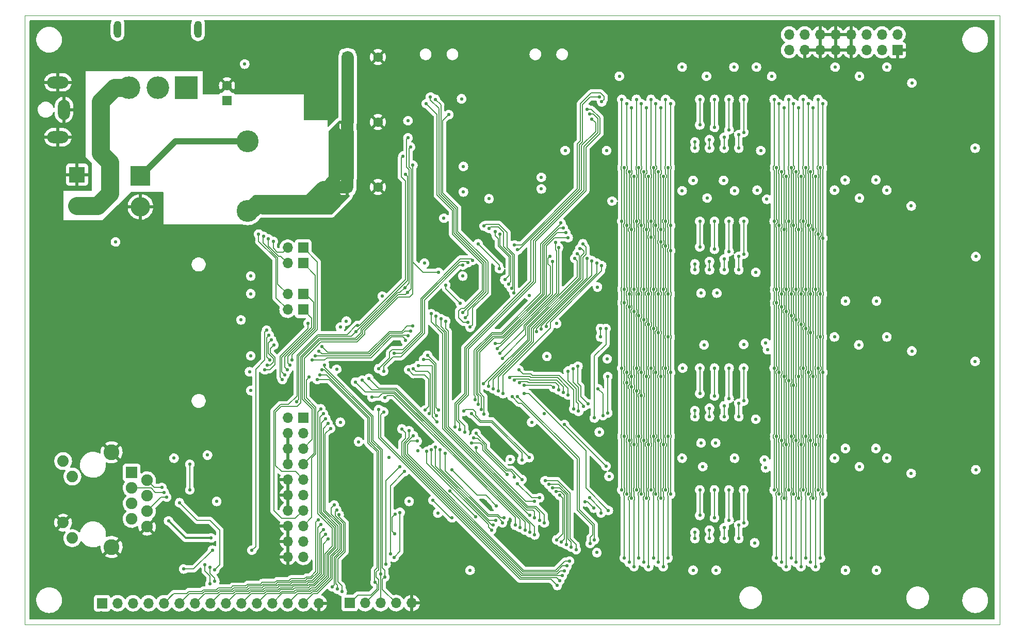
<source format=gbr>
%TF.GenerationSoftware,KiCad,Pcbnew,6.0.11-2627ca5db0~126~ubuntu22.04.1*%
%TF.CreationDate,2023-07-01T17:45:03+02:00*%
%TF.ProjectId,marco-ram-board,6d617263-6f2d-4726-916d-2d626f617264,rev?*%
%TF.SameCoordinates,Original*%
%TF.FileFunction,Copper,L4,Bot*%
%TF.FilePolarity,Positive*%
%FSLAX46Y46*%
G04 Gerber Fmt 4.6, Leading zero omitted, Abs format (unit mm)*
G04 Created by KiCad (PCBNEW 6.0.11-2627ca5db0~126~ubuntu22.04.1) date 2023-07-01 17:45:03*
%MOMM*%
%LPD*%
G01*
G04 APERTURE LIST*
%TA.AperFunction,Profile*%
%ADD10C,0.100000*%
%TD*%
%TA.AperFunction,ComponentPad*%
%ADD11R,1.600000X1.600000*%
%TD*%
%TA.AperFunction,ComponentPad*%
%ADD12C,1.600000*%
%TD*%
%TA.AperFunction,ComponentPad*%
%ADD13R,1.700000X1.700000*%
%TD*%
%TA.AperFunction,ComponentPad*%
%ADD14O,1.700000X1.700000*%
%TD*%
%TA.AperFunction,ComponentPad*%
%ADD15R,2.000000X4.000000*%
%TD*%
%TA.AperFunction,ComponentPad*%
%ADD16O,2.000000X3.300000*%
%TD*%
%TA.AperFunction,ComponentPad*%
%ADD17O,3.500000X2.000000*%
%TD*%
%TA.AperFunction,ComponentPad*%
%ADD18O,1.270000X2.794000*%
%TD*%
%TA.AperFunction,ComponentPad*%
%ADD19R,3.708400X3.708400*%
%TD*%
%TA.AperFunction,ComponentPad*%
%ADD20C,3.708400*%
%TD*%
%TA.AperFunction,ComponentPad*%
%ADD21R,3.200000X3.200000*%
%TD*%
%TA.AperFunction,ComponentPad*%
%ADD22O,3.200000X3.200000*%
%TD*%
%TA.AperFunction,ComponentPad*%
%ADD23R,2.600000X2.600000*%
%TD*%
%TA.AperFunction,ComponentPad*%
%ADD24C,2.600000*%
%TD*%
%TA.AperFunction,ComponentPad*%
%ADD25C,3.600000*%
%TD*%
%TA.AperFunction,ComponentPad*%
%ADD26C,1.890000*%
%TD*%
%TA.AperFunction,ComponentPad*%
%ADD27R,1.900000X1.900000*%
%TD*%
%TA.AperFunction,ComponentPad*%
%ADD28C,1.900000*%
%TD*%
%TA.AperFunction,ViaPad*%
%ADD29C,0.550000*%
%TD*%
%TA.AperFunction,Conductor*%
%ADD30C,2.000000*%
%TD*%
%TA.AperFunction,Conductor*%
%ADD31C,3.000000*%
%TD*%
%TA.AperFunction,Conductor*%
%ADD32C,0.150000*%
%TD*%
%TA.AperFunction,Conductor*%
%ADD33C,0.300000*%
%TD*%
%TA.AperFunction,Conductor*%
%ADD34C,1.000000*%
%TD*%
G04 APERTURE END LIST*
D10*
X230000000Y-140000000D02*
X230000000Y-40000000D01*
X70000000Y-40000000D02*
X230000000Y-40000000D01*
X70000000Y-40000000D02*
X70000000Y-140000000D01*
X70000000Y-140000000D02*
X230000000Y-140000000D01*
D11*
%TO.P,C604,1*%
%TO.N,VDD*%
X122969349Y-68194000D03*
D12*
%TO.P,C604,2*%
%TO.N,GND*%
X127969349Y-68194000D03*
%TD*%
D13*
%TO.P,J206,1,Pin_1*%
%TO.N,VDD*%
X115720000Y-106040000D03*
D14*
%TO.P,J206,2,Pin_2*%
X113180000Y-106040000D03*
%TO.P,J206,3,Pin_3*%
%TO.N,/mcu/JTAG.TRST*%
X115720000Y-108580000D03*
%TO.P,J206,4,Pin_4*%
%TO.N,GND*%
X113180000Y-108580000D03*
%TO.P,J206,5,Pin_5*%
%TO.N,/mcu/JTAG.TDI*%
X115720000Y-111120000D03*
%TO.P,J206,6,Pin_6*%
%TO.N,GND*%
X113180000Y-111120000D03*
%TO.P,J206,7,Pin_7*%
%TO.N,/mcu/JTAG.TMS*%
X115720000Y-113660000D03*
%TO.P,J206,8,Pin_8*%
%TO.N,GND*%
X113180000Y-113660000D03*
%TO.P,J206,9,Pin_9*%
%TO.N,/mcu/JTAG.TCK*%
X115720000Y-116200000D03*
%TO.P,J206,10,Pin_10*%
%TO.N,GND*%
X113180000Y-116200000D03*
%TO.P,J206,11,Pin_11*%
%TO.N,unconnected-(J206-Pad11)*%
X115720000Y-118740000D03*
%TO.P,J206,12,Pin_12*%
%TO.N,GND*%
X113180000Y-118740000D03*
%TO.P,J206,13,Pin_13*%
%TO.N,/mcu/JTAG.TDO*%
X115720000Y-121280000D03*
%TO.P,J206,14,Pin_14*%
%TO.N,GND*%
X113180000Y-121280000D03*
%TO.P,J206,15,Pin_15*%
%TO.N,Net-(J206-Pad15)*%
X115720000Y-123820000D03*
%TO.P,J206,16,Pin_16*%
%TO.N,GND*%
X113180000Y-123820000D03*
%TO.P,J206,17,Pin_17*%
%TO.N,unconnected-(J206-Pad17)*%
X115720000Y-126360000D03*
%TO.P,J206,18,Pin_18*%
%TO.N,GND*%
X113180000Y-126360000D03*
%TO.P,J206,19,Pin_19*%
%TO.N,unconnected-(J206-Pad19)*%
X115720000Y-128900000D03*
%TO.P,J206,20,Pin_20*%
%TO.N,GND*%
X113180000Y-128900000D03*
%TD*%
D13*
%TO.P,J202,1,Pin_1*%
%TO.N,/mcu/~{RESET}*%
X115695000Y-88321000D03*
D14*
%TO.P,J202,2,Pin_2*%
%TO.N,Net-(J202-Pad2)*%
X113155000Y-88321000D03*
%TD*%
D15*
%TO.P,J601,1*%
%TO.N,Net-(J601-Pad1)*%
X82446000Y-55494000D03*
D16*
%TO.P,J601,2*%
%TO.N,GND*%
X76446000Y-55494000D03*
D17*
%TO.P,J601,MP,MountPin*%
X75446000Y-59994000D03*
X75446000Y-50994000D03*
%TD*%
D13*
%TO.P,J204,1,Pin_1*%
%TO.N,/mcu/RXD*%
X115695000Y-80701000D03*
D14*
%TO.P,J204,2,Pin_2*%
%TO.N,Net-(J204-Pad2)*%
X113155000Y-80701000D03*
%TD*%
D18*
%TO.P,SW601,*%
%TO.N,*%
X98446500Y-42328000D03*
X85238500Y-42328000D03*
D19*
%TO.P,SW601,1,A*%
%TO.N,unconnected-(SW601-Pad1)*%
X96541500Y-51853000D03*
D20*
%TO.P,SW601,2,B*%
%TO.N,Net-(Q601-Pad5)*%
X91842500Y-51853000D03*
%TO.P,SW601,3,C*%
%TO.N,Net-(J601-Pad1)*%
X87143500Y-51853000D03*
%TD*%
D13*
%TO.P,J203,1,Pin_1*%
%TO.N,/mcu/BOOT0*%
X115695000Y-85781000D03*
D14*
%TO.P,J203,2,Pin_2*%
%TO.N,Net-(J203-Pad2)*%
X113155000Y-85781000D03*
%TD*%
D13*
%TO.P,J205,1,Pin_1*%
%TO.N,/mcu/TXD*%
X115695000Y-78161000D03*
D14*
%TO.P,J205,2,Pin_2*%
%TO.N,Net-(J205-Pad2)*%
X113155000Y-78161000D03*
%TD*%
D11*
%TO.P,C603,1*%
%TO.N,VDD*%
X122969349Y-57526000D03*
D12*
%TO.P,C603,2*%
%TO.N,GND*%
X127969349Y-57526000D03*
%TD*%
D13*
%TO.P,J301,1,Pin_1*%
%TO.N,/mcu/~{RESET}*%
X123340000Y-136495000D03*
D14*
%TO.P,J301,2,Pin_2*%
%TO.N,/mcu/BOOT0*%
X125880000Y-136495000D03*
%TO.P,J301,3,Pin_3*%
%TO.N,/mcu/RXD*%
X128420000Y-136495000D03*
%TO.P,J301,4,Pin_4*%
%TO.N,/mcu/TXD*%
X130960000Y-136495000D03*
%TO.P,J301,5,Pin_5*%
%TO.N,GND*%
X133500000Y-136495000D03*
%TD*%
D11*
%TO.P,C602,1*%
%TO.N,VDD*%
X122969349Y-46858000D03*
D12*
%TO.P,C602,2*%
%TO.N,GND*%
X127969349Y-46858000D03*
%TD*%
D21*
%TO.P,D601,1,K*%
%TO.N,Net-(D601-Pad1)*%
X89000000Y-66360000D03*
D22*
%TO.P,D601,2,A*%
%TO.N,GND*%
X89000000Y-71440000D03*
%TD*%
D13*
%TO.P,J302,1,Pin_1*%
%TO.N,VDD*%
X82700000Y-136520000D03*
D14*
%TO.P,J302,2,Pin_2*%
%TO.N,/mcu/EXT1*%
X85240000Y-136520000D03*
%TO.P,J302,3,Pin_3*%
%TO.N,/mcu/EXT2*%
X87780000Y-136520000D03*
%TO.P,J302,4,Pin_4*%
%TO.N,/mcu/EXT3*%
X90320000Y-136520000D03*
%TO.P,J302,5,Pin_5*%
%TO.N,/mcu/EXT4*%
X92860000Y-136520000D03*
%TO.P,J302,6,Pin_6*%
%TO.N,/mcu/EXT5*%
X95400000Y-136520000D03*
%TO.P,J302,7,Pin_7*%
%TO.N,/mcu/EXT6*%
X97940000Y-136520000D03*
%TO.P,J302,8,Pin_8*%
%TO.N,/mcu/EXT7*%
X100480000Y-136520000D03*
%TO.P,J302,9,Pin_9*%
%TO.N,/mcu/EXT8*%
X103020000Y-136520000D03*
%TO.P,J302,10,Pin_10*%
%TO.N,/mcu/EXT9*%
X105560000Y-136520000D03*
%TO.P,J302,11,Pin_11*%
%TO.N,/mcu/EXT10*%
X108100000Y-136520000D03*
%TO.P,J302,12,Pin_12*%
%TO.N,/mcu/EXT11*%
X110640000Y-136520000D03*
%TO.P,J302,13,Pin_13*%
%TO.N,/mcu/EXT12*%
X113180000Y-136520000D03*
%TO.P,J302,14,Pin_14*%
%TO.N,/mcu/EXT13*%
X115720000Y-136520000D03*
%TO.P,J302,15,Pin_15*%
%TO.N,GND*%
X118260000Y-136520000D03*
%TD*%
D13*
%TO.P,J503,1,Pin_1*%
%TO.N,GND*%
X213235000Y-45692857D03*
D14*
%TO.P,J503,2,Pin_2*%
%TO.N,VDD*%
X213235000Y-43152857D03*
%TO.P,J503,3,Pin_3*%
%TO.N,unconnected-(J503-Pad3)*%
X210695000Y-45692857D03*
%TO.P,J503,4,Pin_4*%
%TO.N,/mcu-if/DISP.SCLK*%
X210695000Y-43152857D03*
%TO.P,J503,5,Pin_5*%
%TO.N,/mcu-if/DISP.MOSI*%
X208155000Y-45692857D03*
%TO.P,J503,6,Pin_6*%
%TO.N,unconnected-(J503-Pad6)*%
X208155000Y-43152857D03*
%TO.P,J503,7,Pin_7*%
%TO.N,GND*%
X205615000Y-45692857D03*
%TO.P,J503,8,Pin_8*%
X205615000Y-43152857D03*
%TO.P,J503,9,Pin_9*%
X203075000Y-45692857D03*
%TO.P,J503,10,Pin_10*%
X203075000Y-43152857D03*
%TO.P,J503,11,Pin_11*%
X200535000Y-45692857D03*
%TO.P,J503,12,Pin_12*%
X200535000Y-43152857D03*
%TO.P,J503,13,Pin_13*%
X197995000Y-45692857D03*
%TO.P,J503,14,Pin_14*%
%TO.N,/mcu-if/DISP.DC*%
X197995000Y-43152857D03*
%TO.P,J503,15,Pin_15*%
%TO.N,/mcu-if/DISP.~{RST}*%
X195455000Y-45692857D03*
%TO.P,J503,16,Pin_16*%
%TO.N,/mcu-if/DISP.CS*%
X195455000Y-43152857D03*
%TD*%
D23*
%TO.P,J602,1,Pin_1*%
%TO.N,GND*%
X78585000Y-66157000D03*
D24*
%TO.P,J602,2,Pin_2*%
%TO.N,Net-(J601-Pad1)*%
X78585000Y-71237000D03*
%TD*%
D25*
%TO.P,L601,1,1*%
%TO.N,Net-(D601-Pad1)*%
X106576000Y-60701000D03*
%TO.P,L601,2,2*%
%TO.N,VDD*%
X106576000Y-72141000D03*
%TD*%
D24*
%TO.P,J504,13,SHIELD*%
%TO.N,GND*%
X84256000Y-111727000D03*
X84256000Y-127277000D03*
D26*
%TO.P,J504,L1,LEDY_A*%
%TO.N,Net-(J504-PadL1)*%
X77826000Y-125827000D03*
%TO.P,J504,L2,LEDY_K*%
%TO.N,GND*%
X76306000Y-123287000D03*
%TO.P,J504,L3,LEDG_K*%
%TO.N,Net-(J504-PadL3)*%
X77826000Y-115717000D03*
%TO.P,J504,L4,LEDG_A*%
%TO.N,Net-(J504-PadL4)*%
X76306000Y-113177000D03*
D27*
%TO.P,J504,R1,TD+*%
%TO.N,Net-(J504-PadR1)*%
X87546000Y-115057000D03*
D28*
%TO.P,J504,R2,TD-*%
%TO.N,Net-(J504-PadR2)*%
X90086000Y-116327000D03*
%TO.P,J504,R3,RD+*%
%TO.N,Net-(J504-PadR3)*%
X87546000Y-117597000D03*
%TO.P,J504,R4,TCT*%
%TO.N,Net-(C508-Pad1)*%
X90086000Y-118867000D03*
%TO.P,J504,R5,RCT*%
%TO.N,Net-(C509-Pad1)*%
X87546000Y-120137000D03*
%TO.P,J504,R6,RD-*%
%TO.N,Net-(J504-PadR6)*%
X90086000Y-121407000D03*
%TO.P,J504,R7,NC*%
%TO.N,unconnected-(J504-PadR7)*%
X87546000Y-122677000D03*
%TO.P,J504,R8,GND*%
%TO.N,GND*%
X90086000Y-123947000D03*
%TD*%
D11*
%TO.P,C601,1*%
%TO.N,Net-(C601-Pad1)*%
X103200000Y-54000000D03*
D12*
%TO.P,C601,2*%
%TO.N,GND*%
X103200000Y-51500000D03*
%TD*%
D29*
%TO.N,GND*%
X180000000Y-48052500D03*
X163500000Y-117052500D03*
X123000000Y-120052500D03*
X72000000Y-75052500D03*
X72000000Y-120052500D03*
X152500000Y-130000000D03*
X165000000Y-88552500D03*
X82500000Y-129052500D03*
X192000000Y-126052500D03*
X87000000Y-126052500D03*
X223500000Y-67552500D03*
X177000000Y-120052500D03*
X204000000Y-57052500D03*
X220500000Y-46552500D03*
X148500000Y-66052500D03*
X228000000Y-84052500D03*
X211500000Y-61552500D03*
X118700000Y-51400000D03*
X184500000Y-48052500D03*
X207000000Y-73552500D03*
X211500000Y-78052500D03*
X145500000Y-42052500D03*
X165000000Y-55552500D03*
X202500000Y-73552500D03*
X178500000Y-138052500D03*
X192000000Y-48052500D03*
X129000000Y-61552500D03*
X202500000Y-126052500D03*
X72000000Y-51052500D03*
X129000000Y-79552500D03*
X106500000Y-114052500D03*
X217500000Y-49552500D03*
X109500000Y-102052500D03*
X97500000Y-100552500D03*
X225000000Y-132052500D03*
X165000000Y-136552500D03*
X81000000Y-121552500D03*
X108000000Y-91552500D03*
X205500000Y-112552500D03*
X228000000Y-58552500D03*
X217500000Y-54052500D03*
X186000000Y-67552500D03*
X220500000Y-91552500D03*
X205500000Y-135052500D03*
X96000000Y-138052500D03*
X157500000Y-52552500D03*
X222000000Y-70552500D03*
X126200000Y-64552500D03*
X174000000Y-138052500D03*
X79500000Y-132052500D03*
X207000000Y-130552500D03*
X181200000Y-92300000D03*
X166500000Y-52552500D03*
X123000000Y-84052500D03*
X156000000Y-45052500D03*
X126000000Y-78052500D03*
X223500000Y-61552500D03*
X214500000Y-63052500D03*
X204000000Y-76552500D03*
X207000000Y-54052500D03*
X72000000Y-57052500D03*
X111000000Y-88552500D03*
X143100000Y-82000000D03*
X186000000Y-135052500D03*
X157500000Y-67552500D03*
X72000000Y-70552500D03*
X177000000Y-135052500D03*
X135000000Y-94552500D03*
X154500000Y-42052500D03*
X226500000Y-99052500D03*
X181500000Y-135052500D03*
X189000000Y-66052500D03*
X177000000Y-111052500D03*
X72000000Y-129052500D03*
X198000000Y-138052500D03*
X126200000Y-60052500D03*
X82500000Y-78052500D03*
X220500000Y-138052500D03*
X189100000Y-87600000D03*
X84000000Y-118552500D03*
X94500000Y-115552500D03*
X91500000Y-138052500D03*
X226500000Y-51052500D03*
X72000000Y-111052500D03*
X102300000Y-118400000D03*
X78000000Y-45052500D03*
X90000000Y-111052500D03*
X156000000Y-136552500D03*
X90000000Y-48052500D03*
X138000000Y-130552500D03*
X172500000Y-135052500D03*
X216000000Y-67552500D03*
X120000000Y-81052500D03*
X228000000Y-66052500D03*
X109500000Y-81052500D03*
X151100000Y-75500000D03*
X141000000Y-55552500D03*
X137100000Y-81100000D03*
X186000000Y-42052500D03*
X117000000Y-102052500D03*
X79500000Y-127552500D03*
X228000000Y-130552500D03*
X208500000Y-114052500D03*
X211500000Y-105052500D03*
X210000000Y-88552500D03*
X96000000Y-78052500D03*
X89500000Y-129400000D03*
X216000000Y-109552500D03*
X84000000Y-106552500D03*
X75000000Y-117052500D03*
X228000000Y-96052500D03*
X93000000Y-129052500D03*
X108000000Y-87052500D03*
X189000000Y-85552500D03*
X91500000Y-133552500D03*
X96000000Y-42052500D03*
X126000000Y-118552500D03*
X118500000Y-138052500D03*
X75000000Y-121552500D03*
X205500000Y-88552500D03*
X217500000Y-99052500D03*
X121500000Y-112552500D03*
X202500000Y-99052500D03*
X184500000Y-120052500D03*
X145600000Y-119900000D03*
X188000000Y-129400000D03*
X84000000Y-123052500D03*
X120000000Y-85552500D03*
X107100000Y-126300000D03*
X226500000Y-63052500D03*
X193500000Y-138052500D03*
X120300000Y-91600000D03*
X214500000Y-102052500D03*
X189000000Y-109552500D03*
X93400000Y-132000000D03*
X121500000Y-108052500D03*
X84000000Y-45052500D03*
X216000000Y-91552500D03*
X207000000Y-126052500D03*
X163500000Y-75052500D03*
X202500000Y-111052500D03*
X213400000Y-129200000D03*
X213000000Y-85552500D03*
X105000000Y-138052500D03*
X109500000Y-124552500D03*
X87000000Y-108052500D03*
X111000000Y-127552500D03*
X150400000Y-60000000D03*
X226500000Y-117052500D03*
X217500000Y-70552500D03*
X88500000Y-45052500D03*
X148500000Y-54052500D03*
X219000000Y-120052500D03*
X105000000Y-105052500D03*
X217500000Y-103552500D03*
X192000000Y-42052500D03*
X181500000Y-130552500D03*
X177000000Y-57052500D03*
X208500000Y-49552500D03*
X136500000Y-136552500D03*
X162000000Y-138052500D03*
X103500000Y-76552500D03*
X202500000Y-138052500D03*
X217500000Y-85552500D03*
X211500000Y-124552500D03*
X106500000Y-52552500D03*
X223500000Y-45052500D03*
X166500000Y-130552500D03*
X151200000Y-81300000D03*
X72000000Y-79552500D03*
X226500000Y-127552500D03*
X126200000Y-46552500D03*
X192000000Y-135052500D03*
X156800000Y-92400000D03*
X147000000Y-45052500D03*
X223500000Y-57052500D03*
X192000000Y-57052500D03*
X97500000Y-91552500D03*
X169500000Y-138052500D03*
X228000000Y-112552500D03*
X202500000Y-54052500D03*
X127500000Y-72052500D03*
X75000000Y-126052500D03*
X78000000Y-106552500D03*
X190500000Y-97552500D03*
X85500000Y-79552500D03*
X196500000Y-135052500D03*
X139500000Y-138052500D03*
X160500000Y-94552500D03*
X142500000Y-46552500D03*
X100500000Y-138052500D03*
X147000000Y-138052500D03*
X87000000Y-112552500D03*
X151300000Y-87700000D03*
X77000000Y-74200000D03*
X102000000Y-108052500D03*
X187500000Y-138052500D03*
X138000000Y-45052500D03*
X105000000Y-49552500D03*
X222000000Y-133552500D03*
X99000000Y-79552500D03*
X220500000Y-100552500D03*
X126200000Y-51052500D03*
X189000000Y-120052500D03*
X178500000Y-73552500D03*
X202500000Y-61552500D03*
X124300000Y-89200000D03*
X185700000Y-87500000D03*
X103500000Y-97552500D03*
X120000000Y-42052500D03*
X91500000Y-114052500D03*
X177000000Y-67552500D03*
X135000000Y-133552500D03*
X222000000Y-105052500D03*
X72000000Y-106552500D03*
X186000000Y-111052500D03*
X150700000Y-113900000D03*
X133500000Y-138052500D03*
X75000000Y-67552500D03*
X156000000Y-70552500D03*
X93000000Y-45052500D03*
X217500000Y-112552500D03*
X219000000Y-78052500D03*
X225000000Y-124552500D03*
X102000000Y-103552500D03*
X214500000Y-121552500D03*
X141000000Y-100552500D03*
X211500000Y-54052500D03*
X130500000Y-133552500D03*
X87000000Y-133552500D03*
X121500000Y-136552500D03*
X207000000Y-61552500D03*
X202500000Y-91552500D03*
X220500000Y-84052500D03*
X186900000Y-92200000D03*
X139500000Y-58552500D03*
X132000000Y-130552500D03*
X136500000Y-42052500D03*
X118500000Y-55552500D03*
X168000000Y-135052500D03*
X189000000Y-75052500D03*
X100500000Y-51052500D03*
X161100000Y-130600000D03*
X214500000Y-57052500D03*
X228000000Y-78052500D03*
X129000000Y-138052500D03*
X114000000Y-138052500D03*
X211500000Y-138052500D03*
X109500000Y-115552500D03*
X79500000Y-52552500D03*
X157000000Y-111800000D03*
X148500000Y-124552500D03*
X220500000Y-109552500D03*
X181500000Y-66052500D03*
X94500000Y-48052500D03*
X154500000Y-61552500D03*
X72000000Y-138052500D03*
X103500000Y-90052500D03*
X75000000Y-48052500D03*
X106500000Y-42052500D03*
X183000000Y-94100000D03*
X207000000Y-66052500D03*
X228000000Y-73552500D03*
X226500000Y-105052500D03*
X121500000Y-117052500D03*
X78600000Y-61800000D03*
X176500000Y-131200000D03*
X195000000Y-49552500D03*
X213000000Y-48052500D03*
X141000000Y-67552500D03*
X178500000Y-126052500D03*
X144000000Y-64552500D03*
X72000000Y-46552500D03*
X72000000Y-124552500D03*
X192000000Y-67552500D03*
X226500000Y-88552500D03*
X72000000Y-66052500D03*
X84000000Y-114052500D03*
X99000000Y-48052500D03*
X225000000Y-48052500D03*
X217500000Y-117052500D03*
X216000000Y-82552500D03*
X129000000Y-43552500D03*
X132000000Y-100552500D03*
X156000000Y-64552500D03*
X163500000Y-42052500D03*
X75000000Y-72052500D03*
X162800000Y-108800000D03*
X78000000Y-111052500D03*
X81000000Y-74400000D03*
X99000000Y-109552500D03*
X126200000Y-55552500D03*
X201000000Y-49552500D03*
X135000000Y-129052500D03*
X87000000Y-138052500D03*
X153500000Y-109000000D03*
X72000000Y-133552500D03*
X85500000Y-48052500D03*
X133500000Y-58552500D03*
X157500000Y-105052500D03*
X114000000Y-90052500D03*
X220500000Y-126052500D03*
X91500000Y-126052500D03*
X81000000Y-117052500D03*
X109500000Y-106552500D03*
X82500000Y-138052500D03*
X96000000Y-106552500D03*
X81000000Y-42052500D03*
X129900000Y-84700000D03*
X76500000Y-42052500D03*
X126000000Y-42052500D03*
X214500000Y-126052500D03*
X130500000Y-57052500D03*
X90000000Y-106552500D03*
X141000000Y-94552500D03*
X97500000Y-96052500D03*
X97800000Y-119300000D03*
X97500000Y-45052500D03*
X202500000Y-118552500D03*
X76500000Y-133552500D03*
X174000000Y-42052500D03*
X160500000Y-51052500D03*
X217500000Y-123052500D03*
X129000000Y-66052500D03*
X78000000Y-49552500D03*
X105000000Y-79552500D03*
X129000000Y-54052500D03*
X87000000Y-42052500D03*
X160500000Y-46552500D03*
X78000000Y-123052500D03*
X207000000Y-138052500D03*
X91500000Y-78052500D03*
X97500000Y-82552500D03*
X150000000Y-136552500D03*
X109500000Y-138052500D03*
X213000000Y-70552500D03*
X156000000Y-94552500D03*
X107400000Y-78000000D03*
X228000000Y-46552500D03*
X214500000Y-88552500D03*
X179300000Y-98700000D03*
X180000000Y-42052500D03*
X219000000Y-106552500D03*
X226500000Y-70552500D03*
X226500000Y-55552500D03*
X213000000Y-66052500D03*
X181600000Y-87500000D03*
X177000000Y-43552500D03*
X126000000Y-82552500D03*
X75000000Y-130552500D03*
X75000000Y-63052500D03*
X130500000Y-46552500D03*
X168000000Y-48052500D03*
X150000000Y-46552500D03*
X178500000Y-54052500D03*
X216000000Y-46552500D03*
X153000000Y-138052500D03*
X82500000Y-133552500D03*
X216000000Y-76552500D03*
X166500000Y-94552500D03*
X141000000Y-63052500D03*
X219000000Y-57052500D03*
X96000000Y-133552500D03*
X142500000Y-70552500D03*
X81000000Y-46552500D03*
X217500000Y-132052500D03*
X216000000Y-60052500D03*
X217500000Y-64552500D03*
X211500000Y-91552500D03*
X72000000Y-61552500D03*
X171000000Y-43552500D03*
X211500000Y-99052500D03*
X202500000Y-87052500D03*
X108300000Y-51300000D03*
X99000000Y-105052500D03*
X213000000Y-94552500D03*
X222000000Y-42052500D03*
X109500000Y-120052500D03*
X123000000Y-79552500D03*
X86400000Y-70800000D03*
X78000000Y-118552500D03*
X207000000Y-109552500D03*
X192000000Y-111052500D03*
X166500000Y-73552500D03*
X201500000Y-131200000D03*
X189000000Y-43552500D03*
X174000000Y-48052500D03*
X132000000Y-51052500D03*
X159000000Y-91552500D03*
X226500000Y-109552500D03*
X123000000Y-43552500D03*
X72000000Y-115552500D03*
X124500000Y-138052500D03*
X228000000Y-102052500D03*
X103500000Y-46552500D03*
X79500000Y-136552500D03*
X184500000Y-75052500D03*
X183000000Y-138052500D03*
X211500000Y-111052500D03*
X109500000Y-111052500D03*
X97500000Y-87052500D03*
X226500000Y-81052500D03*
X153700000Y-107900000D03*
X142000000Y-56900000D03*
X214500000Y-106552500D03*
X166500000Y-118552500D03*
X207000000Y-85552500D03*
X146800000Y-81900000D03*
X189000000Y-55552500D03*
X220500000Y-66052500D03*
X124500000Y-126052500D03*
X219000000Y-73552500D03*
X228000000Y-120052500D03*
X145500000Y-130552500D03*
X183000000Y-43552500D03*
X129000000Y-49552500D03*
X213000000Y-114052500D03*
X145500000Y-48052500D03*
X84600000Y-72400000D03*
X198000000Y-48052500D03*
X108000000Y-129052500D03*
X217500000Y-94552500D03*
X207000000Y-99052500D03*
X150000000Y-73552500D03*
X92000000Y-72000000D03*
X148500000Y-49552500D03*
X168000000Y-42052500D03*
X141000000Y-51052500D03*
X211500000Y-118552500D03*
X207000000Y-91552500D03*
X78000000Y-58552500D03*
X205500000Y-48052500D03*
X75000000Y-76552500D03*
X210000000Y-135052500D03*
X106500000Y-123052500D03*
X171000000Y-49552500D03*
X211500000Y-73552500D03*
X220500000Y-130552500D03*
X91500000Y-42052500D03*
X208500000Y-94552500D03*
X214500000Y-79552500D03*
X207000000Y-118552500D03*
X219000000Y-43552500D03*
X126100000Y-120800000D03*
X76500000Y-138052500D03*
X165000000Y-67552500D03*
X222000000Y-54052500D03*
X81000000Y-108052500D03*
X162000000Y-72052500D03*
X147300000Y-59200000D03*
X130500000Y-69052500D03*
X148800000Y-68500000D03*
X228000000Y-91552500D03*
X182900000Y-114100000D03*
X201000000Y-135052500D03*
X216000000Y-42052500D03*
X184500000Y-55552500D03*
X208500000Y-69052500D03*
X165000000Y-45052500D03*
X79500000Y-76552500D03*
X219000000Y-88552500D03*
%TO.N,VDD*%
X106100000Y-48000000D03*
X107100000Y-82800000D03*
X157300000Y-90600000D03*
X209700000Y-111100000D03*
X209800000Y-86900000D03*
X204700000Y-131100000D03*
X137800000Y-121700000D03*
X182000000Y-70000000D03*
X202900000Y-68700000D03*
X101500000Y-119800000D03*
X165500000Y-62200000D03*
X94500000Y-112700000D03*
X206900000Y-94100000D03*
X211500000Y-112700000D03*
X191600000Y-114300000D03*
X204700000Y-111100000D03*
X177900000Y-48500000D03*
X186500000Y-112700000D03*
X202900000Y-112700000D03*
X122800000Y-90200000D03*
X184700000Y-67100000D03*
X107100000Y-101600000D03*
X226100000Y-79600000D03*
X142000000Y-69000000D03*
X154800000Y-68500000D03*
X134500000Y-111500000D03*
X211500000Y-68700000D03*
X209800000Y-131100000D03*
X190200000Y-68700000D03*
X188000000Y-94000000D03*
X124800000Y-110000000D03*
X155300000Y-105400000D03*
X155700000Y-96000000D03*
X177900000Y-68800000D03*
X165600000Y-96400000D03*
X181000000Y-85600000D03*
X154800000Y-66600000D03*
X166400000Y-70500000D03*
X190000000Y-82200000D03*
X135600000Y-80700000D03*
X191800000Y-70200000D03*
X202900000Y-92800000D03*
X107100000Y-85700000D03*
X128700000Y-86100000D03*
X190000000Y-106300000D03*
X204700000Y-86900000D03*
X215600000Y-51100000D03*
X133100000Y-119800000D03*
X181000000Y-110200000D03*
X165900000Y-115700000D03*
X121800000Y-91200000D03*
X163900000Y-128200000D03*
X207000000Y-70000000D03*
X158700000Y-62200000D03*
X183400000Y-110200000D03*
X209700000Y-67000000D03*
X181900000Y-50000000D03*
X177900000Y-112700000D03*
X215500000Y-71300000D03*
X211500000Y-92800000D03*
X181500000Y-94100000D03*
X132900000Y-57300000D03*
X203000000Y-48500000D03*
X178000000Y-97900000D03*
X226000000Y-61800000D03*
X192600000Y-50000000D03*
X153200000Y-106800000D03*
X152800000Y-86000000D03*
X84900000Y-77200000D03*
X211500000Y-48500000D03*
X141700000Y-53700000D03*
X191900000Y-94900000D03*
X189800000Y-126600000D03*
X215500000Y-115200000D03*
X164000000Y-84600000D03*
X121800000Y-106800000D03*
X121200000Y-98100000D03*
X143100000Y-131100000D03*
X105500000Y-90000000D03*
X141900000Y-82800000D03*
X107100000Y-95900000D03*
X179700000Y-131100000D03*
X149700000Y-112900000D03*
X207000000Y-50000000D03*
X181300000Y-114100000D03*
X215600000Y-95100000D03*
X204662500Y-67062500D03*
X142000000Y-64800000D03*
X138800000Y-73300000D03*
X106900000Y-98500000D03*
X186500000Y-68800000D03*
X186400000Y-48500000D03*
X226000000Y-96800000D03*
X167600000Y-50000000D03*
X129800000Y-112600000D03*
X100000000Y-112200000D03*
X146200000Y-70100000D03*
X164300000Y-108400000D03*
X183500000Y-131100000D03*
X183600000Y-85600000D03*
X191600000Y-93800000D03*
X190100000Y-48500000D03*
X191400000Y-113000000D03*
X207000000Y-114100000D03*
X179700000Y-67100000D03*
X226100000Y-114600000D03*
X190800000Y-62200000D03*
%TO.N,/mcu/~{RESET}*%
X112700000Y-99000000D03*
X129300000Y-130100000D03*
X131600000Y-114100000D03*
X118000000Y-99800000D03*
X127500000Y-133100000D03*
%TO.N,Net-(U501-Pad2)*%
X93600000Y-123000000D03*
X100600000Y-125800000D03*
%TO.N,/mcu-if/LED0*%
X128100000Y-104700000D03*
X157400000Y-133600000D03*
%TO.N,/mcu-if/LED1*%
X128900000Y-105100000D03*
X157800000Y-132800000D03*
%TO.N,Net-(J202-Pad2)*%
X108400000Y-75900000D03*
%TO.N,/mcu/BOOT0*%
X118400000Y-99000000D03*
X113100000Y-98200000D03*
%TO.N,Net-(J203-Pad2)*%
X109200000Y-76300000D03*
%TO.N,/mcu/RXD*%
X113500000Y-97400000D03*
X150900000Y-102600000D03*
X118800000Y-98200000D03*
X163500000Y-126100000D03*
X128400000Y-131700000D03*
%TO.N,Net-(J204-Pad2)*%
X110000000Y-76700000D03*
%TO.N,/mcu/TXD*%
X162800000Y-126700000D03*
X119200000Y-97400000D03*
X150000000Y-102600000D03*
X113900000Y-96600000D03*
X129100000Y-132200000D03*
%TO.N,Net-(J205-Pad2)*%
X110800000Y-77100000D03*
%TO.N,/mcu/JTAG.TRST*%
X132500000Y-66100000D03*
X124400000Y-91900000D03*
X114600000Y-103400000D03*
%TO.N,/mcu/JTAG.TDI*%
X132800000Y-85500000D03*
X133300000Y-61600000D03*
%TO.N,/mcu/JTAG.TMS*%
X141500000Y-87300000D03*
X137900000Y-82200000D03*
X133700000Y-64600000D03*
X139100000Y-84300000D03*
%TO.N,/mcu/JTAG.TCK*%
X132400000Y-84700000D03*
X132900000Y-60100000D03*
%TO.N,/mcu/JTAG.TDO*%
X132100000Y-63100000D03*
X124600000Y-90900000D03*
%TO.N,Net-(J206-Pad15)*%
X112300000Y-99800000D03*
X116700000Y-99400000D03*
X116500000Y-90600000D03*
%TO.N,/mcu/EXT1*%
X120800000Y-120400000D03*
X120500000Y-133800000D03*
%TO.N,/mcu/EXT2*%
X121200000Y-121200000D03*
X121300000Y-134200000D03*
%TO.N,/mcu/EXT3*%
X150900000Y-116900000D03*
X121600000Y-122000000D03*
X122100000Y-134600000D03*
X154500000Y-119200000D03*
%TO.N,/mcu/EXT4*%
X136100000Y-95800000D03*
X148700000Y-122500000D03*
X139000000Y-111900000D03*
X137900000Y-104800000D03*
X118200000Y-122800000D03*
%TO.N,/mcu/EXT5*%
X138200000Y-111300000D03*
X137600000Y-105700000D03*
X135500000Y-96500000D03*
X148400000Y-123300000D03*
X118600000Y-123600000D03*
%TO.N,/mcu/EXT6*%
X137700000Y-106700000D03*
X147300000Y-122900000D03*
X134600000Y-97500000D03*
X119000000Y-124400000D03*
X137400000Y-110900000D03*
%TO.N,/mcu/EXT7*%
X136700000Y-111300000D03*
X146900000Y-123700000D03*
X136400500Y-105400000D03*
X133800000Y-98000000D03*
X119400000Y-125200000D03*
%TO.N,/mcu/EXT8*%
X133000000Y-98200000D03*
X119800000Y-126000000D03*
X136000000Y-111600000D03*
X146600000Y-124500000D03*
X135700000Y-104800000D03*
%TO.N,/mcu/EXT9*%
X118600000Y-104600000D03*
%TO.N,/mcu/EXT10*%
X119000000Y-105400000D03*
%TO.N,/mcu/EXT11*%
X119400000Y-106200000D03*
%TO.N,/mcu/EXT12*%
X119800000Y-107000000D03*
%TO.N,/mcu/EXT13*%
X120200000Y-107800000D03*
%TO.N,/mcu-if/USB.DM*%
X137400000Y-53800000D03*
X142300000Y-89600000D03*
%TO.N,/mcu-if/USB.DP*%
X141900000Y-88800000D03*
X136600000Y-53400000D03*
%TO.N,/mcu-if/SDMMC.D3*%
X117687868Y-95900000D03*
X132900000Y-92600000D03*
%TO.N,/mcu-if/SDMMC.CMD*%
X118287868Y-95100000D03*
X133300000Y-91800000D03*
%TO.N,/mcu-if/SDMMC.D0*%
X149400000Y-84100000D03*
X148000000Y-75900000D03*
%TO.N,/mcu-if/SDMMC.D1*%
X148800000Y-83400000D03*
X147200000Y-75500000D03*
%TO.N,/mcu-if/SDMMC.D2*%
X117187868Y-96600000D03*
X132500000Y-93400000D03*
%TO.N,/mcu-if/DISP.SCLK*%
X141400000Y-108000000D03*
X162700000Y-56200000D03*
%TO.N,/mcu-if/DISP.MOSI*%
X164700000Y-54200000D03*
X150400000Y-77700000D03*
%TO.N,/mcu-if/DISP.DC*%
X162300000Y-55400000D03*
X142200000Y-108400000D03*
%TO.N,/mcu-if/DISP.~{RST}*%
X164300000Y-53400000D03*
X150900000Y-78500000D03*
%TO.N,/mcu-if/DISP.CS*%
X163100000Y-57000000D03*
X140600000Y-107600000D03*
%TO.N,Net-(J504-PadL3)*%
X97100000Y-113700000D03*
X97100000Y-117900000D03*
%TO.N,Net-(J504-PadR2)*%
X92500000Y-117500000D03*
%TO.N,Net-(J504-PadR3)*%
X92900000Y-118300000D03*
%TO.N,Net-(J504-PadR6)*%
X93300000Y-119100000D03*
%TO.N,/mcu-if/USB.ID*%
X142700000Y-90400000D03*
X135900000Y-54500000D03*
%TO.N,/mcu-if/RMII.MCO1*%
X107300000Y-127800000D03*
X147900000Y-81600000D03*
X144400000Y-77500000D03*
X96100000Y-130887500D03*
X109700000Y-91700000D03*
X100800000Y-127800000D03*
%TO.N,/mcu-if/RMII.TXEN*%
X110100000Y-92500000D03*
X110200000Y-96600000D03*
%TO.N,/mcu-if/RMII.TXD0*%
X109800000Y-97400000D03*
X110500000Y-93300000D03*
%TO.N,/mcu-if/RMII.TXD1*%
X109400000Y-98200000D03*
X110900000Y-94100000D03*
%TO.N,/mcu-if/RMII.RXD0*%
X158100000Y-126500000D03*
X157200000Y-118200000D03*
%TO.N,/mcu-if/RMII.RXD1*%
X156600000Y-117600000D03*
X158900000Y-126900000D03*
%TO.N,/mcu-if/RMII.CRSDV*%
X157300000Y-126100000D03*
X157800000Y-118800000D03*
%TO.N,/mcu-if/RMII.REFCLK*%
X130700000Y-125100000D03*
X130800000Y-121900000D03*
%TO.N,/mcu-if/SDMMC.CK*%
X133700000Y-91000000D03*
X118787868Y-94400000D03*
%TO.N,/mcu-if/BTN0*%
X131900000Y-107900000D03*
X158200000Y-132000000D03*
%TO.N,/mcu-if/BTN1*%
X133100000Y-108200000D03*
X158600000Y-131200000D03*
%TO.N,/mcu-if/RMII.LED*%
X160500000Y-127700000D03*
X155400000Y-116400000D03*
%TO.N,/mcu-if/BTN2*%
X133800000Y-109000000D03*
X159000000Y-130400000D03*
%TO.N,/mcu-if/BTN3*%
X159400000Y-129600000D03*
X134400000Y-109900000D03*
%TO.N,/mcu-if/USB.VBUS*%
X139600000Y-56300000D03*
X143100000Y-91200000D03*
%TO.N,/mcu/SDRAM.D30*%
X184800000Y-124100000D03*
X184800000Y-125900000D03*
X127000000Y-102700000D03*
X151300000Y-124100000D03*
%TO.N,/mcu/SDRAM.D31*%
X187200000Y-123700000D03*
X187200000Y-125900000D03*
X129100000Y-102800000D03*
X150500000Y-123700000D03*
%TO.N,/mcu/SDRAM.A0*%
X159200000Y-102300000D03*
X170400000Y-73800000D03*
X170400000Y-97900000D03*
X195400000Y-117900000D03*
X195400000Y-53800000D03*
X195400000Y-73800000D03*
X149600000Y-99500000D03*
X170400000Y-53800000D03*
X170400000Y-117900000D03*
X195400000Y-100000000D03*
X170400000Y-101700000D03*
%TO.N,/mcu/SDRAM.A1*%
X169600000Y-119300000D03*
X194600000Y-119300000D03*
X169600000Y-99300000D03*
X169600000Y-55200000D03*
X158400000Y-101900000D03*
X169600000Y-101000000D03*
X194600000Y-75200000D03*
X194600000Y-55200000D03*
X169600000Y-75200000D03*
X194600000Y-99300000D03*
X150400000Y-99900000D03*
%TO.N,/mcu/SDRAM.A2*%
X193800000Y-98600000D03*
X193800000Y-74500000D03*
X151200000Y-100300000D03*
X157600000Y-101500000D03*
X168800000Y-98600000D03*
X168800000Y-100300000D03*
X193800000Y-118600000D03*
X168800000Y-118600000D03*
X193800000Y-54500000D03*
X168800000Y-74500000D03*
X168800000Y-54500000D03*
%TO.N,/mcu/SDRAM.A3*%
X168000000Y-53800000D03*
X168000000Y-73800000D03*
X193000000Y-97900000D03*
X193000000Y-73800000D03*
X193000000Y-53800000D03*
X152000000Y-100700000D03*
X168000000Y-117900000D03*
X168000000Y-97900000D03*
X193000000Y-117900000D03*
X156800000Y-101100000D03*
%TO.N,/mcu/SDRAM.A4*%
X168400000Y-109100000D03*
X193396800Y-64996800D03*
X152800000Y-112600000D03*
X193400000Y-87200000D03*
X193400000Y-129100000D03*
X168400000Y-129100000D03*
X142100000Y-105000000D03*
X168400000Y-85000000D03*
X168396800Y-64996800D03*
X168400000Y-87200000D03*
X193400000Y-85000000D03*
X193400000Y-109100000D03*
%TO.N,/mcu/SDRAM.A5*%
X151600000Y-113000000D03*
X169200000Y-85700000D03*
X169200000Y-65700000D03*
X169200000Y-129800000D03*
X194200000Y-129800000D03*
X169200000Y-87900000D03*
X194200000Y-87900000D03*
X194200000Y-85700000D03*
X143300000Y-105400000D03*
X169200000Y-109800000D03*
X194200000Y-109800000D03*
X194200000Y-65700000D03*
%TO.N,/mcu/SDRAM.~{WE}*%
X176000000Y-74500000D03*
X201000000Y-54500000D03*
X201000000Y-98600000D03*
X176000000Y-118600000D03*
X140100000Y-114600000D03*
X162000000Y-119900000D03*
X163400000Y-120900000D03*
X201000000Y-118600000D03*
X176000000Y-54500000D03*
X176000000Y-78600000D03*
X201000000Y-76600000D03*
X147400000Y-120500500D03*
X176000000Y-98600000D03*
%TO.N,/mcu-if/RMII.MDC*%
X130000000Y-128400000D03*
X132300000Y-114900000D03*
X101200000Y-132900000D03*
X100400000Y-130600000D03*
%TO.N,/mcu-if/RMII.MDIO*%
X131603200Y-121603200D03*
X99600000Y-130200000D03*
X100400000Y-133300000D03*
X130600000Y-129000000D03*
%TO.N,/mcu/SDRAM.CKE0*%
X174800000Y-66400000D03*
X144000000Y-122300000D03*
X174800000Y-85000000D03*
X174800000Y-130500000D03*
X174800000Y-110500000D03*
X139800000Y-118100000D03*
%TO.N,/mcu/SDRAM.~{CS0}*%
X173600000Y-74500000D03*
X173600000Y-54500000D03*
X173600000Y-98600000D03*
X137000000Y-119600000D03*
X173600000Y-118600000D03*
X140100000Y-122500000D03*
%TO.N,/mcu-if/RMII.~{RST}*%
X156000000Y-117000000D03*
X95400000Y-120000000D03*
X159700000Y-127300000D03*
X101200000Y-131000000D03*
%TO.N,/mcu/SDRAM.~{RAS}*%
X153700000Y-119800000D03*
X174400000Y-99300000D03*
X199400000Y-99300000D03*
X199400000Y-119300000D03*
X199400000Y-55200000D03*
X174400000Y-77200000D03*
X174400000Y-119300000D03*
X164600000Y-121700000D03*
X174400000Y-55200000D03*
X199400000Y-75200000D03*
X174400000Y-75200000D03*
X144100000Y-111000000D03*
X162700000Y-119200000D03*
%TO.N,/mcu/SDRAM.A6*%
X195000000Y-85000000D03*
X170000000Y-66400000D03*
X170000000Y-110500000D03*
X195000000Y-66400000D03*
X170000000Y-88600000D03*
X170000000Y-85000000D03*
X195000000Y-110500000D03*
X195000000Y-88600000D03*
X195000000Y-130500000D03*
X170000000Y-130500000D03*
%TO.N,/mcu/SDRAM.A7*%
X195800000Y-129100000D03*
X195800000Y-89300000D03*
X170800000Y-109100000D03*
X195800000Y-65000000D03*
X170800000Y-129100000D03*
X195800000Y-85700000D03*
X195800000Y-109100000D03*
X170800000Y-85700000D03*
X170800000Y-89300000D03*
X143300000Y-110200000D03*
X149200000Y-115400000D03*
X170800000Y-65000000D03*
%TO.N,/mcu/SDRAM.A8*%
X171600000Y-129800000D03*
X196600000Y-65700000D03*
X171600000Y-109800000D03*
X150400000Y-115800000D03*
X171600000Y-65700000D03*
X196600000Y-129800000D03*
X171600000Y-90000000D03*
X171600000Y-85000000D03*
X196600000Y-109800000D03*
X196600000Y-85000000D03*
X196600000Y-90000000D03*
X143700000Y-109400000D03*
%TO.N,/mcu/SDRAM.A9*%
X197400000Y-130500000D03*
X144100000Y-108600000D03*
X197400000Y-66400000D03*
X197400000Y-90700000D03*
X172400000Y-110500000D03*
X172400000Y-85700000D03*
X172400000Y-130500000D03*
X197400000Y-85700000D03*
X172400000Y-66400000D03*
X197400000Y-110500000D03*
X151600000Y-116200000D03*
X172400000Y-90700000D03*
%TO.N,/mcu/SDRAM.A10*%
X171200000Y-98600000D03*
X164900000Y-105700000D03*
X171200000Y-74500000D03*
X196200000Y-74500000D03*
X164100000Y-101300000D03*
X171200000Y-54500000D03*
X171200000Y-118600000D03*
X196200000Y-54500000D03*
X196200000Y-100700000D03*
X196200000Y-118600000D03*
X171200000Y-102400000D03*
%TO.N,/mcu/SDRAM.A11*%
X173200000Y-129100000D03*
X198200000Y-65000000D03*
X198200000Y-109100000D03*
X198200000Y-85000000D03*
X173200000Y-85000000D03*
X163500000Y-106100000D03*
X198200000Y-129100000D03*
X165400000Y-91400000D03*
X198200000Y-91400000D03*
X173200000Y-109100000D03*
X173200000Y-91400000D03*
X173200000Y-65000000D03*
%TO.N,/mcu/SDRAM.D4*%
X180000000Y-61800000D03*
X159200000Y-76500000D03*
X145400000Y-105500000D03*
X180000000Y-60800000D03*
%TO.N,/mcu/SDRAM.D5*%
X182400000Y-61800000D03*
X144900000Y-104700000D03*
X182400000Y-60400000D03*
X158800000Y-75700000D03*
%TO.N,/mcu/SDRAM.D6*%
X144400500Y-103900000D03*
X158400000Y-74900000D03*
X184800000Y-60000000D03*
X184800000Y-61800000D03*
%TO.N,/mcu/SDRAM.D7*%
X143901000Y-103100000D03*
X158000000Y-74100000D03*
X187200000Y-61800000D03*
X187200000Y-59600000D03*
%TO.N,/mcu/SDRAM.D8*%
X160300000Y-79900000D03*
X188000000Y-79200000D03*
X188000000Y-73800000D03*
X145300000Y-100500000D03*
%TO.N,/mcu/SDRAM.D9*%
X160700000Y-79100000D03*
X185600000Y-78800000D03*
X185600000Y-73800000D03*
X146100000Y-100900000D03*
%TO.N,/mcu/SDRAM.D10*%
X161100000Y-78300000D03*
X183200000Y-73800000D03*
X183200000Y-78400000D03*
X146900000Y-101300000D03*
%TO.N,/mcu/SDRAM.D11*%
X161600000Y-77500000D03*
X147700000Y-101700000D03*
X180800000Y-78000000D03*
X180800000Y-73800000D03*
%TO.N,/mcu/SDRAM.D12*%
X180000000Y-81800000D03*
X180000000Y-80800000D03*
X148500000Y-102100000D03*
X164700000Y-81100000D03*
%TO.N,/mcu/SDRAM.~{CS1}*%
X165800834Y-121300000D03*
X198600000Y-118600000D03*
X198600000Y-54500000D03*
X198600000Y-74500000D03*
X198600000Y-98600000D03*
X152000000Y-102100000D03*
%TO.N,/mcu/SDRAM.CKE1*%
X165400000Y-114000000D03*
X199800000Y-110500000D03*
X199800000Y-66400000D03*
X158600000Y-107200000D03*
X199800000Y-85000000D03*
X199800000Y-130500000D03*
%TO.N,/mcu/SDRAM.D17*%
X185600000Y-102900000D03*
X185600000Y-97900000D03*
%TO.N,/mcu/SDRAM.D19*%
X180800000Y-97900000D03*
X180800000Y-102100000D03*
%TO.N,/mcu/SDRAM.D20*%
X160900000Y-105000000D03*
X180000000Y-104900000D03*
X180000000Y-105900000D03*
X159200000Y-98400000D03*
%TO.N,/mcu/SDRAM.D13*%
X182400000Y-80400000D03*
X155600000Y-91100000D03*
X163900000Y-80700000D03*
X182400000Y-81800000D03*
%TO.N,/mcu/SDRAM.D14*%
X163100000Y-80300000D03*
X184800000Y-81800000D03*
X184800000Y-80000000D03*
X154800000Y-91500000D03*
%TO.N,/mcu/SDRAM.D15*%
X187200000Y-81800000D03*
X154000000Y-91900000D03*
X187200000Y-79600000D03*
X162300000Y-79900000D03*
%TO.N,/mcu/SDRAM.D0*%
X157600000Y-78100000D03*
X188000000Y-53800000D03*
X148400000Y-96300000D03*
X188000000Y-59200000D03*
%TO.N,/mcu/SDRAM.D1*%
X185600000Y-58800000D03*
X148000000Y-95500000D03*
X157100000Y-77300000D03*
X185600000Y-53800000D03*
%TO.N,/mcu/SDRAM.A12*%
X174000000Y-109800000D03*
X199000000Y-129800000D03*
X174000000Y-92100000D03*
X199000000Y-85700000D03*
X199000000Y-65700000D03*
X174000000Y-85700000D03*
X174000000Y-129800000D03*
X199000000Y-92100000D03*
X199000000Y-109800000D03*
X174000000Y-65700000D03*
%TO.N,/mcu/SDRAM.BA0*%
X172800000Y-117900000D03*
X172800000Y-73800000D03*
X172800000Y-97900000D03*
X172800000Y-53800000D03*
X197800000Y-97900000D03*
X156600000Y-80400000D03*
X197800000Y-53800000D03*
X147600000Y-94700000D03*
X197800000Y-117900000D03*
X172800000Y-76400000D03*
X197800000Y-73800000D03*
%TO.N,/mcu/SDRAM.BA1*%
X197000000Y-119300000D03*
X197000000Y-55200000D03*
X172000000Y-55200000D03*
X172000000Y-119300000D03*
X172000000Y-75200000D03*
X197000000Y-75200000D03*
X172000000Y-99300000D03*
X156200000Y-79600000D03*
X197000000Y-99300000D03*
X147200000Y-93900000D03*
%TO.N,/mcu/SDRAM.CLK*%
X175600000Y-109100000D03*
X200600000Y-85700000D03*
X164500000Y-92800000D03*
X200600000Y-129100000D03*
X175600000Y-65000000D03*
X175600000Y-85700000D03*
X200600000Y-65000000D03*
X164500000Y-91400000D03*
X175600000Y-92800000D03*
X200600000Y-92800000D03*
X175600000Y-129100000D03*
X200600000Y-109100000D03*
%TO.N,/mcu-if/SDMMC.CD*%
X150300000Y-85600000D03*
X145400000Y-74600000D03*
%TO.N,/mcu-if/SDMMC.WP*%
X146200000Y-75000000D03*
X149900000Y-84800000D03*
%TO.N,/mcu/SDRAM.D21*%
X182400000Y-105900000D03*
X182400000Y-104500000D03*
X160100000Y-104600000D03*
X151100000Y-98200000D03*
%TO.N,/mcu/SDRAM.D22*%
X161700000Y-104200000D03*
X160000000Y-98000000D03*
X184800000Y-104100000D03*
X184800000Y-105900000D03*
%TO.N,/mcu/SDRAM.D23*%
X162500000Y-103800000D03*
X160800000Y-97600000D03*
X187200000Y-103700000D03*
X187200000Y-105900000D03*
%TO.N,/mcu/SDRAM.D24*%
X139100000Y-90200000D03*
X188000000Y-117900000D03*
X155300000Y-123300000D03*
X188000000Y-123300000D03*
%TO.N,/mcu/SDRAM.D25*%
X138300000Y-89800000D03*
X185600000Y-117900000D03*
X154500000Y-122900000D03*
X185600000Y-122900000D03*
%TO.N,/mcu/SDRAM.D26*%
X183200000Y-117900000D03*
X183200000Y-122500000D03*
X153700000Y-122500000D03*
X137500000Y-89400000D03*
%TO.N,/mcu/SDRAM.D27*%
X152900000Y-122100000D03*
X180800000Y-122100000D03*
X180800000Y-117900000D03*
X136700000Y-89000000D03*
%TO.N,/mcu/SDRAM.D2*%
X183200000Y-58400000D03*
X183200000Y-53800000D03*
%TO.N,/mcu/SDRAM.D3*%
X180800000Y-53800000D03*
X180800000Y-58000000D03*
%TO.N,/mcu/SDRAM.~{CAS}*%
X175200000Y-77900000D03*
X175200000Y-53800000D03*
X175200000Y-97900000D03*
X200200000Y-53800000D03*
X175200000Y-73800000D03*
X142700000Y-80600000D03*
X130600000Y-95500000D03*
X175200000Y-117900000D03*
X200200000Y-97900000D03*
X200200000Y-117900000D03*
X200200000Y-75900000D03*
%TO.N,/mcu/SDRAM.~{BL0}*%
X143500000Y-80200000D03*
X128100000Y-98000000D03*
%TO.N,/mcu/SDRAM.~{BL1}*%
X128900000Y-98400000D03*
X141900000Y-81000000D03*
%TO.N,/mcu/SDRAM.~{BL2}*%
X165700000Y-99300000D03*
X165700000Y-105300000D03*
%TO.N,/mcu/SDRAM.~{BL3}*%
X153700000Y-125300000D03*
X126500000Y-99600000D03*
%TO.N,/mcu/SDRAM.D28*%
X180000000Y-124900000D03*
X180000000Y-125900000D03*
X152900000Y-124900000D03*
X125400000Y-99900000D03*
%TO.N,/mcu/SDRAM.D29*%
X182400000Y-125900000D03*
X152100000Y-124500000D03*
X124300000Y-100200000D03*
X182400000Y-124500000D03*
%TO.N,/mcu/SDRAM.D16*%
X188000000Y-97900000D03*
X188000000Y-103300000D03*
%TO.N,/mcu/SDRAM.D18*%
X183200000Y-102500000D03*
X183200000Y-97900000D03*
%TD*%
D30*
%TO.N,VDD*%
X118906000Y-68194000D02*
X116000000Y-71100000D01*
X123000000Y-57534000D02*
X123000000Y-46866000D01*
X122969349Y-57526000D02*
X122969349Y-68194000D01*
D31*
X108000000Y-71100000D02*
X116000000Y-71100000D01*
D30*
X122969349Y-68194000D02*
X118906000Y-68194000D01*
D31*
X106959000Y-72141000D02*
X108000000Y-71100000D01*
X106576000Y-72141000D02*
X106959000Y-72141000D01*
D32*
%TO.N,/mcu/~{RESET}*%
X126783236Y-135167500D02*
X127820000Y-134130736D01*
X129300000Y-116400000D02*
X131600000Y-114100000D01*
X127820000Y-133420000D02*
X127500000Y-133100000D01*
X112700000Y-99000000D02*
X112200000Y-98500000D01*
X118000000Y-99800000D02*
X119927208Y-99800000D01*
X127800000Y-130700000D02*
X127800000Y-111672792D01*
X119927208Y-99800000D02*
X126300000Y-106172792D01*
X129300000Y-130100000D02*
X129300000Y-116400000D01*
X123340000Y-136495000D02*
X124667500Y-135167500D01*
X124667500Y-135167500D02*
X126783236Y-135167500D01*
X126300000Y-106172792D02*
X126300000Y-110172792D01*
X112200000Y-96127208D02*
X117100000Y-91227208D01*
X126300000Y-110172792D02*
X127800000Y-111672792D01*
X117100000Y-91227208D02*
X117100000Y-89726000D01*
X112200000Y-98500000D02*
X112200000Y-96127208D01*
X117100000Y-89726000D02*
X115695000Y-88321000D01*
X127400000Y-131100000D02*
X127400000Y-133000000D01*
X127800000Y-130700000D02*
X127400000Y-131100000D01*
X127400000Y-133000000D02*
X127500000Y-133100000D01*
X127820000Y-134130736D02*
X127820000Y-133420000D01*
D33*
%TO.N,Net-(U501-Pad2)*%
X100600000Y-125800000D02*
X96400000Y-125800000D01*
X96400000Y-125800000D02*
X93600000Y-123000000D01*
D32*
%TO.N,/mcu-if/LED0*%
X151300000Y-132600000D02*
X156400000Y-132600000D01*
X128100000Y-109400000D02*
X151300000Y-132600000D01*
X128100000Y-104700000D02*
X128100000Y-109400000D01*
X156400000Y-132600000D02*
X157400000Y-133600000D01*
%TO.N,/mcu-if/LED1*%
X128412132Y-105587868D02*
X128900000Y-105100000D01*
X151424264Y-132300000D02*
X157300000Y-132300000D01*
X128412132Y-109287868D02*
X151424264Y-132300000D01*
X157300000Y-132300000D02*
X157800000Y-132800000D01*
X128412132Y-109287868D02*
X128412132Y-105587868D01*
D34*
%TO.N,Net-(D601-Pad1)*%
X94699000Y-60701000D02*
X106576000Y-60701000D01*
X89040000Y-66360000D02*
X94699000Y-60701000D01*
D32*
%TO.N,Net-(J202-Pad2)*%
X108400000Y-77100000D02*
X111227000Y-79927000D01*
X111227000Y-86393000D02*
X113155000Y-88321000D01*
X111227000Y-79927000D02*
X111227000Y-86393000D01*
X108400000Y-75900000D02*
X108400000Y-77100000D01*
%TO.N,/mcu/BOOT0*%
X113100000Y-98200000D02*
X112700000Y-97800000D01*
X112700000Y-96051472D02*
X117400000Y-91351472D01*
X117400000Y-87100000D02*
X116081000Y-85781000D01*
X125880000Y-136495000D02*
X128120000Y-134255000D01*
X112700000Y-97800000D02*
X112700000Y-96051472D01*
X128100000Y-131000000D02*
X128100000Y-111548528D01*
X126600000Y-106048528D02*
X119551472Y-99000000D01*
X119551472Y-99000000D02*
X118400000Y-99000000D01*
X128120000Y-134255000D02*
X128120000Y-132620000D01*
X128120000Y-132620000D02*
X127700000Y-132200000D01*
X128100000Y-111548528D02*
X126600000Y-110048528D01*
X126600000Y-110048528D02*
X126600000Y-106048528D01*
X127700000Y-132200000D02*
X127700000Y-131400000D01*
X127700000Y-131400000D02*
X128100000Y-131000000D01*
X117400000Y-91351472D02*
X117400000Y-87100000D01*
%TO.N,Net-(J203-Pad2)*%
X109200000Y-76300000D02*
X109100000Y-76400000D01*
X109100000Y-77375736D02*
X111527000Y-79802736D01*
X111527000Y-84153000D02*
X113155000Y-85781000D01*
X109100000Y-76400000D02*
X109100000Y-77375736D01*
X111527000Y-79802736D02*
X111527000Y-84153000D01*
%TO.N,/mcu/RXD*%
X126900000Y-105924264D02*
X126900000Y-109924264D01*
X163500000Y-123600000D02*
X163500000Y-126100000D01*
X113200000Y-97100000D02*
X113200000Y-95975736D01*
X126900000Y-109924264D02*
X128400000Y-111424264D01*
X161000000Y-121100000D02*
X163500000Y-123600000D01*
X117700000Y-91475736D02*
X117700000Y-82706000D01*
X128400000Y-111424264D02*
X128400000Y-131700000D01*
X118800000Y-98200000D02*
X119175736Y-98200000D01*
X128420000Y-131720000D02*
X128420000Y-136495000D01*
X113500000Y-97400000D02*
X113200000Y-97100000D01*
X161000000Y-112700000D02*
X161000000Y-121100000D01*
X128400000Y-131700000D02*
X128420000Y-131720000D01*
X150900000Y-102600000D02*
X161000000Y-112700000D01*
X113200000Y-95975736D02*
X117700000Y-91475736D01*
X117700000Y-82706000D02*
X115695000Y-80701000D01*
X119175736Y-98200000D02*
X126900000Y-105924264D01*
%TO.N,Net-(J204-Pad2)*%
X110000000Y-77851472D02*
X111671528Y-79523000D01*
X111671528Y-79523000D02*
X111977000Y-79523000D01*
X110000000Y-76700000D02*
X110000000Y-77851472D01*
X111977000Y-79523000D02*
X113155000Y-80701000D01*
%TO.N,/mcu/TXD*%
X129100000Y-131100000D02*
X128700000Y-130700000D01*
X151537868Y-103662132D02*
X160700000Y-112824264D01*
X129100000Y-132200000D02*
X129100000Y-131100000D01*
X118000000Y-91600000D02*
X118000000Y-80466000D01*
X128700000Y-130700000D02*
X128700000Y-111300000D01*
X127200000Y-105800000D02*
X119200000Y-97800000D01*
X127200000Y-109800000D02*
X127200000Y-105800000D01*
X113900000Y-95700000D02*
X113900000Y-96600000D01*
X128720000Y-134255000D02*
X128720000Y-132580000D01*
X113900000Y-95700000D02*
X118000000Y-91600000D01*
X160700000Y-121224264D02*
X163200000Y-123724264D01*
X118000000Y-80466000D02*
X115695000Y-78161000D01*
X128720000Y-132580000D02*
X129100000Y-132200000D01*
X150000000Y-102600000D02*
X151062132Y-103662132D01*
X151062132Y-103662132D02*
X151537868Y-103662132D01*
X163200000Y-125300000D02*
X162800000Y-125700000D01*
X130960000Y-136495000D02*
X128720000Y-134255000D01*
X128700000Y-111300000D02*
X127200000Y-109800000D01*
X119200000Y-97800000D02*
X119200000Y-97400000D01*
X160700000Y-112824264D02*
X160700000Y-121224264D01*
X162800000Y-125700000D02*
X162800000Y-126700000D01*
X163200000Y-123724264D02*
X163200000Y-125300000D01*
%TO.N,Net-(J205-Pad2)*%
X110800000Y-78227208D02*
X111436396Y-78863604D01*
X112452396Y-78863604D02*
X113155000Y-78161000D01*
X110800000Y-77100000D02*
X110800000Y-78227208D01*
X111436396Y-78863604D02*
X112452396Y-78863604D01*
%TO.N,/mcu/JTAG.TRST*%
X118227208Y-92700000D02*
X123600000Y-92700000D01*
X123600000Y-92700000D02*
X124400000Y-91900000D01*
X132500000Y-66100000D02*
X132800000Y-66400000D01*
X132800000Y-66400000D02*
X132800000Y-83500000D01*
X114600000Y-103400000D02*
X115000000Y-103000000D01*
X115000000Y-95927208D02*
X118227208Y-92700000D01*
X124400000Y-91900000D02*
X132800000Y-83500000D01*
X115000000Y-103000000D02*
X115000000Y-95927208D01*
%TO.N,/mcu/JTAG.TDI*%
X115600000Y-96175736D02*
X115600000Y-103024264D01*
X117200000Y-104624264D02*
X117200000Y-109640000D01*
X125500000Y-91648528D02*
X125500000Y-92224264D01*
X118475736Y-93300000D02*
X115600000Y-96175736D01*
X133100000Y-64900000D02*
X133400000Y-65200000D01*
X115600000Y-103024264D02*
X117200000Y-104624264D01*
X131348528Y-85800000D02*
X125500000Y-91648528D01*
X133400000Y-84900000D02*
X132800000Y-85500000D01*
X133400000Y-65200000D02*
X133400000Y-84900000D01*
X132500000Y-85800000D02*
X131348528Y-85800000D01*
X132800000Y-85500000D02*
X132500000Y-85800000D01*
X124424264Y-93300000D02*
X118475736Y-93300000D01*
X117200000Y-109640000D02*
X115720000Y-111120000D01*
X133100000Y-61800000D02*
X133100000Y-64900000D01*
X133300000Y-61600000D02*
X133100000Y-61800000D01*
X125500000Y-92224264D02*
X124424264Y-93300000D01*
%TO.N,/mcu/JTAG.TMS*%
X139100000Y-84900000D02*
X141500000Y-87300000D01*
X133163604Y-86236396D02*
X131336396Y-86236396D01*
X124548528Y-93600000D02*
X118600000Y-93600000D01*
X139100000Y-84300000D02*
X139100000Y-84900000D01*
X118600000Y-93600000D02*
X115900000Y-96300000D01*
X125800000Y-92348528D02*
X124548528Y-93600000D01*
X135400000Y-82200000D02*
X137900000Y-82200000D01*
X115900000Y-102900000D02*
X117500000Y-104500000D01*
X117500000Y-104500000D02*
X117500000Y-111880000D01*
X115900000Y-96300000D02*
X115900000Y-102900000D01*
X117500000Y-111880000D02*
X115720000Y-113660000D01*
X125800000Y-91772792D02*
X125800000Y-92348528D01*
X133700000Y-85700000D02*
X133163604Y-86236396D01*
X131336396Y-86236396D02*
X125800000Y-91772792D01*
X133700000Y-64600000D02*
X133700000Y-80500000D01*
X133700000Y-80500000D02*
X133700000Y-85700000D01*
X133700000Y-80500000D02*
X135400000Y-82200000D01*
%TO.N,/mcu/JTAG.TCK*%
X132700000Y-64924264D02*
X133100000Y-65324264D01*
X131224264Y-85500000D02*
X131600000Y-85500000D01*
X125200000Y-91524264D02*
X131224264Y-85500000D01*
X112200000Y-114900000D02*
X111200000Y-113900000D01*
X133100000Y-84000000D02*
X132400000Y-84700000D01*
X111200000Y-105100000D02*
X112100000Y-104200000D01*
X115300000Y-103600000D02*
X115300000Y-96051472D01*
X114420000Y-114900000D02*
X112200000Y-114900000D01*
X125200000Y-92100000D02*
X125200000Y-91524264D01*
X114700000Y-104200000D02*
X115300000Y-103600000D01*
X132700000Y-60300000D02*
X132700000Y-64924264D01*
X133100000Y-65324264D02*
X133100000Y-84000000D01*
X111200000Y-113900000D02*
X111200000Y-105100000D01*
X131600000Y-85500000D02*
X132400000Y-84700000D01*
X132900000Y-60100000D02*
X132700000Y-60300000D01*
X124300000Y-93000000D02*
X125200000Y-92100000D01*
X115300000Y-96051472D02*
X118351472Y-93000000D01*
X115720000Y-116200000D02*
X114420000Y-114900000D01*
X112100000Y-104200000D02*
X114700000Y-104200000D01*
X118351472Y-93000000D02*
X124300000Y-93000000D01*
%TO.N,/mcu/JTAG.TDO*%
X114700000Y-95802944D02*
X118102944Y-92400000D01*
X131800000Y-63400000D02*
X132100000Y-63100000D01*
X114700000Y-102500000D02*
X114700000Y-95802944D01*
X124600000Y-90900000D02*
X124975736Y-90900000D01*
X122900000Y-92400000D02*
X124400000Y-90900000D01*
X124975736Y-90900000D02*
X132500000Y-83375736D01*
X118102944Y-92400000D02*
X122900000Y-92400000D01*
X131800000Y-66500000D02*
X131800000Y-63400000D01*
X112200000Y-122600000D02*
X110900000Y-121300000D01*
X132500000Y-67200000D02*
X131800000Y-66500000D01*
X111975736Y-103900000D02*
X113300000Y-103900000D01*
X115720000Y-121280000D02*
X114400000Y-122600000D01*
X110900000Y-104975736D02*
X111975736Y-103900000D01*
X114400000Y-122600000D02*
X112200000Y-122600000D01*
X132500000Y-83375736D02*
X132500000Y-67200000D01*
X110900000Y-121300000D02*
X110900000Y-104975736D01*
X124400000Y-90900000D02*
X124600000Y-90900000D01*
X113300000Y-103900000D02*
X114700000Y-102500000D01*
%TO.N,Net-(J206-Pad15)*%
X117100000Y-112704264D02*
X117800000Y-112004264D01*
X111900000Y-99400000D02*
X111900000Y-96002944D01*
X115720000Y-123820000D02*
X117100000Y-122440000D01*
X116200000Y-102775736D02*
X117800000Y-104375736D01*
X111900000Y-96002944D02*
X116500000Y-91402944D01*
X117100000Y-122440000D02*
X117100000Y-112704264D01*
X112300000Y-99800000D02*
X111900000Y-99400000D01*
X117800000Y-112004264D02*
X117800000Y-104375736D01*
X116500000Y-91402944D02*
X116500000Y-90600000D01*
X116200000Y-102775736D02*
X116200000Y-99900000D01*
X116200000Y-99900000D02*
X116700000Y-99400000D01*
%TO.N,/mcu/EXT1*%
X120800000Y-129000000D02*
X122000000Y-127800000D01*
X120800000Y-129000000D02*
X120800000Y-133500000D01*
X120800000Y-133500000D02*
X120500000Y-133800000D01*
X120800000Y-120400000D02*
X120300000Y-120900000D01*
X120300000Y-120900000D02*
X120300000Y-121878680D01*
X120300000Y-121878680D02*
X122000000Y-123578680D01*
X122000000Y-123578680D02*
X122000000Y-127800000D01*
%TO.N,/mcu/EXT2*%
X120972792Y-121427208D02*
X120972792Y-122127208D01*
X121300000Y-133500000D02*
X121300000Y-134200000D01*
X121100000Y-133300000D02*
X121300000Y-133500000D01*
X122300000Y-123454416D02*
X122300000Y-127924264D01*
X121200000Y-121200000D02*
X120972792Y-121427208D01*
X120972792Y-122127208D02*
X122300000Y-123454416D01*
X122300000Y-127924264D02*
X121100000Y-129124264D01*
X121100000Y-129124264D02*
X121100000Y-133300000D01*
%TO.N,/mcu/EXT3*%
X122600000Y-123330152D02*
X122600000Y-128048528D01*
X121400000Y-133000000D02*
X122100000Y-133700000D01*
X121600000Y-122000000D02*
X121600000Y-122330152D01*
X122100000Y-133700000D02*
X122100000Y-134600000D01*
X121600000Y-122330152D02*
X122600000Y-123330152D01*
X153200000Y-119200000D02*
X150900000Y-116900000D01*
X121400000Y-129248528D02*
X121400000Y-133000000D01*
X122600000Y-128048528D02*
X121400000Y-129248528D01*
X154500000Y-119200000D02*
X153200000Y-119200000D01*
%TO.N,/mcu/EXT4*%
X108674416Y-133400000D02*
X108973604Y-133100812D01*
X136100000Y-95800000D02*
X137500000Y-97200000D01*
X111090152Y-133100000D02*
X111410152Y-132780000D01*
X106258680Y-133700000D02*
X106558680Y-133400000D01*
X103842944Y-134000000D02*
X104142944Y-133700000D01*
X106558680Y-133400000D02*
X108674416Y-133400000D01*
X96895736Y-134600000D02*
X99011472Y-134600000D01*
X139000000Y-114802944D02*
X146159188Y-121962132D01*
X101727208Y-134000000D02*
X103842944Y-134000000D01*
X137500000Y-97200000D02*
X137500000Y-104400000D01*
X94240000Y-135140000D02*
X94380000Y-135000000D01*
X116900000Y-132200000D02*
X117800000Y-131300000D01*
X139000000Y-111900000D02*
X139000000Y-114802944D01*
X118200000Y-122800000D02*
X117800000Y-123200000D01*
X99011472Y-134600000D02*
X99311472Y-134300000D01*
X104142944Y-133700000D02*
X106258680Y-133700000D01*
X108973604Y-133100000D02*
X111090152Y-133100000D01*
X137500000Y-104400000D02*
X137900000Y-104800000D01*
X146159188Y-121962132D02*
X147662132Y-121962132D01*
X113378680Y-132780000D02*
X113658680Y-132500000D01*
X117800000Y-123200000D02*
X117800000Y-131300000D01*
X94240000Y-135140000D02*
X92860000Y-136520000D01*
X115921624Y-132500000D02*
X116221624Y-132200000D01*
X113658680Y-132500000D02*
X115921624Y-132500000D01*
X147662132Y-121962132D02*
X148200000Y-122500000D01*
X101427208Y-134300000D02*
X101727208Y-134000000D01*
X148200000Y-122500000D02*
X148700000Y-122500000D01*
X96595736Y-134900000D02*
X96895736Y-134600000D01*
X116221624Y-132200000D02*
X116900000Y-132200000D01*
X99311472Y-134300000D02*
X101427208Y-134300000D01*
X111410152Y-132780000D02*
X113378680Y-132780000D01*
X94480000Y-134900000D02*
X96595736Y-134900000D01*
X108973604Y-133100812D02*
X108973604Y-133100000D01*
X92860000Y-136520000D02*
X94480000Y-134900000D01*
%TO.N,/mcu/EXT5*%
X136375736Y-96500000D02*
X137200000Y-97324264D01*
X111214416Y-133400000D02*
X111534416Y-133080000D01*
X103967208Y-134300000D02*
X104267208Y-134000000D01*
X116345888Y-132500000D02*
X117024264Y-132500000D01*
X137200000Y-97324264D02*
X137200000Y-105300000D01*
X108798680Y-133700000D02*
X109098680Y-133400000D01*
X116045888Y-132800000D02*
X116345888Y-132500000D01*
X111534416Y-133080000D02*
X113502944Y-133080000D01*
X138200000Y-111300000D02*
X138200000Y-114427208D01*
X113782944Y-132800000D02*
X116045888Y-132800000D01*
X109098680Y-133400000D02*
X111214416Y-133400000D01*
X106682944Y-133700000D02*
X108798680Y-133700000D01*
X101551472Y-134600000D02*
X101851472Y-134300000D01*
X118600000Y-123600000D02*
X118100000Y-124100000D01*
X101851472Y-134300000D02*
X103967208Y-134300000D01*
X99135736Y-134900000D02*
X99435736Y-134600000D01*
X137200000Y-105300000D02*
X137600000Y-105700000D01*
X97020000Y-134900000D02*
X99135736Y-134900000D01*
X148400000Y-123124264D02*
X148400000Y-123300000D01*
X135500000Y-96500000D02*
X136375736Y-96500000D01*
X147537868Y-122262132D02*
X148400000Y-123124264D01*
X95400000Y-136520000D02*
X97020000Y-134900000D01*
X99435736Y-134600000D02*
X101551472Y-134600000D01*
X138200000Y-114427208D02*
X146034924Y-122262132D01*
X117024264Y-132500000D02*
X118100000Y-131424264D01*
X146034924Y-122262132D02*
X147537868Y-122262132D01*
X113502944Y-133080000D02*
X113782944Y-132800000D01*
X118100000Y-124100000D02*
X118100000Y-131424264D01*
X104267208Y-134000000D02*
X106382944Y-134000000D01*
X106382944Y-134000000D02*
X106682944Y-133700000D01*
%TO.N,/mcu/EXT6*%
X101675736Y-134900000D02*
X101975736Y-134600000D01*
X111338680Y-133700000D02*
X111658680Y-133380000D01*
X136900000Y-97600000D02*
X136900000Y-105900000D01*
X113627208Y-133380000D02*
X113907208Y-133100000D01*
X137400000Y-110900000D02*
X137400000Y-114051472D01*
X106807208Y-134000000D02*
X108922944Y-134000000D01*
X136900000Y-105900000D02*
X137700000Y-106700000D01*
X97940000Y-136520000D02*
X99560000Y-134900000D01*
X99560000Y-134900000D02*
X101675736Y-134900000D01*
X119000000Y-124400000D02*
X118400000Y-125000000D01*
X101975736Y-134600000D02*
X104091472Y-134600000D01*
X118400000Y-125000000D02*
X118400000Y-131548528D01*
X104391472Y-134300000D02*
X106507208Y-134300000D01*
X134600000Y-97500000D02*
X136800000Y-97500000D01*
X109222944Y-133700000D02*
X111338680Y-133700000D01*
X111658680Y-133380000D02*
X113627208Y-133380000D01*
X137400000Y-114051472D02*
X146248528Y-122900000D01*
X136800000Y-97500000D02*
X136900000Y-97600000D01*
X108922944Y-134000000D02*
X109222944Y-133700000D01*
X104091472Y-134600000D02*
X104391472Y-134300000D01*
X117148528Y-132800000D02*
X118400000Y-131548528D01*
X116170152Y-133100000D02*
X116470152Y-132800000D01*
X116470152Y-132800000D02*
X117148528Y-132800000D01*
X106507208Y-134300000D02*
X106807208Y-134000000D01*
X113907208Y-133100000D02*
X116170152Y-133100000D01*
X146248528Y-122900000D02*
X147300000Y-122900000D01*
%TO.N,/mcu/EXT7*%
X146624264Y-123700000D02*
X146900000Y-123700000D01*
X119400000Y-125200000D02*
X118700000Y-125900000D01*
X104215736Y-134900000D02*
X104515736Y-134600000D01*
X111462944Y-134000000D02*
X111782944Y-133680000D01*
X117300000Y-133100000D02*
X118700000Y-131700000D01*
X136700000Y-113775736D02*
X146624264Y-123700000D01*
X106931472Y-134300000D02*
X109047208Y-134300000D01*
X106631472Y-134600000D02*
X106931472Y-134300000D01*
X102100000Y-134900000D02*
X104215736Y-134900000D01*
X136600000Y-98900000D02*
X136600000Y-105200500D01*
X116294416Y-133400000D02*
X116594416Y-133100000D01*
X113751472Y-133680000D02*
X114031472Y-133400000D01*
X133800000Y-98000000D02*
X134200000Y-98400000D01*
X100480000Y-136520000D02*
X102100000Y-134900000D01*
X136700000Y-111300000D02*
X136700000Y-113775736D01*
X109347208Y-134000000D02*
X111462944Y-134000000D01*
X136100000Y-98400000D02*
X136600000Y-98900000D01*
X118700000Y-125900000D02*
X118700000Y-131700000D01*
X116594416Y-133100000D02*
X117300000Y-133100000D01*
X104515736Y-134600000D02*
X106631472Y-134600000D01*
X111782944Y-133680000D02*
X113751472Y-133680000D01*
X109047208Y-134300000D02*
X109347208Y-134000000D01*
X114031472Y-133400000D02*
X116294416Y-133400000D01*
X134200000Y-98400000D02*
X136100000Y-98400000D01*
X136600000Y-105200500D02*
X136400500Y-105400000D01*
%TO.N,/mcu/EXT8*%
X104640000Y-134900000D02*
X106755736Y-134900000D01*
X113875736Y-133980000D02*
X114155736Y-133700000D01*
X146100000Y-124000000D02*
X146600000Y-124500000D01*
X133000000Y-98200000D02*
X133800000Y-99000000D01*
X146100000Y-123600000D02*
X146100000Y-124000000D01*
X111587208Y-134300000D02*
X111907208Y-133980000D01*
X117424264Y-133400000D02*
X119000000Y-131824264D01*
X109471472Y-134300000D02*
X111587208Y-134300000D01*
X116418680Y-133700000D02*
X116718680Y-133400000D01*
X109171472Y-134600000D02*
X109471472Y-134300000D01*
X106755736Y-134900000D02*
X107055736Y-134600000D01*
X103020000Y-136520000D02*
X104640000Y-134900000D01*
X133800000Y-99000000D02*
X135600000Y-99000000D01*
X119800000Y-126000000D02*
X119000000Y-126800000D01*
X116718680Y-133400000D02*
X117424264Y-133400000D01*
X107055736Y-134600000D02*
X109171472Y-134600000D01*
X136000000Y-113500000D02*
X146100000Y-123600000D01*
X136000000Y-111600000D02*
X136000000Y-113500000D01*
X111907208Y-133980000D02*
X113875736Y-133980000D01*
X119000000Y-126800000D02*
X119000000Y-131824264D01*
X136300000Y-104200000D02*
X135700000Y-104800000D01*
X135600000Y-99000000D02*
X136300000Y-99700000D01*
X114155736Y-133700000D02*
X116418680Y-133700000D01*
X136300000Y-99700000D02*
X136300000Y-104200000D01*
%TO.N,/mcu/EXT9*%
X114280000Y-134000000D02*
X114000000Y-134280000D01*
X118100000Y-105100000D02*
X118100000Y-121800000D01*
X111711472Y-134600000D02*
X109595736Y-134600000D01*
X119300000Y-128375736D02*
X119300000Y-131948528D01*
X118100000Y-121800000D02*
X120500000Y-124200000D01*
X109295736Y-134900000D02*
X107180000Y-134900000D01*
X120500000Y-124200000D02*
X120500000Y-127175736D01*
X119300000Y-131948528D02*
X117548528Y-133700000D01*
X116542944Y-134000000D02*
X114280000Y-134000000D01*
X114000000Y-134280000D02*
X112031472Y-134280000D01*
X118600000Y-104600000D02*
X118100000Y-105100000D01*
X120500000Y-127175736D02*
X119300000Y-128375736D01*
X112031472Y-134280000D02*
X111711472Y-134600000D01*
X107180000Y-134900000D02*
X105560000Y-136520000D01*
X109595736Y-134600000D02*
X109295736Y-134900000D01*
X116842944Y-133700000D02*
X116542944Y-134000000D01*
X117548528Y-133700000D02*
X116842944Y-133700000D01*
%TO.N,/mcu/EXT10*%
X119600000Y-128500000D02*
X119600000Y-132072792D01*
X112155736Y-134580000D02*
X111835736Y-134900000D01*
X109720000Y-134900000D02*
X108100000Y-136520000D01*
X114200000Y-134580000D02*
X112155736Y-134580000D01*
X117672792Y-134000000D02*
X116967208Y-134000000D01*
X118400000Y-106000000D02*
X118400000Y-121675736D01*
X116967208Y-134000000D02*
X116667208Y-134300000D01*
X120800000Y-124075736D02*
X120800000Y-127300000D01*
X118400000Y-121675736D02*
X120800000Y-124075736D01*
X116667208Y-134300000D02*
X114480000Y-134300000D01*
X114480000Y-134300000D02*
X114200000Y-134580000D01*
X119000000Y-105400000D02*
X118400000Y-106000000D01*
X111835736Y-134900000D02*
X109720000Y-134900000D01*
X119600000Y-132072792D02*
X117672792Y-134000000D01*
X120800000Y-127300000D02*
X119600000Y-128500000D01*
%TO.N,/mcu/EXT11*%
X116791472Y-134600000D02*
X114675736Y-134600000D01*
X119400000Y-106200000D02*
X118700000Y-106900000D01*
X118700000Y-121551472D02*
X121100000Y-123951472D01*
X114395736Y-134880000D02*
X112280000Y-134880000D01*
X117797056Y-134300000D02*
X117091472Y-134300000D01*
X119900000Y-132197056D02*
X117797056Y-134300000D01*
X112280000Y-134880000D02*
X110640000Y-136520000D01*
X117091472Y-134300000D02*
X116791472Y-134600000D01*
X119900000Y-128624264D02*
X119900000Y-132197056D01*
X118700000Y-106900000D02*
X118700000Y-121551472D01*
X121100000Y-123951472D02*
X121100000Y-127424264D01*
X114675736Y-134600000D02*
X114395736Y-134880000D01*
X121100000Y-127424264D02*
X119900000Y-128624264D01*
%TO.N,/mcu/EXT12*%
X114800000Y-134900000D02*
X113180000Y-136520000D01*
X119000000Y-107800000D02*
X119000000Y-121427208D01*
X117921320Y-134600000D02*
X117215736Y-134600000D01*
X116915736Y-134900000D02*
X114800000Y-134900000D01*
X119000000Y-121427208D02*
X121400000Y-123827208D01*
X121400000Y-123827208D02*
X121400000Y-127548528D01*
X120200000Y-132321320D02*
X117921320Y-134600000D01*
X121400000Y-127548528D02*
X120200000Y-128748528D01*
X119800000Y-107000000D02*
X119000000Y-107800000D01*
X117215736Y-134600000D02*
X116915736Y-134900000D01*
X120200000Y-128748528D02*
X120200000Y-132321320D01*
%TO.N,/mcu/EXT13*%
X117340000Y-134900000D02*
X115720000Y-136520000D01*
X119300000Y-121302944D02*
X121700000Y-123702944D01*
X119300000Y-108700000D02*
X119300000Y-121302944D01*
X120200000Y-107800000D02*
X119300000Y-108700000D01*
X118045584Y-134900000D02*
X117340000Y-134900000D01*
X121700000Y-127672792D02*
X120500000Y-128872792D01*
X121700000Y-123702944D02*
X121700000Y-127672792D01*
X120500000Y-132445584D02*
X118045584Y-134900000D01*
X120500000Y-128872792D02*
X120500000Y-132445584D01*
%TO.N,/mcu-if/USB.DM*%
X142700000Y-88424264D02*
X142700000Y-89200000D01*
X145700000Y-80551472D02*
X145700000Y-85424264D01*
X138300000Y-69275736D02*
X140787868Y-71763604D01*
X140787868Y-75639340D02*
X145700000Y-80551472D01*
X137400000Y-53800000D02*
X138300000Y-54700000D01*
X140787868Y-71763604D02*
X140787868Y-75639340D01*
X145700000Y-85424264D02*
X142700000Y-88424264D01*
X138300000Y-54700000D02*
X138300000Y-69275736D01*
X142700000Y-89200000D02*
X142300000Y-89600000D01*
%TO.N,/mcu-if/USB.DP*%
X136600000Y-53400000D02*
X136600000Y-53900000D01*
X145400000Y-80675736D02*
X145400000Y-85300000D01*
X138000000Y-69400000D02*
X140487868Y-71887868D01*
X140487868Y-71887868D02*
X140487868Y-75763604D01*
X136600000Y-53900000D02*
X138000000Y-55300000D01*
X140487868Y-75763604D02*
X145400000Y-80675736D01*
X138000000Y-55300000D02*
X138000000Y-69400000D01*
X145400000Y-85300000D02*
X141900000Y-88800000D01*
%TO.N,/mcu-if/SDMMC.D3*%
X130075736Y-92500000D02*
X126675736Y-95900000D01*
X132800000Y-92500000D02*
X132900000Y-92600000D01*
X130075736Y-92500000D02*
X132800000Y-92500000D01*
X126675736Y-95900000D02*
X117687868Y-95900000D01*
%TO.N,/mcu-if/SDMMC.CMD*%
X132000000Y-92200000D02*
X132400000Y-91800000D01*
X129951472Y-92200000D02*
X126551472Y-95600000D01*
X132000000Y-92200000D02*
X129951472Y-92200000D01*
X132400000Y-91800000D02*
X133300000Y-91800000D01*
X126551472Y-95600000D02*
X118787868Y-95600000D01*
X118787868Y-95600000D02*
X118287868Y-95100000D01*
%TO.N,/mcu-if/SDMMC.D0*%
X148000000Y-77748528D02*
X148000000Y-75900000D01*
X149800000Y-79548528D02*
X148000000Y-77748528D01*
X149800000Y-83700000D02*
X149800000Y-79548528D01*
X149400000Y-84100000D02*
X149800000Y-83700000D01*
%TO.N,/mcu-if/SDMMC.D1*%
X148800000Y-83400000D02*
X149500000Y-82700000D01*
X149500000Y-82700000D02*
X149500000Y-79672792D01*
X147200000Y-76200000D02*
X147200000Y-75500000D01*
X147700000Y-77872792D02*
X147700000Y-76700000D01*
X147700000Y-76700000D02*
X147200000Y-76200000D01*
X149500000Y-79672792D02*
X147700000Y-77872792D01*
%TO.N,/mcu-if/SDMMC.D2*%
X132100000Y-92800000D02*
X130200000Y-92800000D01*
X119212132Y-96600000D02*
X117187868Y-96600000D01*
X126800000Y-96200000D02*
X119612132Y-96200000D01*
X130200000Y-92800000D02*
X126800000Y-96200000D01*
X132500000Y-93200000D02*
X132500000Y-93400000D01*
X132100000Y-92800000D02*
X132500000Y-93200000D01*
X119612132Y-96200000D02*
X119212132Y-96600000D01*
%TO.N,/mcu-if/DISP.SCLK*%
X163300000Y-56200000D02*
X162700000Y-56200000D01*
X141400000Y-107000000D02*
X140900000Y-106500000D01*
X164050000Y-56950000D02*
X163300000Y-56200000D01*
X161750000Y-68725736D02*
X161750000Y-61544974D01*
X141400000Y-108000000D02*
X141400000Y-107000000D01*
X161750000Y-61544974D02*
X164050000Y-59244974D01*
X142500000Y-102224264D02*
X142500000Y-94675736D01*
X153450000Y-83725736D02*
X153450000Y-77025736D01*
X140900000Y-103824264D02*
X142500000Y-102224264D01*
X164050000Y-59244974D02*
X164050000Y-56950000D01*
X153450000Y-77025736D02*
X161750000Y-68725736D01*
X140900000Y-106500000D02*
X140900000Y-103824264D01*
X142500000Y-94675736D02*
X153450000Y-83725736D01*
%TO.N,/mcu-if/DISP.MOSI*%
X164500000Y-52700000D02*
X165100000Y-53300000D01*
X165100000Y-53800000D02*
X164700000Y-54200000D01*
X160700000Y-68502944D02*
X160700000Y-61102513D01*
X161200000Y-59700000D02*
X161200000Y-54510052D01*
X160700000Y-61102513D02*
X161202513Y-60600000D01*
X150400000Y-77700000D02*
X151502944Y-77700000D01*
X151502944Y-77700000D02*
X160700000Y-68502944D01*
X163010052Y-52700000D02*
X164500000Y-52700000D01*
X161202513Y-59702513D02*
X161200000Y-59700000D01*
X161200000Y-54510052D02*
X163010052Y-52700000D01*
X165100000Y-53300000D02*
X165100000Y-53800000D01*
X161202513Y-60600000D02*
X161202513Y-59702513D01*
%TO.N,/mcu-if/DISP.DC*%
X162100000Y-61689948D02*
X164400000Y-59389948D01*
X142800000Y-94800000D02*
X153800000Y-83800000D01*
X153800000Y-77100000D02*
X162100000Y-68800000D01*
X142200000Y-107375736D02*
X141200000Y-106375736D01*
X164400000Y-59389948D02*
X164400000Y-56800000D01*
X162100000Y-68800000D02*
X162100000Y-61689948D01*
X142200000Y-108400000D02*
X142200000Y-107375736D01*
X141200000Y-106375736D02*
X141200000Y-103948528D01*
X141200000Y-103948528D02*
X142800000Y-102348528D01*
X142800000Y-102348528D02*
X142800000Y-94800000D01*
X153800000Y-83800000D02*
X153800000Y-77100000D01*
X163000000Y-55400000D02*
X162300000Y-55400000D01*
X164400000Y-56800000D02*
X163000000Y-55400000D01*
%TO.N,/mcu-if/DISP.~{RST}*%
X150900000Y-78500000D02*
X151127208Y-78500000D01*
X161050000Y-61255026D02*
X161552513Y-60752513D01*
X161050000Y-68577208D02*
X161050000Y-61255026D01*
X161552513Y-54652513D02*
X162805026Y-53400000D01*
X161552513Y-60752513D02*
X161552513Y-54652513D01*
X151127208Y-78500000D02*
X161050000Y-68577208D01*
X162805026Y-53400000D02*
X164300000Y-53400000D01*
%TO.N,/mcu-if/DISP.CS*%
X153100000Y-83651472D02*
X153100000Y-76951472D01*
X142200000Y-94551472D02*
X153100000Y-83651472D01*
X153100000Y-76951472D02*
X161400000Y-68651472D01*
X142200000Y-102100000D02*
X142200000Y-94551472D01*
X140600000Y-107600000D02*
X140600000Y-103700000D01*
X140600000Y-103700000D02*
X142200000Y-102100000D01*
X161400000Y-68651472D02*
X161400000Y-61400000D01*
X163700000Y-59100000D02*
X163700000Y-57600000D01*
X161400000Y-61400000D02*
X163700000Y-59100000D01*
X163700000Y-57600000D02*
X163100000Y-57000000D01*
%TO.N,Net-(J504-PadL3)*%
X97100000Y-113700000D02*
X97100000Y-117900000D01*
%TO.N,Net-(J504-PadR2)*%
X91259000Y-117500000D02*
X90086000Y-116327000D01*
X92500000Y-117500000D02*
X91259000Y-117500000D01*
%TO.N,Net-(J504-PadR3)*%
X91424500Y-118300000D02*
X90721500Y-117597000D01*
X92900000Y-118300000D02*
X91424500Y-118300000D01*
X90721500Y-117597000D02*
X87546000Y-117597000D01*
%TO.N,Net-(J504-PadR6)*%
X92393000Y-119100000D02*
X93300000Y-119100000D01*
X90086000Y-121407000D02*
X92393000Y-119100000D01*
%TO.N,/mcu-if/USB.ID*%
X142175736Y-88100000D02*
X145100000Y-85175736D01*
X140187868Y-72012132D02*
X140187868Y-75887868D01*
X140187868Y-72012132D02*
X137700000Y-69524264D01*
X140187868Y-75887868D02*
X145100000Y-80800000D01*
X141200000Y-88500000D02*
X141600000Y-88100000D01*
X141600000Y-88100000D02*
X142175736Y-88100000D01*
X145100000Y-85175736D02*
X145100000Y-80800000D01*
X137700000Y-69524264D02*
X137700000Y-56300000D01*
X142000000Y-90400000D02*
X141200000Y-89600000D01*
X137700000Y-56300000D02*
X135900000Y-54500000D01*
X142700000Y-90400000D02*
X142000000Y-90400000D01*
X141200000Y-89600000D02*
X141200000Y-88500000D01*
%TO.N,/mcu-if/RMII.MCO1*%
X97712500Y-130887500D02*
X100800000Y-127800000D01*
X147900000Y-81000000D02*
X147900000Y-81600000D01*
X96100000Y-130887500D02*
X97712500Y-130887500D01*
X109400000Y-92000000D02*
X109400000Y-96600000D01*
X109700000Y-91700000D02*
X109400000Y-92000000D01*
X144400000Y-77500000D02*
X147900000Y-81000000D01*
X107900000Y-127200000D02*
X107300000Y-127800000D01*
X107900000Y-98100000D02*
X107900000Y-127200000D01*
X109400000Y-96600000D02*
X107900000Y-98100000D01*
%TO.N,/mcu-if/RMII.TXEN*%
X109700000Y-92900000D02*
X109700000Y-96100000D01*
X110100000Y-92500000D02*
X109700000Y-92900000D01*
X109700000Y-96100000D02*
X110200000Y-96600000D01*
%TO.N,/mcu-if/RMII.TXD0*%
X110000000Y-95500000D02*
X110800000Y-96300000D01*
X110800000Y-96300000D02*
X110800000Y-96900000D01*
X110500000Y-93300000D02*
X110000000Y-93800000D01*
X110000000Y-93800000D02*
X110000000Y-95500000D01*
X110300000Y-97400000D02*
X109800000Y-97400000D01*
X110800000Y-96900000D02*
X110300000Y-97400000D01*
%TO.N,/mcu-if/RMII.TXD1*%
X111100000Y-96175736D02*
X111100000Y-97300000D01*
X110200000Y-98200000D02*
X109400000Y-98200000D01*
X110300000Y-95375736D02*
X111100000Y-96175736D01*
X110900000Y-94100000D02*
X110300000Y-94700000D01*
X111100000Y-97300000D02*
X110200000Y-98200000D01*
X110300000Y-94700000D02*
X110300000Y-95375736D01*
%TO.N,/mcu-if/RMII.RXD0*%
X158600000Y-118800000D02*
X158000000Y-118200000D01*
X158100000Y-126500000D02*
X158600000Y-126000000D01*
X158000000Y-118200000D02*
X157200000Y-118200000D01*
X158600000Y-126000000D02*
X158600000Y-118800000D01*
%TO.N,/mcu-if/RMII.RXD1*%
X158900000Y-126900000D02*
X158900000Y-118675736D01*
X157824264Y-117600000D02*
X156600000Y-117600000D01*
X158900000Y-118675736D02*
X157824264Y-117600000D01*
%TO.N,/mcu-if/RMII.CRSDV*%
X157300000Y-126100000D02*
X158300000Y-125100000D01*
X158300000Y-125100000D02*
X158300000Y-119300000D01*
X158300000Y-119300000D02*
X157800000Y-118800000D01*
%TO.N,/mcu-if/RMII.REFCLK*%
X130800000Y-121900000D02*
X130300000Y-122400000D01*
X130300000Y-124700000D02*
X130700000Y-125100000D01*
X130300000Y-122400000D02*
X130300000Y-124700000D01*
%TO.N,/mcu-if/SDMMC.CK*%
X119687868Y-95300000D02*
X118787868Y-94400000D01*
X126427208Y-95300000D02*
X119687868Y-95300000D01*
X132775736Y-91000000D02*
X131887868Y-91887868D01*
X129839340Y-91887868D02*
X126427208Y-95300000D01*
X131887868Y-91887868D02*
X129839340Y-91887868D01*
X133700000Y-91000000D02*
X132775736Y-91000000D01*
%TO.N,/mcu-if/BTN0*%
X132525736Y-109425736D02*
X132525736Y-108525736D01*
X131900000Y-112351472D02*
X131900000Y-110051472D01*
X131900000Y-110051472D02*
X132525736Y-109425736D01*
X132525736Y-108525736D02*
X131900000Y-107900000D01*
X158200000Y-132000000D02*
X151548528Y-132000000D01*
X151548528Y-132000000D02*
X131900000Y-112351472D01*
%TO.N,/mcu-if/BTN1*%
X157400000Y-131700000D02*
X157900000Y-131200000D01*
X157900000Y-131200000D02*
X158600000Y-131200000D01*
X133100000Y-109275736D02*
X132200000Y-110175736D01*
X133100000Y-108200000D02*
X133100000Y-109275736D01*
X132200000Y-112227208D02*
X151672792Y-131700000D01*
X132200000Y-110175736D02*
X132200000Y-112227208D01*
X151672792Y-131700000D02*
X157400000Y-131700000D01*
%TO.N,/mcu-if/RMII.LED*%
X157472792Y-116400000D02*
X155400000Y-116400000D01*
X159500000Y-125875736D02*
X159500000Y-118427208D01*
X159500000Y-118427208D02*
X157472792Y-116400000D01*
X160500000Y-127700000D02*
X160500000Y-126875736D01*
X160500000Y-126875736D02*
X159500000Y-125875736D01*
%TO.N,/mcu-if/BTN2*%
X157275736Y-131400000D02*
X151797056Y-131400000D01*
X132500000Y-110300000D02*
X133800000Y-109000000D01*
X159000000Y-130400000D02*
X158275736Y-130400000D01*
X151797056Y-131400000D02*
X132500000Y-112102944D01*
X132500000Y-112102944D02*
X132500000Y-110300000D01*
X158275736Y-130400000D02*
X157275736Y-131400000D01*
%TO.N,/mcu-if/BTN3*%
X132800000Y-111978680D02*
X151921320Y-131100000D01*
X134400000Y-109900000D02*
X133324264Y-109900000D01*
X151921320Y-131100000D02*
X157151472Y-131100000D01*
X158651472Y-129600000D02*
X159400000Y-129600000D01*
X132800000Y-110424264D02*
X132800000Y-111978680D01*
X133324264Y-109900000D02*
X132800000Y-110424264D01*
X157151472Y-131100000D02*
X158651472Y-129600000D01*
%TO.N,/mcu-if/USB.VBUS*%
X138600000Y-69151472D02*
X141087868Y-71639340D01*
X139600000Y-56300000D02*
X138600000Y-57300000D01*
X143500000Y-90800000D02*
X143100000Y-91200000D01*
X143500000Y-88048528D02*
X143500000Y-90800000D01*
X146000000Y-80427208D02*
X146000000Y-85548528D01*
X138600000Y-57300000D02*
X138600000Y-69151472D01*
X146000000Y-85548528D02*
X143500000Y-88048528D01*
X141087868Y-75515076D02*
X146000000Y-80427208D01*
X141087868Y-71639340D02*
X141087868Y-75515076D01*
%TO.N,/mcu/SDRAM.D30*%
X142010660Y-113486396D02*
X142013604Y-113486396D01*
X128700000Y-102100000D02*
X130624264Y-102100000D01*
X142013604Y-113486396D02*
X151300000Y-122772792D01*
X184800000Y-125900000D02*
X184800000Y-124100000D01*
X130624264Y-102100000D02*
X142010660Y-113486396D01*
X151300000Y-122772792D02*
X151300000Y-124100000D01*
X127000000Y-102700000D02*
X128100000Y-102700000D01*
X128100000Y-102700000D02*
X128700000Y-102100000D01*
%TO.N,/mcu/SDRAM.D31*%
X147048528Y-118948528D02*
X147051472Y-118948528D01*
X187200000Y-123700000D02*
X187200000Y-125900000D01*
X130500000Y-102400000D02*
X129500000Y-102400000D01*
X150500000Y-122397056D02*
X150500000Y-123700000D01*
X129500000Y-102400000D02*
X129100000Y-102800000D01*
X147051472Y-118948528D02*
X150500000Y-122397056D01*
X150497056Y-122397056D02*
X130500000Y-102400000D01*
X130500000Y-102400000D02*
X147048528Y-118948528D01*
X150500000Y-122397056D02*
X150497056Y-122397056D01*
%TO.N,/mcu/SDRAM.A0*%
X195300000Y-108900000D02*
X195400000Y-108800000D01*
X159200000Y-101200000D02*
X159200000Y-102300000D01*
X170400000Y-108800000D02*
X170300000Y-108900000D01*
X195400000Y-64700000D02*
X195400000Y-53800000D01*
X195400000Y-73800000D02*
X195400000Y-66707107D01*
X195500000Y-110707107D02*
X195500000Y-110300000D01*
X170300000Y-89500000D02*
X170400000Y-89600000D01*
X170400000Y-65400000D02*
X170300000Y-65300000D01*
X170500000Y-85292893D02*
X170300000Y-85492893D01*
X170400000Y-109500000D02*
X170400000Y-110200000D01*
X195400000Y-110200000D02*
X195400000Y-109500000D01*
X170400000Y-97900000D02*
X170400000Y-101700000D01*
X170400000Y-110200000D02*
X170500000Y-110300000D01*
X195400000Y-73800000D02*
X195400000Y-84692893D01*
X170400000Y-73800000D02*
X170400000Y-66707107D01*
X195300000Y-64800000D02*
X195400000Y-64700000D01*
X195300000Y-85900000D02*
X195400000Y-86000000D01*
X149600000Y-99500000D02*
X149800000Y-99300000D01*
X149800000Y-99300000D02*
X152900000Y-99300000D01*
X170500000Y-66607107D02*
X170500000Y-66200000D01*
X195400000Y-109500000D02*
X195300000Y-109400000D01*
X195500000Y-66607107D02*
X195500000Y-66200000D01*
X170400000Y-89600000D02*
X170400000Y-97900000D01*
X170300000Y-65300000D02*
X170300000Y-64800000D01*
X170500000Y-88392893D02*
X170500000Y-88892893D01*
X195500000Y-66200000D02*
X195400000Y-66100000D01*
X195400000Y-86000000D02*
X195400000Y-88292893D01*
X157500000Y-99500000D02*
X159200000Y-101200000D01*
X195300000Y-65300000D02*
X195300000Y-64800000D01*
X170300000Y-89092893D02*
X170300000Y-89500000D01*
X195500000Y-88392893D02*
X195500000Y-88892893D01*
X195400000Y-89600000D02*
X195400000Y-100000000D01*
X195500000Y-84792893D02*
X195500000Y-85207107D01*
X170400000Y-86000000D02*
X170400000Y-88292893D01*
X170400000Y-66100000D02*
X170400000Y-65400000D01*
X195400000Y-66707107D02*
X195500000Y-66607107D01*
X195500000Y-88892893D02*
X195300000Y-89092893D01*
X170400000Y-84650000D02*
X170500000Y-84750000D01*
X195400000Y-66100000D02*
X195400000Y-65400000D01*
X170400000Y-117900000D02*
X170400000Y-110807107D01*
X170300000Y-109400000D02*
X170400000Y-109500000D01*
X170300000Y-85900000D02*
X170400000Y-86000000D01*
X170500000Y-110707107D02*
X170400000Y-110807107D01*
X195400000Y-84692893D02*
X195500000Y-84792893D01*
X170400000Y-101700000D02*
X170400000Y-108800000D01*
X195400000Y-88292893D02*
X195500000Y-88392893D01*
X153100000Y-99500000D02*
X157500000Y-99500000D01*
X195400000Y-65400000D02*
X195300000Y-65300000D01*
X195300000Y-85407107D02*
X195300000Y-85900000D01*
X170300000Y-85492893D02*
X170300000Y-85900000D01*
X170400000Y-88292893D02*
X170500000Y-88392893D01*
X195300000Y-89500000D02*
X195400000Y-89600000D01*
X170300000Y-64800000D02*
X170400000Y-64700000D01*
X195300000Y-89092893D02*
X195300000Y-89500000D01*
X195400000Y-110807107D02*
X195500000Y-110707107D01*
X170500000Y-84750000D02*
X170500000Y-85292893D01*
X170500000Y-88892893D02*
X170300000Y-89092893D01*
X170400000Y-73800000D02*
X170400000Y-84650000D01*
X170400000Y-64700000D02*
X170400000Y-53800000D01*
X170500000Y-66200000D02*
X170400000Y-66100000D01*
X170300000Y-108900000D02*
X170300000Y-109400000D01*
X195300000Y-109400000D02*
X195300000Y-108900000D01*
X170400000Y-66707107D02*
X170500000Y-66607107D01*
X195500000Y-85207107D02*
X195300000Y-85407107D01*
X195400000Y-100000000D02*
X195400000Y-108800000D01*
X170500000Y-110300000D02*
X170500000Y-110707107D01*
X195400000Y-117900000D02*
X195400000Y-110807107D01*
X195500000Y-110300000D02*
X195400000Y-110200000D01*
X152900000Y-99300000D02*
X153100000Y-99500000D01*
%TO.N,/mcu/SDRAM.A1*%
X194500000Y-88800000D02*
X194600000Y-88900000D01*
X194500000Y-110292893D02*
X194700000Y-110092893D01*
X169700000Y-87700000D02*
X169700000Y-88192893D01*
X194700000Y-65500000D02*
X194700000Y-65992893D01*
X169700000Y-65500000D02*
X169700000Y-65992893D01*
X194500000Y-66192893D02*
X194500000Y-66600000D01*
X194600000Y-84700000D02*
X194500000Y-84800000D01*
X169500000Y-85292894D02*
X169700000Y-85492894D01*
X169500000Y-66600000D02*
X169600000Y-66700000D01*
X194600000Y-66700000D02*
X194600000Y-75200000D01*
X194600000Y-55200000D02*
X194600000Y-65400000D01*
X194600000Y-65400000D02*
X194700000Y-65500000D01*
X194600000Y-110800000D02*
X194500000Y-110700000D01*
X194600000Y-88900000D02*
X194600000Y-99300000D01*
X194700000Y-65992893D02*
X194500000Y-66192893D01*
X194500000Y-85292893D02*
X194700000Y-85492893D01*
X169600000Y-101000000D02*
X169600000Y-109500000D01*
X194600000Y-75200000D02*
X194600000Y-84700000D01*
X169700000Y-85492894D02*
X169700000Y-85900000D01*
X194700000Y-110092893D02*
X194700000Y-109600000D01*
X169500000Y-84750000D02*
X169500000Y-85292894D01*
X194600000Y-110800000D02*
X194600000Y-119300000D01*
X169700000Y-110092893D02*
X169700000Y-109600000D01*
X169500000Y-88800000D02*
X169600000Y-88900000D01*
X157300000Y-99900000D02*
X158400000Y-101000000D01*
X169600000Y-87600000D02*
X169700000Y-87700000D01*
X169600000Y-99300000D02*
X169600000Y-101000000D01*
X169700000Y-85900000D02*
X169600000Y-86000000D01*
X169600000Y-88900000D02*
X169600000Y-99300000D01*
X169700000Y-109600000D02*
X169600000Y-109500000D01*
X169500000Y-110700000D02*
X169500000Y-110292893D01*
X194700000Y-85492893D02*
X194700000Y-85900000D01*
X169600000Y-65400000D02*
X169700000Y-65500000D01*
X169600000Y-110800000D02*
X169600000Y-119300000D01*
X169600000Y-84650000D02*
X169500000Y-84750000D01*
X194500000Y-110700000D02*
X194500000Y-110292893D01*
X150600000Y-99700000D02*
X152700000Y-99700000D01*
X152900000Y-99900000D02*
X157300000Y-99900000D01*
X194500000Y-84800000D02*
X194500000Y-85292893D01*
X169700000Y-88192893D02*
X169500000Y-88392893D01*
X194500000Y-88392893D02*
X194500000Y-88800000D01*
X169500000Y-88392893D02*
X169500000Y-88800000D01*
X169600000Y-55200000D02*
X169600000Y-65400000D01*
X194700000Y-87700000D02*
X194700000Y-88192893D01*
X194600000Y-109500000D02*
X194600000Y-99300000D01*
X194700000Y-88192893D02*
X194500000Y-88392893D01*
X158400000Y-101000000D02*
X158400000Y-101900000D01*
X194700000Y-109600000D02*
X194600000Y-109500000D01*
X169600000Y-86000000D02*
X169600000Y-87600000D01*
X169700000Y-65992893D02*
X169500000Y-66192893D01*
X150400000Y-99900000D02*
X150600000Y-99700000D01*
X194600000Y-87600000D02*
X194700000Y-87700000D01*
X169600000Y-66700000D02*
X169600000Y-75200000D01*
X169500000Y-110292893D02*
X169700000Y-110092893D01*
X194600000Y-86000000D02*
X194600000Y-87600000D01*
X194500000Y-66600000D02*
X194600000Y-66700000D01*
X152700000Y-99700000D02*
X152900000Y-99900000D01*
X169500000Y-66192893D02*
X169500000Y-66600000D01*
X169600000Y-75200000D02*
X169600000Y-84650000D01*
X194700000Y-85900000D02*
X194600000Y-86000000D01*
X169600000Y-110800000D02*
X169500000Y-110700000D01*
%TO.N,/mcu/SDRAM.A2*%
X193900000Y-85292894D02*
X193700000Y-85492894D01*
X193700000Y-110000000D02*
X193700000Y-109592893D01*
X168800000Y-66000000D02*
X168800000Y-74500000D01*
X193700000Y-65492893D02*
X193700000Y-65900000D01*
X168800000Y-100300000D02*
X168800000Y-98600000D01*
X168800000Y-54500000D02*
X168800000Y-64700000D01*
X193900000Y-108900000D02*
X193800000Y-108800000D01*
X193800000Y-88200000D02*
X193800000Y-98600000D01*
X193700000Y-109592893D02*
X193900000Y-109392893D01*
X193800000Y-64700000D02*
X193900000Y-64800000D01*
X193800000Y-84600000D02*
X193900000Y-84700000D01*
X193800000Y-118600000D02*
X193800000Y-110100000D01*
X168900000Y-86800000D02*
X168900000Y-87492893D01*
X157100000Y-100300000D02*
X157600000Y-100800000D01*
X168700000Y-65900000D02*
X168800000Y-66000000D01*
X168800000Y-86700000D02*
X168900000Y-86800000D01*
X193700000Y-88100000D02*
X193800000Y-88200000D01*
X168800000Y-118600000D02*
X168800000Y-110100000D01*
X193800000Y-86700000D02*
X193900000Y-86800000D01*
X152500000Y-100100000D02*
X152700000Y-100300000D01*
X168700000Y-109592893D02*
X168900000Y-109392893D01*
X168700000Y-85900000D02*
X168800000Y-86000000D01*
X193900000Y-64800000D02*
X193900000Y-65292893D01*
X193900000Y-84700000D02*
X193900000Y-85292894D01*
X193800000Y-54500000D02*
X193800000Y-64700000D01*
X168700000Y-87692893D02*
X168700000Y-88100000D01*
X168800000Y-110100000D02*
X168700000Y-110000000D01*
X168900000Y-64800000D02*
X168900000Y-65292893D01*
X168900000Y-84742893D02*
X168900000Y-85207107D01*
X193900000Y-86800000D02*
X193900000Y-87492893D01*
X193900000Y-65292893D02*
X193700000Y-65492893D01*
X168900000Y-108900000D02*
X168800000Y-108800000D01*
X193800000Y-86100000D02*
X193800000Y-86700000D01*
X151400000Y-100100000D02*
X152500000Y-100100000D01*
X168900000Y-109392893D02*
X168900000Y-108900000D01*
X168800000Y-100300000D02*
X168800000Y-108800000D01*
X193700000Y-86000000D02*
X193800000Y-86100000D01*
X193700000Y-87692893D02*
X193700000Y-88100000D01*
X168900000Y-85207107D02*
X168700000Y-85407107D01*
X168900000Y-87492893D02*
X168700000Y-87692893D01*
X151200000Y-100300000D02*
X151400000Y-100100000D01*
X168700000Y-85407107D02*
X168700000Y-85900000D01*
X168700000Y-88100000D02*
X168800000Y-88200000D01*
X157600000Y-100800000D02*
X157600000Y-101500000D01*
X168900000Y-65292893D02*
X168700000Y-65492893D01*
X168700000Y-65492893D02*
X168700000Y-65900000D01*
X193900000Y-109392893D02*
X193900000Y-108900000D01*
X193800000Y-110100000D02*
X193700000Y-110000000D01*
X193800000Y-108800000D02*
X193800000Y-98600000D01*
X193800000Y-66000000D02*
X193800000Y-74500000D01*
X168800000Y-74450000D02*
X168800000Y-84642893D01*
X152700000Y-100300000D02*
X157100000Y-100300000D01*
X193800000Y-74500000D02*
X193800000Y-84600000D01*
X168800000Y-84642893D02*
X168900000Y-84742893D01*
X168800000Y-64700000D02*
X168900000Y-64800000D01*
X193700000Y-85492894D02*
X193700000Y-86000000D01*
X168700000Y-110000000D02*
X168700000Y-109592893D01*
X193700000Y-65900000D02*
X193800000Y-66000000D01*
X168800000Y-88200000D02*
X168800000Y-98600000D01*
X168800000Y-86000000D02*
X168800000Y-86700000D01*
X193900000Y-87492893D02*
X193700000Y-87692893D01*
%TO.N,/mcu/SDRAM.A3*%
X168000000Y-65400000D02*
X168000000Y-73800000D01*
X168000000Y-73750000D02*
X168000000Y-84636493D01*
X193000000Y-108786493D02*
X192896800Y-108889693D01*
X193000000Y-85300000D02*
X193000000Y-86900000D01*
X192900000Y-87400000D02*
X193000000Y-87500000D01*
X193000000Y-97900000D02*
X193000000Y-108786493D01*
X192896800Y-109396800D02*
X193000000Y-109500000D01*
X168000000Y-97900000D02*
X168000000Y-108786493D01*
X168000000Y-64686493D02*
X168000000Y-53800000D01*
X192900000Y-84800000D02*
X192900000Y-85200000D01*
X167900000Y-87400000D02*
X168000000Y-87500000D01*
X167900000Y-87000000D02*
X167900000Y-87400000D01*
X168000000Y-65400000D02*
X167896800Y-65296800D01*
X167896800Y-64789693D02*
X168000000Y-64686493D01*
X167900000Y-84736493D02*
X167900000Y-85200000D01*
X156400000Y-100700000D02*
X156800000Y-101100000D01*
X152000000Y-100700000D02*
X156400000Y-100700000D01*
X193000000Y-65400000D02*
X192896800Y-65296800D01*
X168000000Y-84636493D02*
X167900000Y-84736493D01*
X193000000Y-65400000D02*
X193000000Y-73800000D01*
X168000000Y-87500000D02*
X168000000Y-97900000D01*
X193000000Y-84700000D02*
X192900000Y-84800000D01*
X193000000Y-86900000D02*
X192900000Y-87000000D01*
X168000000Y-85300000D02*
X168000000Y-86900000D01*
X168000000Y-86900000D02*
X167900000Y-87000000D01*
X192900000Y-85200000D02*
X193000000Y-85300000D01*
X192896800Y-65296800D02*
X192896800Y-64789693D01*
X167896800Y-108889693D02*
X167896800Y-109396800D01*
X167896800Y-65296800D02*
X167896800Y-64789693D01*
X193000000Y-109500000D02*
X193000000Y-117900000D01*
X192900000Y-87000000D02*
X192900000Y-87400000D01*
X168000000Y-109500000D02*
X168000000Y-117900000D01*
X193000000Y-73800000D02*
X193000000Y-84700000D01*
X192896800Y-108889693D02*
X192896800Y-109396800D01*
X193000000Y-64686493D02*
X193000000Y-53800000D01*
X193000000Y-87500000D02*
X193000000Y-97900000D01*
X168000000Y-108786493D02*
X167896800Y-108889693D01*
X167900000Y-85200000D02*
X168000000Y-85300000D01*
X167896800Y-109396800D02*
X168000000Y-109500000D01*
X192896800Y-64789693D02*
X193000000Y-64686493D01*
%TO.N,/mcu/SDRAM.A4*%
X168500000Y-98192893D02*
X168300000Y-98392893D01*
X193396800Y-64996800D02*
X193400000Y-65000000D01*
X193500000Y-73600000D02*
X193500000Y-74092893D01*
X193400000Y-87200000D02*
X193400000Y-97586493D01*
X193400000Y-109100000D02*
X193400000Y-117592893D01*
X193300000Y-98392893D02*
X193300000Y-98800000D01*
X193400000Y-73500000D02*
X193500000Y-73600000D01*
X143600000Y-104700000D02*
X144000000Y-105100000D01*
X193400000Y-118900000D02*
X193400000Y-129100000D01*
X168400000Y-117592893D02*
X168500000Y-117692893D01*
X168400000Y-118900000D02*
X168400000Y-129100000D01*
X168300000Y-74700000D02*
X168400000Y-74800000D01*
X168400000Y-85000000D02*
X168400000Y-87200000D01*
X193400000Y-85000000D02*
X193400000Y-74800000D01*
X142100000Y-105000000D02*
X142400000Y-104700000D01*
X168400000Y-73500000D02*
X168500000Y-73600000D01*
X193396800Y-97589693D02*
X193500000Y-97692893D01*
X193400000Y-65000000D02*
X193400000Y-73500000D01*
X168500000Y-97692893D02*
X168500000Y-98192893D01*
X193500000Y-98192893D02*
X193300000Y-98392893D01*
X168300000Y-118800000D02*
X168400000Y-118900000D01*
X193400000Y-98900000D02*
X193400000Y-109100000D01*
X168300000Y-98800000D02*
X168400000Y-98900000D01*
X193500000Y-117692893D02*
X193500000Y-118192893D01*
X144000000Y-105675736D02*
X144862132Y-106537868D01*
X193500000Y-118192893D02*
X193300000Y-118392893D01*
X168396800Y-97589693D02*
X168500000Y-97692893D01*
X168500000Y-74092893D02*
X168300000Y-74292893D01*
X193500000Y-97692893D02*
X193500000Y-98192893D01*
X193400000Y-97586493D02*
X193396800Y-97589693D01*
X193400000Y-117592893D02*
X193500000Y-117692893D01*
X168400000Y-74800000D02*
X168400000Y-85000000D01*
X144000000Y-105100000D02*
X144000000Y-105675736D01*
X168300000Y-74292893D02*
X168300000Y-74700000D01*
X168400000Y-109100000D02*
X168400000Y-117592893D01*
X168500000Y-118192893D02*
X168300000Y-118392893D01*
X168500000Y-117692893D02*
X168500000Y-118192893D01*
X168400000Y-97586493D02*
X168396800Y-97589693D01*
X193300000Y-118800000D02*
X193400000Y-118900000D01*
X144862132Y-106537868D02*
X146737868Y-106537868D01*
X193400000Y-85000000D02*
X193400000Y-87200000D01*
X168500000Y-73600000D02*
X168500000Y-74092893D01*
X193300000Y-98800000D02*
X193400000Y-98900000D01*
X168300000Y-118392893D02*
X168300000Y-118800000D01*
X168300000Y-100500000D02*
X168300000Y-100100000D01*
X168300000Y-100100000D02*
X168400000Y-100000000D01*
X168400000Y-100600000D02*
X168300000Y-100500000D01*
X193300000Y-118392893D02*
X193300000Y-118800000D01*
X142400000Y-104700000D02*
X143600000Y-104700000D01*
X168400000Y-100000000D02*
X168400000Y-98900000D01*
X193300000Y-74292893D02*
X193300000Y-74700000D01*
X146737868Y-106537868D02*
X152800000Y-112600000D01*
X168400000Y-65000000D02*
X168400000Y-73500000D01*
X193500000Y-74092893D02*
X193300000Y-74292893D01*
X193300000Y-74700000D02*
X193400000Y-74800000D01*
X168396800Y-64996800D02*
X168400000Y-65000000D01*
X168300000Y-98392893D02*
X168300000Y-98800000D01*
X168400000Y-87200000D02*
X168400000Y-97586493D01*
X168400000Y-109100000D02*
X168400000Y-100600000D01*
%TO.N,/mcu/SDRAM.A5*%
X169200000Y-98300000D02*
X169300000Y-98400000D01*
X194292893Y-118900000D02*
X194300000Y-118900000D01*
X169200000Y-99600000D02*
X169200000Y-100000000D01*
X194300000Y-118400000D02*
X194200000Y-118300000D01*
X194100000Y-99500000D02*
X194200000Y-99600000D01*
X144737868Y-106837868D02*
X146613604Y-106837868D01*
X146613604Y-106837868D02*
X151600000Y-111824264D01*
X169200000Y-75500000D02*
X169200000Y-85700000D01*
X194100000Y-99092893D02*
X194100000Y-99500000D01*
X194100000Y-75400000D02*
X194100000Y-74992893D01*
X169200000Y-119600000D02*
X169100000Y-119500000D01*
X169200000Y-118300000D02*
X169200000Y-109800000D01*
X194200000Y-85700000D02*
X194200000Y-87900000D01*
X169300000Y-98892893D02*
X169100000Y-99092893D01*
X169300000Y-98400000D02*
X169300000Y-98892893D01*
X169300000Y-100100000D02*
X169300000Y-100592893D01*
X194300000Y-98892893D02*
X194100000Y-99092893D01*
X194200000Y-129800000D02*
X194200000Y-119600000D01*
X194200000Y-75500000D02*
X194100000Y-75400000D01*
X169100000Y-119092893D02*
X169292893Y-118900000D01*
X169100000Y-101200000D02*
X169200000Y-101300000D01*
X194100000Y-74992893D02*
X194300000Y-74792893D01*
X169300000Y-118400000D02*
X169200000Y-118300000D01*
X169200000Y-75500000D02*
X169100000Y-75400000D01*
X194200000Y-87900000D02*
X194200000Y-98300000D01*
X169100000Y-75400000D02*
X169100000Y-74992893D01*
X143300000Y-105400000D02*
X144737868Y-106837868D01*
X194200000Y-98300000D02*
X194300000Y-98400000D01*
X169300000Y-100592893D02*
X169100000Y-100792893D01*
X169300000Y-74792893D02*
X169300000Y-74300000D01*
X169200000Y-87900000D02*
X169200000Y-98300000D01*
X169200000Y-85700000D02*
X169200000Y-87900000D01*
X194100000Y-119092893D02*
X194292893Y-118900000D01*
X169100000Y-99500000D02*
X169200000Y-99600000D01*
X194300000Y-118900000D02*
X194300000Y-118400000D01*
X169300000Y-118900000D02*
X169300000Y-118400000D01*
X169200000Y-74200000D02*
X169200000Y-65700000D01*
X169100000Y-74992893D02*
X169300000Y-74792893D01*
X151600000Y-111824264D02*
X151600000Y-113000000D01*
X194200000Y-99600000D02*
X194200000Y-109800000D01*
X194300000Y-74792893D02*
X194300000Y-74300000D01*
X194200000Y-118300000D02*
X194200000Y-109800000D01*
X169100000Y-100792893D02*
X169100000Y-101200000D01*
X194300000Y-98400000D02*
X194300000Y-98892893D01*
X169200000Y-129800000D02*
X169200000Y-119600000D01*
X169200000Y-100000000D02*
X169300000Y-100100000D01*
X169292893Y-118900000D02*
X169300000Y-118900000D01*
X169100000Y-119500000D02*
X169100000Y-119092893D01*
X169300000Y-74300000D02*
X169200000Y-74200000D01*
X169200000Y-101300000D02*
X169200000Y-109800000D01*
X194200000Y-74200000D02*
X194200000Y-65700000D01*
X194300000Y-74300000D02*
X194200000Y-74200000D01*
X194100000Y-119500000D02*
X194100000Y-119092893D01*
X194200000Y-85700000D02*
X194200000Y-75500000D01*
X194200000Y-119600000D02*
X194100000Y-119500000D01*
X169100000Y-99092893D02*
X169100000Y-99500000D01*
%TO.N,/mcu/SDRAM.~{WE}*%
X176000000Y-54500000D02*
X176000000Y-64700000D01*
X176100000Y-64800000D02*
X176100000Y-65200000D01*
X201000000Y-65300000D02*
X201100000Y-65200000D01*
X176000000Y-86100000D02*
X176000000Y-92492893D01*
X201100000Y-93000000D02*
X201000000Y-93100000D01*
X176000000Y-85392893D02*
X176100000Y-85492893D01*
X176000000Y-98600000D02*
X176000000Y-108800000D01*
X176100000Y-109307107D02*
X176000000Y-109407107D01*
X176000000Y-92492893D02*
X176100000Y-92592893D01*
X176100000Y-92592893D02*
X176100000Y-93000000D01*
X144300000Y-118800000D02*
X145699500Y-118800000D01*
X201000000Y-98600000D02*
X201000000Y-108800000D01*
X201000000Y-108800000D02*
X201100000Y-108900000D01*
X201000000Y-64700000D02*
X201000000Y-54500000D01*
X201100000Y-65200000D02*
X201100000Y-64800000D01*
X201000000Y-93100000D02*
X201000000Y-98600000D01*
X201100000Y-92600000D02*
X201100000Y-93000000D01*
X176000000Y-93100000D02*
X176000000Y-98600000D01*
X201100000Y-108900000D02*
X201100000Y-109300000D01*
X176100000Y-93000000D02*
X176000000Y-93100000D01*
X201000000Y-92500000D02*
X201100000Y-92600000D01*
X201000000Y-86000000D02*
X201000000Y-92500000D01*
X176000000Y-64700000D02*
X176100000Y-64800000D01*
X201100000Y-85492893D02*
X201100000Y-85900000D01*
X176000000Y-74500000D02*
X176000000Y-78600000D01*
X176100000Y-108900000D02*
X176100000Y-109307107D01*
X201100000Y-64800000D02*
X201000000Y-64700000D01*
X201000000Y-85392893D02*
X201100000Y-85492893D01*
X162000000Y-119900000D02*
X162400000Y-119900000D01*
X176100000Y-65200000D02*
X176000000Y-65300000D01*
X176000000Y-108800000D02*
X176100000Y-108900000D01*
X176000000Y-65300000D02*
X176000000Y-74500000D01*
X201000000Y-109400000D02*
X201000000Y-118600000D01*
X201100000Y-109300000D02*
X201000000Y-109400000D01*
X201000000Y-76600000D02*
X201000000Y-85392893D01*
X176100000Y-86000000D02*
X176000000Y-86100000D01*
X145699500Y-118800000D02*
X147400000Y-120500500D01*
X176000000Y-78600000D02*
X176000000Y-85392893D01*
X201100000Y-85900000D02*
X201000000Y-86000000D01*
X176100000Y-85492893D02*
X176100000Y-86000000D01*
X201000000Y-65300000D02*
X201000000Y-76600000D01*
X162400000Y-119900000D02*
X163400000Y-120900000D01*
X140100000Y-114600000D02*
X144300000Y-118800000D01*
X176000000Y-109407107D02*
X176000000Y-118600000D01*
%TO.N,/mcu-if/RMII.MDC*%
X100400000Y-131600000D02*
X101200000Y-132400000D01*
X130000000Y-117200000D02*
X130000000Y-128400000D01*
X132300000Y-114900000D02*
X130000000Y-117200000D01*
X101200000Y-132400000D02*
X101200000Y-132900000D01*
X100400000Y-130600000D02*
X100400000Y-131600000D01*
%TO.N,/mcu-if/RMII.MDIO*%
X131603200Y-127996800D02*
X130600000Y-129000000D01*
X100400000Y-132024264D02*
X100400000Y-133300000D01*
X99600000Y-131224264D02*
X100400000Y-132024264D01*
X131603200Y-121603200D02*
X131603200Y-127996800D01*
X99600000Y-130200000D02*
X99600000Y-131224264D01*
%TO.N,/mcu/SDRAM.CKE0*%
X174900000Y-75400000D02*
X174800000Y-75500000D01*
X174900000Y-77492893D02*
X174700000Y-77692893D01*
X174900000Y-75000000D02*
X174900000Y-75400000D01*
X174700000Y-117700000D02*
X174800000Y-117600000D01*
X174800000Y-75500000D02*
X174800000Y-76900000D01*
X174800000Y-119000000D02*
X174800000Y-118200000D01*
X174746446Y-97646446D02*
X174800000Y-97592892D01*
X174800000Y-85000000D02*
X174800000Y-97592892D01*
X174700000Y-74000000D02*
X174800000Y-74100000D01*
X174800000Y-119600000D02*
X174900000Y-119500000D01*
X174900000Y-99100000D02*
X174800000Y-99000000D01*
X174800000Y-73500000D02*
X174700000Y-73600000D01*
X174900000Y-99500000D02*
X174900000Y-99100000D01*
X174800000Y-74900000D02*
X174900000Y-75000000D01*
X174800000Y-66400000D02*
X174800000Y-73500000D01*
X174800000Y-117600000D02*
X174800000Y-110500000D01*
X174800000Y-118200000D02*
X174700000Y-118100000D01*
X174700000Y-78100000D02*
X174800000Y-78200000D01*
X139800000Y-118100000D02*
X144000000Y-122300000D01*
X174900000Y-119100000D02*
X174800000Y-119000000D01*
X174700000Y-97700000D02*
X174800000Y-97600000D01*
X174800000Y-130500000D02*
X174800000Y-119600000D01*
X174800000Y-99000000D02*
X174800000Y-98200000D01*
X174700000Y-98100000D02*
X174800000Y-98200000D01*
X174800000Y-99600000D02*
X174900000Y-99500000D01*
X174900000Y-119500000D02*
X174900000Y-119100000D01*
X174800000Y-110500000D02*
X174800000Y-99600000D01*
X174800000Y-74100000D02*
X174800000Y-74900000D01*
X174800000Y-76900000D02*
X174900000Y-77000000D01*
X174700000Y-98100000D02*
X174700000Y-97700000D01*
X174800000Y-85000000D02*
X174800000Y-78200000D01*
X174700000Y-77692893D02*
X174700000Y-78100000D01*
X174700000Y-118100000D02*
X174700000Y-117700000D01*
X174700000Y-73600000D02*
X174700000Y-74000000D01*
X174900000Y-77000000D02*
X174900000Y-77492893D01*
%TO.N,/mcu/SDRAM.~{CS0}*%
X173500000Y-109507107D02*
X173500000Y-110000000D01*
X173700000Y-65207107D02*
X173500000Y-65407107D01*
X173700000Y-84792893D02*
X173700000Y-85250000D01*
X173500000Y-92300000D02*
X173600000Y-92400000D01*
X139900000Y-122500000D02*
X140100000Y-122500000D01*
X173600000Y-74500000D02*
X173600000Y-84692893D01*
X173600000Y-92400000D02*
X173600000Y-98600000D01*
X173600000Y-91100000D02*
X173700000Y-91200000D01*
X173600000Y-64692893D02*
X173700000Y-64792893D01*
X173700000Y-108892893D02*
X173700000Y-109307107D01*
X173600000Y-84692893D02*
X173700000Y-84792893D01*
X173500000Y-85450000D02*
X173500000Y-85950000D01*
X173700000Y-85250000D02*
X173500000Y-85450000D01*
X173700000Y-109307107D02*
X173500000Y-109507107D01*
X173600000Y-110100000D02*
X173600000Y-118600000D01*
X173600000Y-66000000D02*
X173600000Y-74500000D01*
X173500000Y-65900000D02*
X173600000Y-66000000D01*
X173500000Y-65407107D02*
X173500000Y-65900000D01*
X173700000Y-64792893D02*
X173700000Y-65207107D01*
X173500000Y-110000000D02*
X173600000Y-110100000D01*
X173600000Y-98600000D02*
X173600000Y-108792893D01*
X173600000Y-108792893D02*
X173700000Y-108892893D01*
X173600000Y-54500000D02*
X173600000Y-64692893D01*
X173600000Y-86050000D02*
X173600000Y-91100000D01*
X173700000Y-91200000D02*
X173700000Y-91692893D01*
X173700000Y-91692893D02*
X173500000Y-91892893D01*
X173500000Y-91892893D02*
X173500000Y-92300000D01*
X173500000Y-85950000D02*
X173600000Y-86050000D01*
X137000000Y-119600000D02*
X139900000Y-122500000D01*
%TO.N,/mcu-if/RMII.~{RST}*%
X98300000Y-122900000D02*
X100400000Y-122900000D01*
X100400000Y-122900000D02*
X102000000Y-124500000D01*
X159200000Y-118551472D02*
X157648528Y-117000000D01*
X159200000Y-126000000D02*
X159200000Y-118551472D01*
X102000000Y-130200000D02*
X101200000Y-131000000D01*
X157648528Y-117000000D02*
X156000000Y-117000000D01*
X102000000Y-124500000D02*
X102000000Y-130200000D01*
X159700000Y-126500000D02*
X159200000Y-126000000D01*
X95400000Y-120000000D02*
X98300000Y-122900000D01*
X159700000Y-127300000D02*
X159700000Y-126500000D01*
%TO.N,/mcu/SDRAM.~{RAS}*%
X174400000Y-75200000D02*
X174400000Y-77200000D01*
X199500000Y-92300000D02*
X199400000Y-92400000D01*
X199500000Y-65992893D02*
X199300000Y-66192893D01*
X174500000Y-92300000D02*
X174400000Y-92400000D01*
X199300000Y-110292893D02*
X199300000Y-110700000D01*
X174300000Y-110292893D02*
X174300000Y-110700000D01*
X174500000Y-109600000D02*
X174500000Y-110092893D01*
X174300000Y-84800000D02*
X174300000Y-85292893D01*
X199300000Y-66600000D02*
X199400000Y-66700000D01*
X174300000Y-66192893D02*
X174300000Y-66600000D01*
X174400000Y-84700000D02*
X174300000Y-84800000D01*
X199400000Y-99300000D02*
X199400000Y-109500000D01*
X164600000Y-121100000D02*
X162700000Y-119200000D01*
X199300000Y-85292893D02*
X199500000Y-85492893D01*
X199300000Y-110700000D02*
X199400000Y-110800000D01*
X199500000Y-110092893D02*
X199300000Y-110292893D01*
X144100000Y-111000000D02*
X144100000Y-111675736D01*
X199400000Y-66700000D02*
X199400000Y-75200000D01*
X174400000Y-86000000D02*
X174400000Y-91800000D01*
X199400000Y-86000000D02*
X199400000Y-91800000D01*
X174400000Y-99300000D02*
X174400000Y-109500000D01*
X174400000Y-66700000D02*
X174400000Y-75200000D01*
X199500000Y-85492893D02*
X199500000Y-85907107D01*
X174400000Y-91800000D02*
X174500000Y-91900000D01*
X199400000Y-110800000D02*
X199400000Y-119300000D01*
X199500000Y-85907107D02*
X199407107Y-86000000D01*
X174400000Y-55200000D02*
X174400000Y-65400000D01*
X174300000Y-85292893D02*
X174500000Y-85492893D01*
X144100000Y-111675736D02*
X152224264Y-119800000D01*
X174400000Y-92400000D02*
X174400000Y-99300000D01*
X199400000Y-109500000D02*
X199500000Y-109600000D01*
X199500000Y-109600000D02*
X199500000Y-110092893D01*
X199500000Y-65500000D02*
X199500000Y-65992893D01*
X174500000Y-65992893D02*
X174300000Y-66192893D01*
X174400000Y-110800000D02*
X174400000Y-119300000D01*
X152224264Y-119800000D02*
X153700000Y-119800000D01*
X199400000Y-92400000D02*
X199400000Y-99300000D01*
X174400000Y-109500000D02*
X174500000Y-109600000D01*
X174500000Y-65500000D02*
X174500000Y-65992893D01*
X174400000Y-65400000D02*
X174500000Y-65500000D01*
X174300000Y-110700000D02*
X174400000Y-110800000D01*
X199500000Y-91900000D02*
X199500000Y-92300000D01*
X199400000Y-55200000D02*
X199400000Y-65400000D01*
X174500000Y-85900000D02*
X174400000Y-86000000D01*
X199400000Y-91800000D02*
X199500000Y-91900000D01*
X174300000Y-66600000D02*
X174400000Y-66700000D01*
X174500000Y-91900000D02*
X174500000Y-92300000D01*
X199400000Y-84700000D02*
X199300000Y-84800000D01*
X174500000Y-110092893D02*
X174300000Y-110292893D01*
X199407107Y-86000000D02*
X199400000Y-86000000D01*
X174400000Y-77200000D02*
X174400000Y-84700000D01*
X199300000Y-66192893D02*
X199300000Y-66600000D01*
X199400000Y-75200000D02*
X199400000Y-84700000D01*
X199300000Y-84800000D02*
X199300000Y-85292893D01*
X199400000Y-65400000D02*
X199500000Y-65500000D01*
X174500000Y-85492893D02*
X174500000Y-85900000D01*
X164600000Y-121700000D02*
X164600000Y-121100000D01*
%TO.N,/mcu/SDRAM.A6*%
X194900000Y-99792893D02*
X194900000Y-100207107D01*
X170000000Y-119000000D02*
X170000000Y-118200000D01*
X195000000Y-73500000D02*
X195000000Y-66400000D01*
X194900000Y-100207107D02*
X195000000Y-100307107D01*
X170000000Y-102000000D02*
X169900000Y-101900000D01*
X195100000Y-75400000D02*
X195100000Y-75000000D01*
X170000000Y-99000000D02*
X170000000Y-98200000D01*
X169900000Y-73600000D02*
X170000000Y-73500000D01*
X195100000Y-99100000D02*
X195100000Y-99592893D01*
X194900000Y-117700000D02*
X195000000Y-117600000D01*
X170000000Y-99600000D02*
X170100000Y-99500000D01*
X170100000Y-100700000D02*
X170000000Y-100600000D01*
X169900000Y-118100000D02*
X169900000Y-117700000D01*
X195100000Y-99592893D02*
X194900000Y-99792893D01*
X194900000Y-73600000D02*
X195000000Y-73500000D01*
X195100000Y-119500000D02*
X195100000Y-119100000D01*
X195000000Y-88600000D02*
X195000000Y-99000000D01*
X170000000Y-110500000D02*
X170000000Y-102000000D01*
X170000000Y-98200000D02*
X169900000Y-98100000D01*
X170000000Y-75500000D02*
X170100000Y-75400000D01*
X169900000Y-98100000D02*
X169900000Y-97700000D01*
X170000000Y-88600000D02*
X170000000Y-97600000D01*
X195000000Y-74100000D02*
X194900000Y-74000000D01*
X170000000Y-75500000D02*
X170000000Y-85000000D01*
X169900000Y-74000000D02*
X169900000Y-73600000D01*
X170100000Y-75400000D02*
X170100000Y-75000000D01*
X170000000Y-110500000D02*
X170000000Y-117600000D01*
X195100000Y-75000000D02*
X195000000Y-74900000D01*
X170100000Y-101292893D02*
X170100000Y-100700000D01*
X170100000Y-119500000D02*
X170100000Y-119100000D01*
X170000000Y-118200000D02*
X169900000Y-118100000D01*
X169900000Y-101492893D02*
X170100000Y-101292893D01*
X195000000Y-85000000D02*
X195000000Y-88600000D01*
X195000000Y-119000000D02*
X195000000Y-118200000D01*
X195100000Y-119100000D02*
X195000000Y-119000000D01*
X195000000Y-74900000D02*
X195000000Y-74100000D01*
X195000000Y-118200000D02*
X194900000Y-118100000D01*
X169900000Y-117700000D02*
X170000000Y-117600000D01*
X170000000Y-74900000D02*
X170000000Y-74100000D01*
X170000000Y-85000000D02*
X170000000Y-88600000D01*
X170100000Y-99100000D02*
X170000000Y-99000000D01*
X169900000Y-97700000D02*
X170000000Y-97600000D01*
X195000000Y-100307107D02*
X195000000Y-110500000D01*
X194900000Y-74000000D02*
X194900000Y-73600000D01*
X170100000Y-75000000D02*
X170000000Y-74900000D01*
X195000000Y-130500000D02*
X195000000Y-119600000D01*
X170000000Y-73500000D02*
X170000000Y-66400000D01*
X194900000Y-118100000D02*
X194900000Y-117700000D01*
X195000000Y-99000000D02*
X195100000Y-99100000D01*
X170000000Y-100600000D02*
X170000000Y-99600000D01*
X195000000Y-119600000D02*
X195100000Y-119500000D01*
X195000000Y-85000000D02*
X195000000Y-75500000D01*
X170100000Y-119100000D02*
X170000000Y-119000000D01*
X170100000Y-99500000D02*
X170100000Y-99100000D01*
X195000000Y-110500000D02*
X195000000Y-117600000D01*
X170000000Y-130500000D02*
X170000000Y-119600000D01*
X170000000Y-74100000D02*
X169900000Y-74000000D01*
X169900000Y-101900000D02*
X169900000Y-101492893D01*
X170000000Y-119600000D02*
X170100000Y-119500000D01*
X195000000Y-75500000D02*
X195100000Y-75400000D01*
%TO.N,/mcu/SDRAM.A7*%
X170800000Y-74800000D02*
X170800000Y-85700000D01*
X170700000Y-118800000D02*
X170700000Y-118392893D01*
X170900000Y-117700000D02*
X170800000Y-117600000D01*
X170900000Y-101500000D02*
X170900000Y-101992893D01*
X170800000Y-89300000D02*
X170800000Y-97600000D01*
X195746446Y-100446447D02*
X195900000Y-100292893D01*
X195800000Y-74800000D02*
X195700000Y-74700000D01*
X143300000Y-110200000D02*
X144751472Y-110200000D01*
X195900000Y-73600000D02*
X195800000Y-73500000D01*
X195800000Y-118900000D02*
X195700000Y-118800000D01*
X170700000Y-118392893D02*
X170900000Y-118192893D01*
X195700000Y-100900000D02*
X195700000Y-100500000D01*
X170800000Y-97600000D02*
X170900000Y-97700000D01*
X145225736Y-111425736D02*
X149200000Y-115400000D01*
X170800000Y-73500000D02*
X170800000Y-65000000D01*
X170900000Y-98192893D02*
X170700000Y-98392893D01*
X195900000Y-99800000D02*
X195800000Y-99700000D01*
X195800000Y-85700000D02*
X195800000Y-74807107D01*
X170700000Y-102192893D02*
X170700000Y-102600000D01*
X170900000Y-74092893D02*
X170900000Y-73600000D01*
X195800000Y-73500000D02*
X195800000Y-65000000D01*
X145225736Y-110674264D02*
X145225736Y-111425736D01*
X170800000Y-129100000D02*
X170800000Y-118900000D01*
X170800000Y-101400000D02*
X170900000Y-101500000D01*
X195800000Y-101000000D02*
X195700000Y-100900000D01*
X170800000Y-102700000D02*
X170800000Y-109100000D01*
X170900000Y-73600000D02*
X170800000Y-73500000D01*
X195700000Y-74292893D02*
X195900000Y-74092893D01*
X195700000Y-118392893D02*
X195900000Y-118192893D01*
X195800000Y-89300000D02*
X195800000Y-99700000D01*
X195900000Y-74092893D02*
X195900000Y-73600000D01*
X195700000Y-74700000D02*
X195700000Y-74292893D01*
X195700000Y-100500000D02*
X195800000Y-100400000D01*
X195800000Y-109100000D02*
X195800000Y-117600000D01*
X170800000Y-98900000D02*
X170800000Y-101400000D01*
X195900000Y-118192893D02*
X195900000Y-117700000D01*
X170900000Y-97700000D02*
X170900000Y-98192893D01*
X170800000Y-85700000D02*
X170800000Y-89300000D01*
X195700000Y-118800000D02*
X195700000Y-118392893D01*
X170700000Y-74700000D02*
X170700000Y-74292893D01*
X195900000Y-100292893D02*
X195900000Y-99800000D01*
X195900000Y-117700000D02*
X195800000Y-117600000D01*
X170700000Y-74292893D02*
X170900000Y-74092893D01*
X170700000Y-98800000D02*
X170800000Y-98900000D01*
X195800000Y-129100000D02*
X195800000Y-118900000D01*
X170800000Y-74800000D02*
X170700000Y-74700000D01*
X170700000Y-102600000D02*
X170800000Y-102700000D01*
X170900000Y-101992893D02*
X170700000Y-102192893D01*
X170700000Y-98392893D02*
X170700000Y-98800000D01*
X144751472Y-110200000D02*
X145225736Y-110674264D01*
X170800000Y-109100000D02*
X170800000Y-117600000D01*
X195800000Y-109100000D02*
X195800000Y-101000000D01*
X195800000Y-74807107D02*
X195746446Y-74753553D01*
X195800000Y-89300000D02*
X195800000Y-85700000D01*
X170800000Y-118900000D02*
X170700000Y-118800000D01*
X170900000Y-118192893D02*
X170900000Y-117700000D01*
%TO.N,/mcu/SDRAM.A8*%
X171600000Y-99600000D02*
X171500000Y-99500000D01*
X171500000Y-99500000D02*
X171500000Y-99092893D01*
X144387868Y-109412132D02*
X145525736Y-110550000D01*
X196700000Y-74300000D02*
X196600000Y-74200000D01*
X145525736Y-110550000D02*
X145525736Y-111301472D01*
X145525736Y-111301472D02*
X149036396Y-114812132D01*
X171600000Y-109800000D02*
X171600000Y-102700000D01*
X171700000Y-98400000D02*
X171600000Y-98300000D01*
X196600000Y-90000000D02*
X196600000Y-98992892D01*
X149036396Y-114812132D02*
X149787868Y-114812132D01*
X171500000Y-119092893D02*
X171700000Y-118892893D01*
X171700000Y-118892893D02*
X171700000Y-118400000D01*
X171600000Y-85000000D02*
X171600000Y-90000000D01*
X196500000Y-119092893D02*
X196700000Y-118892893D01*
X171600000Y-90000000D02*
X171600000Y-98300000D01*
X196600000Y-99600000D02*
X196600000Y-100400000D01*
X171500000Y-99092893D02*
X171700000Y-98892893D01*
X196700000Y-118892893D02*
X196700000Y-118400000D01*
X171600000Y-75500000D02*
X171600000Y-85000000D01*
X171500000Y-74992893D02*
X171700000Y-74792893D01*
X196600000Y-75500000D02*
X196500000Y-75400000D01*
X196500000Y-74992893D02*
X196700000Y-74792893D01*
X171700000Y-118400000D02*
X171600000Y-118300000D01*
X171600000Y-118300000D02*
X171600000Y-109800000D01*
X149787868Y-114812132D02*
X150400000Y-115424264D01*
X196600000Y-85000000D02*
X196600000Y-75500000D01*
X171700000Y-74300000D02*
X171600000Y-74200000D01*
X171600000Y-102700000D02*
X171700000Y-102600000D01*
X196500000Y-75400000D02*
X196500000Y-74992893D01*
X171700000Y-102100000D02*
X171600000Y-102000000D01*
X196600000Y-74200000D02*
X196600000Y-65700000D01*
X171600000Y-102000000D02*
X171600000Y-99600000D01*
X171600000Y-119600000D02*
X171500000Y-119500000D01*
X196500000Y-99500000D02*
X196600000Y-99600000D01*
X171600000Y-129800000D02*
X171600000Y-119600000D01*
X143712132Y-109412132D02*
X144387868Y-109412132D01*
X196600000Y-119600000D02*
X196500000Y-119500000D01*
X171700000Y-98892893D02*
X171700000Y-98400000D01*
X196700000Y-74792893D02*
X196700000Y-74300000D01*
X171500000Y-75400000D02*
X171500000Y-74992893D01*
X196600000Y-100400000D02*
X196700000Y-100500000D01*
X143700000Y-109400000D02*
X143712132Y-109412132D01*
X196600000Y-118300000D02*
X196600000Y-109800000D01*
X196600000Y-98992892D02*
X196500000Y-99092893D01*
X196500000Y-99092893D02*
X196500000Y-99500000D01*
X196700000Y-100500000D02*
X196700000Y-100900000D01*
X171600000Y-75500000D02*
X171500000Y-75400000D01*
X171500000Y-119500000D02*
X171500000Y-119092893D01*
X196700000Y-100900000D02*
X196600000Y-101000000D01*
X196600000Y-101000000D02*
X196600000Y-109800000D01*
X171700000Y-102600000D02*
X171700000Y-102100000D01*
X196600000Y-129800000D02*
X196600000Y-119600000D01*
X171600000Y-74200000D02*
X171600000Y-65700000D01*
X150400000Y-115424264D02*
X150400000Y-115800000D01*
X196600000Y-85000000D02*
X196600000Y-90000000D01*
X196500000Y-119500000D02*
X196500000Y-119092893D01*
X196700000Y-118400000D02*
X196600000Y-118300000D01*
X171700000Y-74792893D02*
X171700000Y-74300000D01*
%TO.N,/mcu/SDRAM.A9*%
X197400000Y-119600000D02*
X197500000Y-119500000D01*
X197400000Y-130500000D02*
X197400000Y-119600000D01*
X172400000Y-85700000D02*
X172400000Y-90700000D01*
X197500000Y-99100000D02*
X197400000Y-99000000D01*
X197300000Y-74000000D02*
X197300000Y-73600000D01*
X197400000Y-85700000D02*
X197400000Y-90700000D01*
X197500000Y-119100000D02*
X197400000Y-119000000D01*
X197400000Y-85700000D02*
X197400000Y-75500000D01*
X172300000Y-118100000D02*
X172300000Y-117700000D01*
X172400000Y-97592893D02*
X172300000Y-97692893D01*
X172300000Y-98100000D02*
X172300000Y-97700000D01*
X172300000Y-117700000D02*
X172400000Y-117600000D01*
X172300000Y-73600000D02*
X172300000Y-74000000D01*
X197400000Y-73500000D02*
X197400000Y-66400000D01*
X145825736Y-110425736D02*
X145825736Y-111177208D01*
X197400000Y-99600000D02*
X197500000Y-99500000D01*
X172400000Y-76100000D02*
X172300000Y-76200000D01*
X172400000Y-130500000D02*
X172400000Y-119600000D01*
X197400000Y-117600000D02*
X197400000Y-110500000D01*
X197400000Y-110500000D02*
X197400000Y-99600000D01*
X172400000Y-74100000D02*
X172400000Y-74900000D01*
X197400000Y-98200000D02*
X197300000Y-98100000D01*
X197403200Y-75503907D02*
X197500000Y-75407107D01*
X149912132Y-114512132D02*
X151600000Y-116200000D01*
X144100000Y-108700000D02*
X145825736Y-110425736D01*
X172400000Y-118200000D02*
X172300000Y-118100000D01*
X197400000Y-74100000D02*
X197300000Y-74000000D01*
X197500000Y-75407107D02*
X197500000Y-75400000D01*
X197400000Y-119000000D02*
X197400000Y-118200000D01*
X197400000Y-99000000D02*
X197400000Y-98200000D01*
X172500000Y-99100000D02*
X172400000Y-99000000D01*
X197300000Y-118100000D02*
X197300000Y-117700000D01*
X197500000Y-119500000D02*
X197500000Y-119100000D01*
X172400000Y-73500000D02*
X172300000Y-73600000D01*
X172400000Y-90700000D02*
X172400000Y-97592893D01*
X172400000Y-99600000D02*
X172500000Y-99500000D01*
X172500000Y-99500000D02*
X172500000Y-99100000D01*
X197400000Y-74900000D02*
X197400000Y-74100000D01*
X172300000Y-76600000D02*
X172400000Y-76700000D01*
X197500000Y-75400000D02*
X197500000Y-75000000D01*
X172500000Y-119100000D02*
X172400000Y-119000000D01*
X172300000Y-97700000D02*
X172400000Y-97600000D01*
X197400000Y-118200000D02*
X197300000Y-118100000D01*
X197300000Y-97700000D02*
X197400000Y-97600000D01*
X197400000Y-75500000D02*
X197500000Y-75400000D01*
X172400000Y-119000000D02*
X172400000Y-118200000D01*
X197500000Y-75000000D02*
X197400000Y-74900000D01*
X172400000Y-85700000D02*
X172400000Y-76700000D01*
X145825736Y-111177208D02*
X149160660Y-114512132D01*
X172400000Y-74900000D02*
X172500000Y-75000000D01*
X172400000Y-66400000D02*
X172400000Y-73500000D01*
X172500000Y-75400000D02*
X172400000Y-75500000D01*
X197400000Y-90700000D02*
X197400000Y-97600000D01*
X197300000Y-98100000D02*
X197300000Y-97700000D01*
X172400000Y-98200000D02*
X172300000Y-98100000D01*
X144100000Y-108600000D02*
X144100000Y-108700000D01*
X197300000Y-73600000D02*
X197400000Y-73500000D01*
X149160660Y-114512132D02*
X149912132Y-114512132D01*
X197500000Y-99500000D02*
X197500000Y-99100000D01*
X172400000Y-99000000D02*
X172400000Y-98200000D01*
X172400000Y-75500000D02*
X172400000Y-76100000D01*
X172500000Y-75000000D02*
X172500000Y-75400000D01*
X197300000Y-117700000D02*
X197400000Y-117600000D01*
X172400000Y-117600000D02*
X172400000Y-110500000D01*
X172500000Y-119500000D02*
X172500000Y-119100000D01*
X172400000Y-119600000D02*
X172500000Y-119500000D01*
X172300000Y-76200000D02*
X172300000Y-76600000D01*
X172400000Y-110500000D02*
X172400000Y-99600000D01*
X172300000Y-74000000D02*
X172400000Y-74100000D01*
%TO.N,/mcu/SDRAM.A10*%
X171100000Y-65900000D02*
X171200000Y-66000000D01*
X171100000Y-110000000D02*
X171200000Y-110100000D01*
X171200000Y-90300000D02*
X171200000Y-98600000D01*
X196200000Y-86007107D02*
X196200000Y-89000000D01*
X196300000Y-89592893D02*
X196100000Y-89792893D01*
X196100000Y-65900000D02*
X196200000Y-66000000D01*
X196100000Y-110000000D02*
X196200000Y-110100000D01*
X196300000Y-85907107D02*
X196200000Y-86007107D01*
X196200000Y-64700000D02*
X196300000Y-64800000D01*
X171300000Y-85492893D02*
X171300000Y-85907107D01*
X171200000Y-102400000D02*
X171200000Y-108800000D01*
X196300000Y-65207107D02*
X196100000Y-65407107D01*
X171100000Y-109507107D02*
X171100000Y-110000000D01*
X171200000Y-89000000D02*
X171300000Y-89100000D01*
X171200000Y-102300000D02*
X171200000Y-98600000D01*
X171200000Y-86007107D02*
X171200000Y-89000000D01*
X171200000Y-74500000D02*
X171200000Y-84650000D01*
X164900000Y-102100000D02*
X164900000Y-105700000D01*
X171100000Y-84750000D02*
X171100000Y-85292893D01*
X171300000Y-85907107D02*
X171200000Y-86007107D01*
X171300000Y-89100000D02*
X171300000Y-89592893D01*
X196100000Y-109507107D02*
X196100000Y-110000000D01*
X196200000Y-110100000D02*
X196200000Y-118600000D01*
X171300000Y-89592893D02*
X171100000Y-89792893D01*
X171200000Y-118600000D02*
X171200000Y-110100000D01*
X171300000Y-109307107D02*
X171100000Y-109507107D01*
X196200000Y-90300000D02*
X196200000Y-100700000D01*
X196300000Y-108900000D02*
X196300000Y-109307107D01*
X196100000Y-84750000D02*
X196100000Y-85292893D01*
X196100000Y-89792893D02*
X196100000Y-90200000D01*
X171200000Y-84650000D02*
X171100000Y-84750000D01*
X196200000Y-89000000D02*
X196300000Y-89100000D01*
X196300000Y-85492893D02*
X196300000Y-85907107D01*
X196200000Y-66000000D02*
X196200000Y-74500000D01*
X171300000Y-108900000D02*
X171300000Y-109307107D01*
X196200000Y-84650000D02*
X196100000Y-84750000D01*
X171200000Y-108800000D02*
X171300000Y-108900000D01*
X171200000Y-54500000D02*
X171200000Y-64700000D01*
X171100000Y-89792893D02*
X171100000Y-90200000D01*
X196100000Y-85292893D02*
X196300000Y-85492893D01*
X196200000Y-100700000D02*
X196200000Y-108800000D01*
X171100000Y-90200000D02*
X171200000Y-90300000D01*
X196300000Y-89100000D02*
X196300000Y-89592893D01*
X171300000Y-64800000D02*
X171300000Y-65207107D01*
X196200000Y-54500000D02*
X196200000Y-64700000D01*
X171200000Y-66000000D02*
X171200000Y-74500000D01*
X171200000Y-64700000D02*
X171300000Y-64800000D01*
X171300000Y-65207107D02*
X171100000Y-65407107D01*
X196100000Y-65407107D02*
X196100000Y-65900000D01*
X196200000Y-74500000D02*
X196200000Y-84650000D01*
X196300000Y-109307107D02*
X196100000Y-109507107D01*
X196200000Y-108800000D02*
X196300000Y-108900000D01*
X164100000Y-101300000D02*
X164900000Y-102100000D01*
X171100000Y-65407107D02*
X171100000Y-65900000D01*
X196300000Y-64800000D02*
X196300000Y-65207107D01*
X196100000Y-90200000D02*
X196200000Y-90300000D01*
X171100000Y-85292893D02*
X171300000Y-85492893D01*
%TO.N,/mcu/SDRAM.A11*%
X173300000Y-118192893D02*
X173300000Y-117700000D01*
X173100000Y-74292893D02*
X173100000Y-74700000D01*
X173200000Y-85000000D02*
X173200000Y-91400000D01*
X173200000Y-129100000D02*
X173200000Y-118900000D01*
X173100000Y-118800000D02*
X173100000Y-118392893D01*
X173200000Y-91400000D02*
X173200000Y-97600000D01*
X173200000Y-109100000D02*
X173200000Y-98900000D01*
X198100000Y-118800000D02*
X198100000Y-118392893D01*
X198300000Y-97700000D02*
X198200000Y-97600000D01*
X173300000Y-76200000D02*
X173300000Y-76600000D01*
X173300000Y-73600000D02*
X173300000Y-74092893D01*
X173200000Y-109100000D02*
X173200000Y-117600000D01*
X173200000Y-74800000D02*
X173200000Y-76100000D01*
X165400000Y-94000000D02*
X163500000Y-95900000D01*
X173200000Y-76700000D02*
X173200000Y-85000000D01*
X198200000Y-129100000D02*
X198200000Y-118900000D01*
X198100000Y-98800000D02*
X198100000Y-98392893D01*
X198200000Y-91400000D02*
X198200000Y-97600000D01*
X198200000Y-73500000D02*
X198200000Y-65000000D01*
X173300000Y-76600000D02*
X173200000Y-76700000D01*
X173300000Y-74092893D02*
X173100000Y-74292893D01*
X198100000Y-118392893D02*
X198300000Y-118192893D01*
X165400000Y-91400000D02*
X165400000Y-94000000D01*
X198300000Y-73600000D02*
X198200000Y-73500000D01*
X198200000Y-74800000D02*
X198100000Y-74700000D01*
X173200000Y-98900000D02*
X173100000Y-98800000D01*
X198300000Y-98192893D02*
X198300000Y-97700000D01*
X163500000Y-95900000D02*
X163500000Y-106100000D01*
X173300000Y-117700000D02*
X173200000Y-117600000D01*
X198200000Y-109100000D02*
X198200000Y-98900000D01*
X173200000Y-73500000D02*
X173300000Y-73600000D01*
X198100000Y-74292893D02*
X198300000Y-74092893D01*
X198300000Y-74092893D02*
X198300000Y-73600000D01*
X198200000Y-98900000D02*
X198100000Y-98800000D01*
X198300000Y-118192893D02*
X198300000Y-117700000D01*
X173100000Y-98392893D02*
X173300000Y-98192893D01*
X198200000Y-85000000D02*
X198200000Y-91400000D01*
X173100000Y-74700000D02*
X173200000Y-74800000D01*
X198300000Y-117700000D02*
X198200000Y-117600000D01*
X173300000Y-98192893D02*
X173300000Y-97700000D01*
X198100000Y-98392893D02*
X198300000Y-98192893D01*
X173100000Y-118392893D02*
X173300000Y-118192893D01*
X198200000Y-109100000D02*
X198200000Y-117600000D01*
X198200000Y-118900000D02*
X198100000Y-118800000D01*
X173200000Y-76100000D02*
X173300000Y-76200000D01*
X173300000Y-97700000D02*
X173200000Y-97600000D01*
X173100000Y-98800000D02*
X173100000Y-98392893D01*
X173200000Y-118900000D02*
X173100000Y-118800000D01*
X173200000Y-65000000D02*
X173200000Y-73500000D01*
X198100000Y-74700000D02*
X198100000Y-74292893D01*
X198200000Y-85000000D02*
X198200000Y-74800000D01*
%TO.N,/mcu/SDRAM.D4*%
X144674264Y-101925736D02*
X144674264Y-95325736D01*
X180000000Y-61800000D02*
X180000000Y-60800000D01*
X148607360Y-92950000D02*
X155600000Y-85957360D01*
X144674264Y-95325736D02*
X147050000Y-92950000D01*
X145400000Y-102651472D02*
X144674264Y-101925736D01*
X157000000Y-76500000D02*
X159200000Y-76500000D01*
X145400000Y-105500000D02*
X145400000Y-102651472D01*
X155600000Y-85957360D02*
X155600000Y-77900000D01*
X155600000Y-77900000D02*
X157000000Y-76500000D01*
X147050000Y-92950000D02*
X148607360Y-92950000D01*
%TO.N,/mcu/SDRAM.D5*%
X146925736Y-92650000D02*
X148483096Y-92650000D01*
X144374264Y-95201472D02*
X146925736Y-92650000D01*
X148483096Y-92650000D02*
X155300000Y-85833096D01*
X155300000Y-77775736D02*
X157375736Y-75700000D01*
X144374264Y-102050000D02*
X144374264Y-95201472D01*
X144900000Y-104700000D02*
X144900000Y-102575736D01*
X144900000Y-102575736D02*
X144374264Y-102050000D01*
X155300000Y-85833096D02*
X155300000Y-77775736D01*
X157375736Y-75700000D02*
X158800000Y-75700000D01*
X182400000Y-60400000D02*
X182400000Y-61800000D01*
%TO.N,/mcu/SDRAM.D6*%
X155000000Y-77651472D02*
X155000000Y-85708832D01*
X144074264Y-102174264D02*
X144400500Y-102500500D01*
X157751472Y-74900000D02*
X155000000Y-77651472D01*
X158400000Y-74900000D02*
X157751472Y-74900000D01*
X155000000Y-85708832D02*
X148358832Y-92350000D01*
X184800000Y-61800000D02*
X184800000Y-60000000D01*
X144400500Y-102500500D02*
X144400500Y-103900000D01*
X144074264Y-95077208D02*
X144074264Y-102174264D01*
X148358832Y-92350000D02*
X146801472Y-92350000D01*
X146801472Y-92350000D02*
X144074264Y-95077208D01*
%TO.N,/mcu/SDRAM.D7*%
X154700000Y-77500000D02*
X154700000Y-85584568D01*
X187200000Y-59600000D02*
X187200000Y-61800000D01*
X158000000Y-74100000D02*
X158000000Y-74200000D01*
X154700000Y-85584568D02*
X148234568Y-92050000D01*
X143774264Y-94952944D02*
X143774264Y-102298528D01*
X143901000Y-102425264D02*
X143901000Y-103100000D01*
X158000000Y-74200000D02*
X154700000Y-77500000D01*
X146677208Y-92050000D02*
X143774264Y-94952944D01*
X143774264Y-102298528D02*
X143901000Y-102425264D01*
X148234568Y-92050000D02*
X146677208Y-92050000D01*
%TO.N,/mcu/SDRAM.D8*%
X152551472Y-91127208D02*
X160700000Y-82978680D01*
X160700000Y-82978680D02*
X160700000Y-80300000D01*
X149663604Y-96163604D02*
X152551472Y-93275736D01*
X152551472Y-93275736D02*
X152551472Y-91127208D01*
X149636396Y-96163604D02*
X149663604Y-96163604D01*
X145300000Y-100500000D02*
X149636396Y-96163604D01*
X188000000Y-73800000D02*
X188000000Y-79200000D01*
X160700000Y-80300000D02*
X160300000Y-79900000D01*
%TO.N,/mcu/SDRAM.D9*%
X146100000Y-100900000D02*
X146100000Y-100151472D01*
X152851472Y-93400000D02*
X152851472Y-91251472D01*
X152851472Y-91251472D02*
X161000000Y-83102944D01*
X185600000Y-73800000D02*
X185600000Y-78800000D01*
X161000000Y-79400000D02*
X160700000Y-79100000D01*
X146100000Y-100151472D02*
X152851472Y-93400000D01*
X161000000Y-83102944D02*
X161000000Y-79400000D01*
%TO.N,/mcu/SDRAM.D10*%
X153151472Y-91375736D02*
X161300000Y-83227208D01*
X161400000Y-78300000D02*
X161100000Y-78300000D01*
X161800000Y-79075736D02*
X161800000Y-78700000D01*
X152237868Y-94437868D02*
X153151472Y-93524264D01*
X161300000Y-79575736D02*
X161800000Y-79075736D01*
X161300000Y-83227208D02*
X161300000Y-79575736D01*
X161800000Y-78700000D02*
X161400000Y-78300000D01*
X146900000Y-99775736D02*
X152237868Y-94437868D01*
X183200000Y-73800000D02*
X183200000Y-78400000D01*
X152437868Y-94237868D02*
X153100000Y-93575736D01*
X152237868Y-94437868D02*
X152437868Y-94237868D01*
X146900000Y-101300000D02*
X146900000Y-99775736D01*
X153151472Y-93524264D02*
X153151472Y-91375736D01*
%TO.N,/mcu/SDRAM.D11*%
X162100000Y-79200000D02*
X161600000Y-79700000D01*
X180800000Y-73800000D02*
X180800000Y-78000000D01*
X147700000Y-101700000D02*
X147700000Y-99400000D01*
X153451472Y-91500000D02*
X153451472Y-93648528D01*
X161600000Y-83351472D02*
X153451472Y-91500000D01*
X161600000Y-77500000D02*
X162100000Y-78000000D01*
X161600000Y-79700000D02*
X161600000Y-83351472D01*
X162100000Y-78000000D02*
X162100000Y-79200000D01*
X147700000Y-99400000D02*
X153451472Y-93648528D01*
%TO.N,/mcu/SDRAM.D12*%
X164700000Y-81948528D02*
X164700000Y-81100000D01*
X156250000Y-91350000D02*
X156250000Y-90398528D01*
X148500000Y-99100000D02*
X156250000Y-91350000D01*
X156250000Y-90398528D02*
X164700000Y-81948528D01*
X148500000Y-102100000D02*
X148500000Y-99100000D01*
X180000000Y-81800000D02*
X180000000Y-80800000D01*
%TO.N,/mcu/SDRAM.~{CS1}*%
X198700000Y-91200000D02*
X198700000Y-91692893D01*
X152706400Y-102100000D02*
X162100000Y-111493600D01*
X198600000Y-66000000D02*
X198600000Y-74500000D01*
X198700000Y-91692893D02*
X198500000Y-91892893D01*
X162100000Y-111493600D02*
X162100000Y-117599166D01*
X198500000Y-85492893D02*
X198500000Y-86000000D01*
X198700000Y-64792893D02*
X198700000Y-65207107D01*
X198500000Y-91892893D02*
X198500000Y-92307107D01*
X198600000Y-54500000D02*
X198600000Y-64692893D01*
X198700000Y-65207107D02*
X198500000Y-65407107D01*
X198500000Y-65900000D02*
X198600000Y-66000000D01*
X162100000Y-117599166D02*
X165800834Y-121300000D01*
X198500000Y-110000000D02*
X198600000Y-110100000D01*
X198500000Y-86000000D02*
X198600000Y-86100000D01*
X198700000Y-108892893D02*
X198700000Y-109307107D01*
X152000000Y-102100000D02*
X152706400Y-102100000D01*
X198700000Y-84800000D02*
X198700000Y-85292893D01*
X198600000Y-110100000D02*
X198600000Y-118600000D01*
X198600000Y-64692893D02*
X198700000Y-64792893D01*
X198600000Y-86100000D02*
X198600000Y-91100000D01*
X198600000Y-92407107D02*
X198600000Y-98600000D01*
X198600000Y-74500000D02*
X198600000Y-84700000D01*
X198600000Y-98600000D02*
X198600000Y-108792893D01*
X198500000Y-109507107D02*
X198500000Y-110000000D01*
X198600000Y-84700000D02*
X198700000Y-84800000D01*
X198700000Y-109307107D02*
X198500000Y-109507107D01*
X198500000Y-92307107D02*
X198600000Y-92407107D01*
X198500000Y-65407107D02*
X198500000Y-65900000D01*
X198600000Y-108792893D02*
X198700000Y-108892893D01*
X198600000Y-91100000D02*
X198700000Y-91200000D01*
X198700000Y-85292893D02*
X198500000Y-85492893D01*
%TO.N,/mcu/SDRAM.CKE1*%
X199800000Y-119000000D02*
X199800000Y-118200000D01*
X199700000Y-76107107D02*
X199700000Y-75692893D01*
X199700000Y-97700000D02*
X199800000Y-97600000D01*
X199700000Y-118100000D02*
X199700000Y-117700000D01*
X158600000Y-107200000D02*
X165400000Y-114000000D01*
X199800000Y-99000000D02*
X199800000Y-98200000D01*
X199900000Y-119100000D02*
X199800000Y-119000000D01*
X199700000Y-117700000D02*
X199800000Y-117600000D01*
X199700000Y-76107107D02*
X199800000Y-76207107D01*
X199800000Y-119600000D02*
X199900000Y-119500000D01*
X199800000Y-110500000D02*
X199800000Y-99600000D01*
X199900000Y-119500000D02*
X199900000Y-119100000D01*
X199800000Y-99600000D02*
X199900000Y-99500000D01*
X199900000Y-75492893D02*
X199900000Y-75000000D01*
X199900000Y-99500000D02*
X199900000Y-99100000D01*
X199700000Y-75692893D02*
X199900000Y-75492893D01*
X199800000Y-85000000D02*
X199800000Y-76207107D01*
X199800000Y-85000000D02*
X199800000Y-97600000D01*
X199800000Y-98200000D02*
X199700000Y-98100000D01*
X199800000Y-74900000D02*
X199800000Y-66400000D01*
X199800000Y-130500000D02*
X199800000Y-119600000D01*
X199900000Y-75000000D02*
X199800000Y-74900000D01*
X199800000Y-118200000D02*
X199700000Y-118100000D01*
X199800000Y-117600000D02*
X199800000Y-110500000D01*
X199700000Y-98100000D02*
X199700000Y-97700000D01*
X199900000Y-99100000D02*
X199800000Y-99000000D01*
%TO.N,/mcu/SDRAM.D17*%
X185600000Y-97900000D02*
X185600000Y-102900000D01*
%TO.N,/mcu/SDRAM.D19*%
X180800000Y-97900000D02*
X180800000Y-102100000D01*
%TO.N,/mcu/SDRAM.D20*%
X160900000Y-103800000D02*
X160900000Y-105000000D01*
X159200000Y-100000000D02*
X160500000Y-101300000D01*
X159200000Y-98400000D02*
X159200000Y-100000000D01*
X160500000Y-103400000D02*
X160900000Y-103800000D01*
X160500000Y-101300000D02*
X160500000Y-103400000D01*
X180000000Y-105900000D02*
X180000000Y-104900000D01*
%TO.N,/mcu/SDRAM.D13*%
X155600000Y-90624264D02*
X163900000Y-82324264D01*
X182400000Y-80400000D02*
X182400000Y-81800000D01*
X163900000Y-82324264D02*
X163900000Y-80700000D01*
X155600000Y-91100000D02*
X155600000Y-90624264D01*
%TO.N,/mcu/SDRAM.D14*%
X154800000Y-91000000D02*
X163100000Y-82700000D01*
X154800000Y-91500000D02*
X154800000Y-91000000D01*
X163100000Y-82700000D02*
X163100000Y-80300000D01*
X184800000Y-81800000D02*
X184800000Y-80000000D01*
%TO.N,/mcu/SDRAM.D15*%
X154000000Y-91375736D02*
X162300000Y-83075736D01*
X187200000Y-79600000D02*
X187200000Y-81800000D01*
X154000000Y-91900000D02*
X154000000Y-91375736D01*
X162300000Y-83075736D02*
X162300000Y-79900000D01*
%TO.N,/mcu/SDRAM.D0*%
X188000000Y-53800000D02*
X188000000Y-59200000D01*
X152251472Y-91002944D02*
X157600000Y-85654416D01*
X148400000Y-96300000D02*
X152251472Y-92448528D01*
X152251472Y-92448528D02*
X152251472Y-91002944D01*
X157600000Y-85654416D02*
X157600000Y-78100000D01*
%TO.N,/mcu/SDRAM.D1*%
X157100000Y-78500000D02*
X157100000Y-77300000D01*
X157300000Y-78700000D02*
X157100000Y-78500000D01*
X151951472Y-91548528D02*
X151951472Y-90878680D01*
X157300000Y-85530152D02*
X157300000Y-78700000D01*
X185600000Y-53800000D02*
X185600000Y-58800000D01*
X148000000Y-95500000D02*
X151951472Y-91548528D01*
X151951472Y-90878680D02*
X157300000Y-85530152D01*
%TO.N,/mcu/SDRAM.A12*%
X174000000Y-99600000D02*
X173900000Y-99500000D01*
X174100000Y-98400000D02*
X174000000Y-98300000D01*
X173900000Y-99500000D02*
X173900000Y-99092893D01*
X198900000Y-119500000D02*
X198900000Y-119092893D01*
X174000000Y-109800000D02*
X174000000Y-99600000D01*
X198900000Y-99500000D02*
X198900000Y-99092893D01*
X174100000Y-118892893D02*
X174100000Y-118400000D01*
X173900000Y-75400000D02*
X174000000Y-75500000D01*
X199000000Y-109800000D02*
X199000000Y-99600000D01*
X174000000Y-76900000D02*
X173900000Y-77000000D01*
X198900000Y-99092893D02*
X199100000Y-98892893D01*
X199100000Y-118400000D02*
X199000000Y-118300000D01*
X198900000Y-75400000D02*
X198900000Y-74992893D01*
X199000000Y-129800000D02*
X199000000Y-119600000D01*
X174000000Y-75500000D02*
X174000000Y-76900000D01*
X199100000Y-74300000D02*
X199000000Y-74200000D01*
X174000000Y-85700000D02*
X174000000Y-77507107D01*
X199000000Y-119600000D02*
X198900000Y-119500000D01*
X173900000Y-119500000D02*
X173900000Y-119092893D01*
X198900000Y-119092893D02*
X199100000Y-118892893D01*
X174000000Y-119600000D02*
X173900000Y-119500000D01*
X199100000Y-74792893D02*
X199100000Y-74300000D01*
X174100000Y-98892893D02*
X174100000Y-98400000D01*
X198900000Y-74992893D02*
X199100000Y-74792893D01*
X174100000Y-74792893D02*
X173900000Y-74992893D01*
X174000000Y-65700000D02*
X174000000Y-74200000D01*
X199100000Y-98400000D02*
X199000000Y-98300000D01*
X199000000Y-75500000D02*
X198900000Y-75400000D01*
X174000000Y-118300000D02*
X174000000Y-109800000D01*
X173900000Y-77407107D02*
X174000000Y-77507107D01*
X199100000Y-118892893D02*
X199100000Y-118400000D01*
X174000000Y-129800000D02*
X174000000Y-119600000D01*
X199000000Y-118300000D02*
X199000000Y-109800000D01*
X199000000Y-85700000D02*
X199000000Y-75500000D01*
X173900000Y-119092893D02*
X174100000Y-118892893D01*
X199000000Y-92100000D02*
X199000000Y-98300000D01*
X199000000Y-74200000D02*
X199000000Y-65700000D01*
X199100000Y-98892893D02*
X199100000Y-98400000D01*
X173900000Y-77000000D02*
X173900000Y-77407107D01*
X199000000Y-99600000D02*
X198900000Y-99500000D01*
X174000000Y-74200000D02*
X174100000Y-74300000D01*
X174100000Y-74300000D02*
X174100000Y-74792893D01*
X174000000Y-92100000D02*
X174000000Y-98300000D01*
X174000000Y-85700000D02*
X174000000Y-92100000D01*
X199000000Y-85700000D02*
X199000000Y-92100000D01*
X173900000Y-99092893D02*
X174100000Y-98892893D01*
X173900000Y-74992893D02*
X173900000Y-75400000D01*
X174100000Y-118400000D02*
X174000000Y-118300000D01*
%TO.N,/mcu/SDRAM.BA0*%
X172900000Y-110700000D02*
X172800000Y-110800000D01*
X172800000Y-66700000D02*
X172900000Y-66600000D01*
X197700000Y-109300000D02*
X197800000Y-109400000D01*
X172800000Y-84650000D02*
X172700000Y-84750000D01*
X172700000Y-109300000D02*
X172800000Y-109400000D01*
X197800000Y-64700000D02*
X197800000Y-53800000D01*
X148105888Y-94300000D02*
X156600000Y-85805888D01*
X172900000Y-90992893D02*
X172700000Y-91192893D01*
X197900000Y-110700000D02*
X197800000Y-110800000D01*
X172800000Y-91700000D02*
X172800000Y-97900000D01*
X172700000Y-84750000D02*
X172700000Y-85292893D01*
X172700000Y-65200000D02*
X172700000Y-64800000D01*
X172900000Y-66600000D02*
X172900000Y-66192893D01*
X172800000Y-65300000D02*
X172700000Y-65200000D01*
X197800000Y-110192893D02*
X197900000Y-110292893D01*
X197800000Y-65300000D02*
X197700000Y-65200000D01*
X172800000Y-64700000D02*
X172800000Y-53800000D01*
X172700000Y-91600000D02*
X172800000Y-91700000D01*
X197800000Y-109400000D02*
X197800000Y-110192893D01*
X172800000Y-117900000D02*
X172800000Y-110800000D01*
X156600000Y-85805888D02*
X156600000Y-80400000D01*
X172700000Y-91192893D02*
X172700000Y-91600000D01*
X197900000Y-85950000D02*
X197800000Y-86050000D01*
X172900000Y-85950000D02*
X172800000Y-86050000D01*
X197700000Y-91600000D02*
X197800000Y-91700000D01*
X197900000Y-66192893D02*
X197800000Y-66092893D01*
X172700000Y-85292893D02*
X172900000Y-85492893D01*
X147600000Y-94700000D02*
X148000000Y-94300000D01*
X197900000Y-66600000D02*
X197900000Y-66192893D01*
X197800000Y-66092893D02*
X197800000Y-65300000D01*
X197800000Y-73800000D02*
X197800000Y-84650000D01*
X197800000Y-91700000D02*
X197800000Y-97900000D01*
X172700000Y-64800000D02*
X172800000Y-64700000D01*
X197800000Y-108800000D02*
X197700000Y-108900000D01*
X148000000Y-94300000D02*
X148105888Y-94300000D01*
X172800000Y-109400000D02*
X172800000Y-110192893D01*
X197700000Y-64800000D02*
X197800000Y-64700000D01*
X197700000Y-85292893D02*
X197900000Y-85492893D01*
X172900000Y-110292893D02*
X172900000Y-110700000D01*
X197900000Y-85492893D02*
X197900000Y-85950000D01*
X172800000Y-108800000D02*
X172700000Y-108900000D01*
X172800000Y-110192893D02*
X172900000Y-110292893D01*
X197900000Y-90992893D02*
X197700000Y-91192893D01*
X172800000Y-66092893D02*
X172800000Y-65300000D01*
X197800000Y-66700000D02*
X197900000Y-66600000D01*
X172800000Y-76400000D02*
X172800000Y-73800000D01*
X172900000Y-90500000D02*
X172900000Y-90992893D01*
X197700000Y-91192893D02*
X197700000Y-91600000D01*
X172700000Y-108900000D02*
X172700000Y-109300000D01*
X172800000Y-97900000D02*
X172800000Y-108800000D01*
X172800000Y-73800000D02*
X172800000Y-66700000D01*
X197900000Y-90500000D02*
X197900000Y-90992893D01*
X172800000Y-90400000D02*
X172900000Y-90500000D01*
X172800000Y-86050000D02*
X172800000Y-90400000D01*
X197900000Y-110292893D02*
X197900000Y-110700000D01*
X197700000Y-108900000D02*
X197700000Y-109300000D01*
X172900000Y-85492893D02*
X172900000Y-85950000D01*
X197700000Y-65200000D02*
X197700000Y-64800000D01*
X172800000Y-76400000D02*
X172800000Y-84650000D01*
X197800000Y-90400000D02*
X197900000Y-90500000D01*
X197800000Y-86050000D02*
X197800000Y-90400000D01*
X197800000Y-84650000D02*
X197700000Y-84750000D01*
X197800000Y-73800000D02*
X197800000Y-66700000D01*
X197700000Y-84750000D02*
X197700000Y-85292893D01*
X197800000Y-97900000D02*
X197800000Y-108800000D01*
X197800000Y-117900000D02*
X197800000Y-110800000D01*
X172900000Y-66192893D02*
X172800000Y-66092893D01*
%TO.N,/mcu/SDRAM.BA1*%
X155900000Y-79900000D02*
X156200000Y-79600000D01*
X172000000Y-66700000D02*
X172000000Y-75200000D01*
X196900000Y-66107107D02*
X196900000Y-66600000D01*
X196900000Y-66600000D02*
X197000000Y-66700000D01*
X172100000Y-90292893D02*
X171900000Y-90492893D01*
X197000000Y-86007107D02*
X197000000Y-89700000D01*
X147200000Y-93900000D02*
X148081624Y-93900000D01*
X156300000Y-81200000D02*
X155900000Y-80800000D01*
X172000000Y-99300000D02*
X172000000Y-109500000D01*
X171900000Y-66600000D02*
X172000000Y-66700000D01*
X171900000Y-110207107D02*
X171900000Y-110700000D01*
X171900000Y-85907107D02*
X172000000Y-86007107D01*
X196900000Y-85450000D02*
X196900000Y-85907107D01*
X172100000Y-89800000D02*
X172100000Y-90292893D01*
X197000000Y-110800000D02*
X197000000Y-119300000D01*
X196900000Y-110207107D02*
X196900000Y-110700000D01*
X197100000Y-85250000D02*
X196900000Y-85450000D01*
X197100000Y-65500000D02*
X197100000Y-65907107D01*
X172000000Y-110800000D02*
X172000000Y-119300000D01*
X197100000Y-109600000D02*
X197100000Y-110007107D01*
X197100000Y-90292893D02*
X196900000Y-90492893D01*
X171900000Y-85450000D02*
X171900000Y-85907107D01*
X148081624Y-93900000D02*
X156300000Y-85681624D01*
X196900000Y-110700000D02*
X197000000Y-110800000D01*
X197000000Y-99300000D02*
X197000000Y-109500000D01*
X172100000Y-84792893D02*
X172100000Y-85250000D01*
X197000000Y-75200000D02*
X197000000Y-84692893D01*
X197100000Y-110007107D02*
X196900000Y-110207107D01*
X172100000Y-65907107D02*
X171900000Y-66107107D01*
X172100000Y-65500000D02*
X172100000Y-65907107D01*
X171900000Y-110700000D02*
X172000000Y-110800000D01*
X172000000Y-65400000D02*
X172100000Y-65500000D01*
X196900000Y-90492893D02*
X196900000Y-90900000D01*
X197000000Y-91000000D02*
X197000000Y-99300000D01*
X155900000Y-80800000D02*
X155900000Y-79900000D01*
X197000000Y-84692893D02*
X197100000Y-84792893D01*
X171900000Y-90492893D02*
X171900000Y-90900000D01*
X171900000Y-90900000D02*
X172000000Y-91000000D01*
X196900000Y-85907107D02*
X197000000Y-86007107D01*
X171900000Y-66107107D02*
X171900000Y-66600000D01*
X197100000Y-65907107D02*
X196900000Y-66107107D01*
X172000000Y-86007107D02*
X172000000Y-89700000D01*
X197000000Y-109500000D02*
X197100000Y-109600000D01*
X172000000Y-84692893D02*
X172100000Y-84792893D01*
X172100000Y-109600000D02*
X172100000Y-110007107D01*
X172000000Y-75200000D02*
X172000000Y-84692893D01*
X197000000Y-55200000D02*
X197000000Y-65400000D01*
X197100000Y-84792893D02*
X197100000Y-85250000D01*
X172000000Y-55200000D02*
X172000000Y-65400000D01*
X197000000Y-66700000D02*
X197000000Y-75200000D01*
X172000000Y-109500000D02*
X172100000Y-109600000D01*
X196900000Y-90900000D02*
X197000000Y-91000000D01*
X197000000Y-65400000D02*
X197100000Y-65500000D01*
X172000000Y-89700000D02*
X172100000Y-89800000D01*
X172100000Y-85250000D02*
X171900000Y-85450000D01*
X156300000Y-85681624D02*
X156300000Y-81200000D01*
X172000000Y-91000000D02*
X172000000Y-99300000D01*
X197000000Y-89700000D02*
X197100000Y-89800000D01*
X197100000Y-89800000D02*
X197100000Y-90292893D01*
X172100000Y-110007107D02*
X171900000Y-110207107D01*
%TO.N,/mcu/SDRAM.CLK*%
X175500000Y-78807107D02*
X175600000Y-78907107D01*
X175500000Y-98800000D02*
X175500000Y-98392893D01*
X175600000Y-129100000D02*
X175600000Y-118900000D01*
X175500000Y-74700000D02*
X175600000Y-74800000D01*
X175700000Y-74092893D02*
X175500000Y-74292893D01*
X200600000Y-85700000D02*
X200600000Y-92800000D01*
X175600000Y-109100000D02*
X175600000Y-98900000D01*
X175600000Y-98900000D02*
X175500000Y-98800000D01*
X175500000Y-78392893D02*
X175500000Y-78807107D01*
X175600000Y-77600000D02*
X175700000Y-77700000D01*
X200700000Y-97700000D02*
X200600000Y-97600000D01*
X175600000Y-85700000D02*
X175600000Y-92800000D01*
X200600000Y-109100000D02*
X200600000Y-98900000D01*
X175700000Y-98192893D02*
X175700000Y-97700000D01*
X175600000Y-92800000D02*
X175600000Y-97600000D01*
X175600000Y-118900000D02*
X175500000Y-118800000D01*
X200600000Y-75592893D02*
X200600000Y-65000000D01*
X164500000Y-91400000D02*
X164500000Y-92800000D01*
X200500000Y-118800000D02*
X200500000Y-118392893D01*
X175600000Y-73500000D02*
X175700000Y-73600000D01*
X200600000Y-98900000D02*
X200500000Y-98800000D01*
X200500000Y-98392893D02*
X200700000Y-98192893D01*
X200700000Y-98192893D02*
X200700000Y-97700000D01*
X175500000Y-118800000D02*
X175500000Y-118392893D01*
X175700000Y-118192893D02*
X175700000Y-117700000D01*
X200500000Y-76807107D02*
X200500000Y-76392893D01*
X175700000Y-78192893D02*
X175500000Y-78392893D01*
X200600000Y-92800000D02*
X200600000Y-97600000D01*
X175600000Y-74800000D02*
X175600000Y-77600000D01*
X175500000Y-118392893D02*
X175700000Y-118192893D01*
X200500000Y-98800000D02*
X200500000Y-98392893D01*
X175600000Y-78907107D02*
X175600000Y-85700000D01*
X175500000Y-74292893D02*
X175500000Y-74700000D01*
X200700000Y-117700000D02*
X200600000Y-117600000D01*
X200500000Y-76392893D02*
X200700000Y-76192893D01*
X200600000Y-129100000D02*
X200600000Y-118900000D01*
X175600000Y-65000000D02*
X175600000Y-73500000D01*
X200700000Y-118192893D02*
X200700000Y-117700000D01*
X175600000Y-117600000D02*
X175600000Y-109100000D01*
X200700000Y-76192893D02*
X200700000Y-75692893D01*
X175700000Y-117700000D02*
X175600000Y-117600000D01*
X175500000Y-98392893D02*
X175700000Y-98192893D01*
X175700000Y-77700000D02*
X175700000Y-78192893D01*
X200600000Y-76907107D02*
X200500000Y-76807107D01*
X200500000Y-118392893D02*
X200700000Y-118192893D01*
X175700000Y-97700000D02*
X175600000Y-97600000D01*
X200600000Y-85700000D02*
X200600000Y-76907107D01*
X200700000Y-75692893D02*
X200600000Y-75592893D01*
X175700000Y-73600000D02*
X175700000Y-74092893D01*
X200600000Y-118900000D02*
X200500000Y-118800000D01*
X200600000Y-117600000D02*
X200600000Y-109100000D01*
%TO.N,/mcu-if/SDMMC.CD*%
X149200000Y-75700000D02*
X147800000Y-74300000D01*
X150300000Y-85600000D02*
X150400000Y-85500000D01*
X150400000Y-85500000D02*
X150400000Y-79300000D01*
X147800000Y-74300000D02*
X145700000Y-74300000D01*
X150400000Y-79300000D02*
X149200000Y-78100000D01*
X145700000Y-74300000D02*
X145400000Y-74600000D01*
X149200000Y-78100000D02*
X149200000Y-75700000D01*
%TO.N,/mcu-if/SDMMC.WP*%
X148600000Y-75600000D02*
X147700000Y-74700000D01*
X148600000Y-77924264D02*
X148600000Y-75600000D01*
X150100000Y-84600000D02*
X150100000Y-79424264D01*
X150100000Y-79424264D02*
X148600000Y-77924264D01*
X146500000Y-74700000D02*
X146200000Y-75000000D01*
X149900000Y-84800000D02*
X150100000Y-84600000D01*
X147700000Y-74700000D02*
X146500000Y-74700000D01*
%TO.N,/mcu/SDRAM.D21*%
X157700000Y-99100000D02*
X160100000Y-101500000D01*
X151800000Y-98900000D02*
X153100000Y-98900000D01*
X153100000Y-98900000D02*
X153300000Y-99100000D01*
X153300000Y-99100000D02*
X157700000Y-99100000D01*
X151100000Y-98200000D02*
X151800000Y-98900000D01*
X160100000Y-101500000D02*
X160100000Y-104600000D01*
X182400000Y-104500000D02*
X182400000Y-105900000D01*
%TO.N,/mcu/SDRAM.D22*%
X160900000Y-101100000D02*
X160900000Y-103200000D01*
X160000000Y-100200000D02*
X160900000Y-101100000D01*
X161700000Y-104000000D02*
X161700000Y-104200000D01*
X160000000Y-98000000D02*
X160000000Y-100200000D01*
X184800000Y-105900000D02*
X184800000Y-104100000D01*
X160900000Y-103200000D02*
X161700000Y-104000000D01*
%TO.N,/mcu/SDRAM.D23*%
X161300000Y-102600000D02*
X162500000Y-103800000D01*
X160800000Y-100400000D02*
X161300000Y-100900000D01*
X160800000Y-97600000D02*
X160800000Y-100400000D01*
X187200000Y-103700000D02*
X187200000Y-105900000D01*
X161300000Y-100900000D02*
X161300000Y-102600000D01*
%TO.N,/mcu/SDRAM.D24*%
X152600000Y-120600000D02*
X153900000Y-120600000D01*
X139500000Y-107500000D02*
X152600000Y-120600000D01*
X139500000Y-91851472D02*
X139100000Y-91451472D01*
X139500000Y-91851472D02*
X139500000Y-107500000D01*
X155300000Y-122000000D02*
X155300000Y-123300000D01*
X153900000Y-120600000D02*
X155300000Y-122000000D01*
X139100000Y-91451472D02*
X139100000Y-90200000D01*
X188000000Y-117900000D02*
X188000000Y-123300000D01*
%TO.N,/mcu/SDRAM.D25*%
X139200000Y-91975736D02*
X138300000Y-91075736D01*
X153775736Y-120900000D02*
X154500000Y-121624264D01*
X185600000Y-117900000D02*
X185600000Y-122900000D01*
X139200000Y-107624264D02*
X139200000Y-92000000D01*
X154500000Y-121624264D02*
X154500000Y-122900000D01*
X139200000Y-92000000D02*
X139200000Y-91975736D01*
X139200000Y-107624264D02*
X152475736Y-120900000D01*
X152475736Y-120900000D02*
X153775736Y-120900000D01*
X138300000Y-91075736D02*
X138300000Y-89800000D01*
%TO.N,/mcu/SDRAM.D26*%
X137500000Y-89400000D02*
X137500000Y-90700000D01*
X153400000Y-121200000D02*
X153700000Y-121500000D01*
X153700000Y-121500000D02*
X153700000Y-122500000D01*
X138900000Y-92100000D02*
X138900000Y-107748528D01*
X138900000Y-107748528D02*
X152351472Y-121200000D01*
X152351472Y-121200000D02*
X153400000Y-121200000D01*
X137500000Y-90700000D02*
X138900000Y-92100000D01*
X183200000Y-117900000D02*
X183200000Y-122500000D01*
%TO.N,/mcu/SDRAM.D27*%
X152827208Y-122100000D02*
X152900000Y-122100000D01*
X136700000Y-90324264D02*
X138600000Y-92224264D01*
X138600000Y-92224264D02*
X138600000Y-107872792D01*
X136700000Y-89000000D02*
X136700000Y-90324264D01*
X138600000Y-107872792D02*
X152827208Y-122100000D01*
X180800000Y-117900000D02*
X180800000Y-122100000D01*
%TO.N,/mcu/SDRAM.D2*%
X183200000Y-53800000D02*
X183200000Y-58400000D01*
%TO.N,/mcu/SDRAM.D3*%
X180800000Y-53800000D02*
X180800000Y-58000000D01*
%TO.N,/mcu/SDRAM.~{CAS}*%
X200200000Y-75900000D02*
X200200000Y-84700000D01*
X175200000Y-108800000D02*
X175100000Y-108900000D01*
X175100000Y-85900000D02*
X175200000Y-86000000D01*
X175100000Y-93000000D02*
X175200000Y-93100000D01*
X200200000Y-64700000D02*
X200200000Y-53800000D01*
X130600000Y-95500000D02*
X131875736Y-95500000D01*
X175200000Y-84692893D02*
X175300000Y-84792893D01*
X200200000Y-66700000D02*
X200300000Y-66600000D01*
X175200000Y-109400000D02*
X175200000Y-110192893D01*
X200300000Y-84800000D02*
X200300000Y-85292893D01*
X200100000Y-65200000D02*
X200100000Y-64800000D01*
X175200000Y-65300000D02*
X175100000Y-65200000D01*
X175200000Y-110800000D02*
X175200000Y-117900000D01*
X200100000Y-109300000D02*
X200200000Y-109400000D01*
X175100000Y-92600000D02*
X175100000Y-93000000D01*
X200100000Y-108900000D02*
X200100000Y-109300000D01*
X175200000Y-86000000D02*
X175200000Y-92500000D01*
X135300000Y-86600000D02*
X141500000Y-80400000D01*
X175200000Y-64700000D02*
X175200000Y-53800000D01*
X175100000Y-108900000D02*
X175100000Y-109300000D01*
X200200000Y-97900000D02*
X200200000Y-108800000D01*
X175300000Y-84792893D02*
X175300000Y-85292894D01*
X175300000Y-85292894D02*
X175100000Y-85492894D01*
X200200000Y-110192893D02*
X200300000Y-110292893D01*
X200100000Y-85492893D02*
X200100000Y-86000000D01*
X200200000Y-110800000D02*
X200200000Y-117900000D01*
X175200000Y-77900000D02*
X175200000Y-84692893D01*
X200200000Y-109400000D02*
X200200000Y-110192893D01*
X175100000Y-109300000D02*
X175200000Y-109400000D01*
X175200000Y-73800000D02*
X175200000Y-66700000D01*
X175300000Y-110700000D02*
X175200000Y-110800000D01*
X200200000Y-65300000D02*
X200100000Y-65200000D01*
X175200000Y-73800000D02*
X175200000Y-77900000D01*
X131875736Y-95500000D02*
X135300000Y-92075736D01*
X200200000Y-108800000D02*
X200100000Y-108900000D01*
X200200000Y-93100000D02*
X200200000Y-97900000D01*
X200300000Y-85292893D02*
X200100000Y-85492893D01*
X175200000Y-97900000D02*
X175200000Y-108800000D01*
X200200000Y-75900000D02*
X200200000Y-66700000D01*
X175200000Y-66092893D02*
X175200000Y-65300000D01*
X200300000Y-110292893D02*
X200300000Y-110700000D01*
X200300000Y-110700000D02*
X200200000Y-110800000D01*
X175300000Y-110292893D02*
X175300000Y-110700000D01*
X200300000Y-66192893D02*
X200200000Y-66092893D01*
X200200000Y-86100000D02*
X200200000Y-92500000D01*
X175100000Y-65200000D02*
X175100000Y-64800000D01*
X200100000Y-64800000D02*
X200200000Y-64700000D01*
X135300000Y-92075736D02*
X135300000Y-86600000D01*
X175300000Y-66600000D02*
X175300000Y-66192893D01*
X142500000Y-80400000D02*
X142700000Y-80600000D01*
X200200000Y-84700000D02*
X200300000Y-84800000D01*
X200100000Y-93000000D02*
X200200000Y-93100000D01*
X200200000Y-66092893D02*
X200200000Y-65300000D01*
X175100000Y-64800000D02*
X175200000Y-64700000D01*
X200100000Y-86000000D02*
X200200000Y-86100000D01*
X175200000Y-92500000D02*
X175100000Y-92600000D01*
X200200000Y-92500000D02*
X200100000Y-92600000D01*
X200100000Y-92600000D02*
X200100000Y-93000000D01*
X175200000Y-93100000D02*
X175200000Y-97900000D01*
X175300000Y-66192893D02*
X175200000Y-66092893D01*
X141500000Y-80400000D02*
X142500000Y-80400000D01*
X175200000Y-66700000D02*
X175300000Y-66600000D01*
X175100000Y-85492894D02*
X175100000Y-85900000D01*
X200300000Y-66600000D02*
X200300000Y-66192893D01*
X175200000Y-110192893D02*
X175300000Y-110292893D01*
%TO.N,/mcu/SDRAM.~{BL0}*%
X128100000Y-98000000D02*
X129900000Y-96200000D01*
X141475736Y-80000000D02*
X143300000Y-80000000D01*
X129900000Y-96200000D02*
X129900000Y-95300000D01*
X129900000Y-95300000D02*
X130300000Y-94900000D01*
X143300000Y-80000000D02*
X143500000Y-80200000D01*
X135000000Y-91951472D02*
X135000000Y-86475736D01*
X135000000Y-86475736D02*
X141475736Y-80000000D01*
X132051472Y-94900000D02*
X135000000Y-91951472D01*
X130300000Y-94900000D02*
X132051472Y-94900000D01*
%TO.N,/mcu/SDRAM.~{BL1}*%
X128900000Y-97624264D02*
X130424264Y-96100000D01*
X130424264Y-96100000D02*
X131700000Y-96100000D01*
X128900000Y-98400000D02*
X128900000Y-97624264D01*
X131700000Y-96100000D02*
X135600000Y-92200000D01*
X135600000Y-86724264D02*
X141324264Y-81000000D01*
X141324264Y-81000000D02*
X141900000Y-81000000D01*
X135600000Y-92200000D02*
X135600000Y-86724264D01*
%TO.N,/mcu/SDRAM.~{BL2}*%
X165700000Y-99300000D02*
X165700000Y-105300000D01*
%TO.N,/mcu/SDRAM.~{BL3}*%
X153700000Y-123900000D02*
X153700000Y-125300000D01*
X128100000Y-101200000D02*
X131000000Y-101200000D01*
X126500000Y-99600000D02*
X128100000Y-101200000D01*
X131000000Y-101200000D02*
X153700000Y-123900000D01*
%TO.N,/mcu/SDRAM.D28*%
X133902944Y-104527208D02*
X152900000Y-123524264D01*
X125400000Y-99900000D02*
X127000000Y-101500000D01*
X133900000Y-104527208D02*
X133902944Y-104527208D01*
X130872792Y-101500000D02*
X133900000Y-104527208D01*
X127000000Y-101500000D02*
X130872792Y-101500000D01*
X152900000Y-123524264D02*
X152900000Y-124900000D01*
X180000000Y-125900000D02*
X180000000Y-124900000D01*
%TO.N,/mcu/SDRAM.D29*%
X130748528Y-101800000D02*
X136522792Y-107574264D01*
X136525736Y-107574264D02*
X152100000Y-123148528D01*
X130748528Y-101800000D02*
X142134924Y-113186396D01*
X125900000Y-101800000D02*
X130748528Y-101800000D01*
X142137868Y-113186396D02*
X152100000Y-123148528D01*
X142134924Y-113186396D02*
X142137868Y-113186396D01*
X182400000Y-124500000D02*
X182400000Y-125900000D01*
X124300000Y-100200000D02*
X125900000Y-101800000D01*
X136522792Y-107574264D02*
X136525736Y-107574264D01*
X152100000Y-123148528D02*
X152100000Y-124500000D01*
D31*
%TO.N,Net-(J601-Pad1)*%
X82446000Y-54154000D02*
X84747000Y-51853000D01*
X83970000Y-69210000D02*
X83970000Y-64130000D01*
X82446000Y-55494000D02*
X82446000Y-54154000D01*
X84747000Y-51853000D02*
X87143500Y-51853000D01*
X82446000Y-62606000D02*
X82446000Y-55494000D01*
X78585000Y-71237000D02*
X81943000Y-71237000D01*
X83970000Y-64130000D02*
X82446000Y-62606000D01*
X81943000Y-71237000D02*
X83970000Y-69210000D01*
D32*
%TO.N,/mcu/SDRAM.D16*%
X188000000Y-97900000D02*
X188000000Y-103300000D01*
%TO.N,/mcu/SDRAM.D18*%
X183200000Y-97900000D02*
X183200000Y-102500000D01*
%TD*%
%TA.AperFunction,Conductor*%
%TO.N,VDD*%
G36*
X123165470Y-57292002D02*
G01*
X123211963Y-57345658D01*
X123223349Y-57398000D01*
X123223349Y-58815884D01*
X123227824Y-58831123D01*
X123229214Y-58832328D01*
X123236897Y-58833999D01*
X123814018Y-58833999D01*
X123820837Y-58833630D01*
X123860394Y-58829333D01*
X123930276Y-58841862D01*
X123982291Y-58890183D01*
X124000000Y-58954596D01*
X124000000Y-66765403D01*
X123979998Y-66833524D01*
X123926342Y-66880017D01*
X123860393Y-66890666D01*
X123820837Y-66886369D01*
X123814021Y-66886000D01*
X123241464Y-66886000D01*
X123226225Y-66890475D01*
X123225020Y-66891865D01*
X123223349Y-66899548D01*
X123223349Y-69483884D01*
X123227824Y-69499123D01*
X123229214Y-69500328D01*
X123241733Y-69503051D01*
X123304046Y-69537075D01*
X123338072Y-69599387D01*
X123333008Y-69670203D01*
X123305259Y-69714039D01*
X120437102Y-72661867D01*
X120375262Y-72696742D01*
X120346795Y-72700000D01*
X108971555Y-72700000D01*
X108903434Y-72679998D01*
X108856941Y-72626342D01*
X108847976Y-72549418D01*
X108868360Y-72446941D01*
X108869434Y-72438786D01*
X108888682Y-72145119D01*
X108888682Y-72136881D01*
X108869434Y-71843214D01*
X108868360Y-71835056D01*
X108810945Y-71546409D01*
X108808814Y-71538457D01*
X108714215Y-71259778D01*
X108711065Y-71252174D01*
X108580902Y-70988228D01*
X108576781Y-70981091D01*
X108413281Y-70736395D01*
X108408270Y-70729864D01*
X108391281Y-70710493D01*
X108378044Y-70702097D01*
X108368279Y-70707931D01*
X106665095Y-72411115D01*
X106602783Y-72445141D01*
X106531968Y-72440076D01*
X106486905Y-72411115D01*
X106305885Y-72230095D01*
X106271859Y-72167783D01*
X106276924Y-72096968D01*
X106305885Y-72051905D01*
X108007315Y-70350475D01*
X108014829Y-70336714D01*
X108008372Y-70327354D01*
X107987136Y-70308730D01*
X107980605Y-70303719D01*
X107735909Y-70140219D01*
X107728772Y-70136098D01*
X107464826Y-70005935D01*
X107457226Y-70002787D01*
X107413869Y-69988069D01*
X107355793Y-69947232D01*
X107329015Y-69881479D01*
X107342036Y-69811687D01*
X107370260Y-69774940D01*
X107641026Y-69532184D01*
X107705099Y-69501604D01*
X107725137Y-69500000D01*
X117200000Y-69500000D01*
X117206552Y-69492478D01*
X117601805Y-69038669D01*
X121661350Y-69038669D01*
X121661720Y-69045490D01*
X121667244Y-69096352D01*
X121670870Y-69111604D01*
X121716025Y-69232054D01*
X121724563Y-69247649D01*
X121801064Y-69349724D01*
X121813625Y-69362285D01*
X121915700Y-69438786D01*
X121931295Y-69447324D01*
X122051743Y-69492478D01*
X122066998Y-69496105D01*
X122117863Y-69501631D01*
X122124677Y-69502000D01*
X122697234Y-69502000D01*
X122712473Y-69497525D01*
X122713678Y-69496135D01*
X122715349Y-69488452D01*
X122715349Y-68466115D01*
X122710874Y-68450876D01*
X122709484Y-68449671D01*
X122701801Y-68448000D01*
X121679465Y-68448000D01*
X121664226Y-68452475D01*
X121663021Y-68453865D01*
X121661350Y-68461548D01*
X121661350Y-69038669D01*
X117601805Y-69038669D01*
X118574488Y-67921885D01*
X121661349Y-67921885D01*
X121665824Y-67937124D01*
X121667214Y-67938329D01*
X121674897Y-67940000D01*
X122697234Y-67940000D01*
X122712473Y-67935525D01*
X122713678Y-67934135D01*
X122715349Y-67926452D01*
X122715349Y-66904116D01*
X122710874Y-66888877D01*
X122709484Y-66887672D01*
X122701801Y-66886001D01*
X122124680Y-66886001D01*
X122117859Y-66886371D01*
X122066997Y-66891895D01*
X122051745Y-66895521D01*
X121931295Y-66940676D01*
X121915700Y-66949214D01*
X121813625Y-67025715D01*
X121801064Y-67038276D01*
X121724563Y-67140351D01*
X121716025Y-67155946D01*
X121670871Y-67276394D01*
X121667244Y-67291649D01*
X121661718Y-67342514D01*
X121661349Y-67349328D01*
X121661349Y-67921885D01*
X118574488Y-67921885D01*
X119888101Y-66413662D01*
X119900000Y-66400000D01*
X119900000Y-59052190D01*
X119920002Y-58984069D01*
X119936905Y-58963095D01*
X121106452Y-57793548D01*
X121661349Y-57793548D01*
X121661350Y-58370669D01*
X121661720Y-58377490D01*
X121667244Y-58428352D01*
X121670870Y-58443604D01*
X121716025Y-58564054D01*
X121724563Y-58579649D01*
X121801064Y-58681724D01*
X121813625Y-58694285D01*
X121915700Y-58770786D01*
X121931295Y-58779324D01*
X122051743Y-58824478D01*
X122066998Y-58828105D01*
X122117863Y-58833631D01*
X122124677Y-58834000D01*
X122697234Y-58834000D01*
X122712473Y-58829525D01*
X122713678Y-58828135D01*
X122715349Y-58820452D01*
X122715349Y-57798115D01*
X122710874Y-57782876D01*
X122709484Y-57781671D01*
X122701801Y-57780000D01*
X121679464Y-57780000D01*
X121664225Y-57784475D01*
X121663020Y-57785865D01*
X121661349Y-57793548D01*
X121106452Y-57793548D01*
X121591095Y-57308905D01*
X121653407Y-57274879D01*
X121680190Y-57272000D01*
X123097349Y-57272000D01*
X123165470Y-57292002D01*
G37*
%TD.AperFunction*%
%TD*%
%TA.AperFunction,Conductor*%
%TO.N,GND*%
G36*
X84208767Y-40820002D02*
G01*
X84255260Y-40873658D01*
X84265364Y-40943932D01*
X84252154Y-40984667D01*
X84177518Y-41126527D01*
X84115196Y-41327234D01*
X84095000Y-41497874D01*
X84095000Y-43143316D01*
X84109331Y-43299279D01*
X84110900Y-43304841D01*
X84110900Y-43304843D01*
X84116029Y-43323030D01*
X84166377Y-43501549D01*
X84259329Y-43690037D01*
X84262783Y-43694663D01*
X84262784Y-43694664D01*
X84350566Y-43812219D01*
X84385073Y-43858429D01*
X84389307Y-43862343D01*
X84389309Y-43862345D01*
X84496636Y-43961556D01*
X84539399Y-44001086D01*
X84717138Y-44113231D01*
X84912337Y-44191108D01*
X84917994Y-44192233D01*
X84918000Y-44192235D01*
X85112793Y-44230981D01*
X85112795Y-44230981D01*
X85118460Y-44232108D01*
X85124235Y-44232184D01*
X85124239Y-44232184D01*
X85229499Y-44233562D01*
X85328602Y-44234859D01*
X85334299Y-44233880D01*
X85334300Y-44233880D01*
X85530031Y-44200247D01*
X85530032Y-44200247D01*
X85535728Y-44199268D01*
X85732899Y-44126528D01*
X85913512Y-44019074D01*
X86071519Y-43880506D01*
X86201628Y-43715463D01*
X86215006Y-43690037D01*
X86296790Y-43534590D01*
X86296791Y-43534588D01*
X86299482Y-43529473D01*
X86361804Y-43328766D01*
X86382000Y-43158126D01*
X86382000Y-41512684D01*
X86367669Y-41356721D01*
X86310623Y-41154451D01*
X86225444Y-40981726D01*
X86213255Y-40911786D01*
X86240814Y-40846357D01*
X86299372Y-40806213D01*
X86338451Y-40800000D01*
X97348646Y-40800000D01*
X97416767Y-40820002D01*
X97463260Y-40873658D01*
X97473364Y-40943932D01*
X97460154Y-40984667D01*
X97385518Y-41126527D01*
X97323196Y-41327234D01*
X97303000Y-41497874D01*
X97303000Y-43143316D01*
X97317331Y-43299279D01*
X97318900Y-43304841D01*
X97318900Y-43304843D01*
X97324029Y-43323030D01*
X97374377Y-43501549D01*
X97467329Y-43690037D01*
X97470783Y-43694663D01*
X97470784Y-43694664D01*
X97558566Y-43812219D01*
X97593073Y-43858429D01*
X97597307Y-43862343D01*
X97597309Y-43862345D01*
X97704636Y-43961556D01*
X97747399Y-44001086D01*
X97925138Y-44113231D01*
X98120337Y-44191108D01*
X98125994Y-44192233D01*
X98126000Y-44192235D01*
X98320793Y-44230981D01*
X98320795Y-44230981D01*
X98326460Y-44232108D01*
X98332235Y-44232184D01*
X98332239Y-44232184D01*
X98437499Y-44233562D01*
X98536602Y-44234859D01*
X98542299Y-44233880D01*
X98542300Y-44233880D01*
X98738031Y-44200247D01*
X98738032Y-44200247D01*
X98743728Y-44199268D01*
X98940899Y-44126528D01*
X99121512Y-44019074D01*
X99279519Y-43880506D01*
X99409628Y-43715463D01*
X99423006Y-43690037D01*
X99504790Y-43534590D01*
X99504791Y-43534588D01*
X99507482Y-43529473D01*
X99569804Y-43328766D01*
X99590000Y-43158126D01*
X99590000Y-41512684D01*
X99575669Y-41356721D01*
X99518623Y-41154451D01*
X99433444Y-40981726D01*
X99421255Y-40911786D01*
X99448814Y-40846357D01*
X99507372Y-40806213D01*
X99546451Y-40800000D01*
X229074000Y-40800000D01*
X229142121Y-40820002D01*
X229188614Y-40873658D01*
X229200000Y-40926000D01*
X229200000Y-139074000D01*
X229179998Y-139142121D01*
X229126342Y-139188614D01*
X229074000Y-139200000D01*
X70926000Y-139200000D01*
X70857879Y-139179998D01*
X70811386Y-139126342D01*
X70800000Y-139074000D01*
X70800000Y-136132703D01*
X71890743Y-136132703D01*
X71928268Y-136417734D01*
X72004129Y-136695036D01*
X72005813Y-136698984D01*
X72041679Y-136783069D01*
X72116923Y-136959476D01*
X72174509Y-137055695D01*
X72259635Y-137197930D01*
X72264561Y-137206161D01*
X72444313Y-137430528D01*
X72488500Y-137472460D01*
X72640503Y-137616705D01*
X72652851Y-137628423D01*
X72886317Y-137796186D01*
X72890112Y-137798195D01*
X72890113Y-137798196D01*
X72922283Y-137815229D01*
X73140392Y-137930712D01*
X73410373Y-138029511D01*
X73691264Y-138090755D01*
X73719841Y-138093004D01*
X73914282Y-138108307D01*
X73914291Y-138108307D01*
X73916739Y-138108500D01*
X74072271Y-138108500D01*
X74074407Y-138108354D01*
X74074418Y-138108354D01*
X74282548Y-138094165D01*
X74282554Y-138094164D01*
X74286825Y-138093873D01*
X74291020Y-138093004D01*
X74291022Y-138093004D01*
X74427584Y-138064723D01*
X74568342Y-138035574D01*
X74839343Y-137939607D01*
X75006173Y-137853500D01*
X75091005Y-137809715D01*
X75091006Y-137809715D01*
X75094812Y-137807750D01*
X75098313Y-137805289D01*
X75098317Y-137805287D01*
X75228714Y-137713642D01*
X75330023Y-137642441D01*
X75441155Y-137539171D01*
X75537479Y-137449661D01*
X75537481Y-137449658D01*
X75540622Y-137446740D01*
X75564036Y-137418134D01*
X81341500Y-137418134D01*
X81348255Y-137480316D01*
X81399385Y-137616705D01*
X81486739Y-137733261D01*
X81603295Y-137820615D01*
X81739684Y-137871745D01*
X81801866Y-137878500D01*
X83598134Y-137878500D01*
X83660316Y-137871745D01*
X83796705Y-137820615D01*
X83913261Y-137733261D01*
X84000615Y-137616705D01*
X84022799Y-137557529D01*
X84044598Y-137499382D01*
X84087240Y-137442618D01*
X84153802Y-137417918D01*
X84223150Y-137433126D01*
X84257817Y-137461114D01*
X84286250Y-137493938D01*
X84458126Y-137636632D01*
X84651000Y-137749338D01*
X84655825Y-137751180D01*
X84655826Y-137751181D01*
X84728612Y-137778975D01*
X84859692Y-137829030D01*
X84864760Y-137830061D01*
X84864763Y-137830062D01*
X84959862Y-137849410D01*
X85078597Y-137873567D01*
X85083772Y-137873757D01*
X85083774Y-137873757D01*
X85296673Y-137881564D01*
X85296677Y-137881564D01*
X85301837Y-137881753D01*
X85306957Y-137881097D01*
X85306959Y-137881097D01*
X85518288Y-137854025D01*
X85518289Y-137854025D01*
X85523416Y-137853368D01*
X85528366Y-137851883D01*
X85732429Y-137790661D01*
X85732434Y-137790659D01*
X85737384Y-137789174D01*
X85937994Y-137690896D01*
X86119860Y-137561173D01*
X86142320Y-137538792D01*
X86224283Y-137457114D01*
X86278096Y-137403489D01*
X86293673Y-137381812D01*
X86408453Y-137222077D01*
X86409776Y-137223028D01*
X86456645Y-137179857D01*
X86526580Y-137167625D01*
X86592026Y-137195144D01*
X86619875Y-137226994D01*
X86679987Y-137325088D01*
X86826250Y-137493938D01*
X86998126Y-137636632D01*
X87191000Y-137749338D01*
X87195825Y-137751180D01*
X87195826Y-137751181D01*
X87268612Y-137778975D01*
X87399692Y-137829030D01*
X87404760Y-137830061D01*
X87404763Y-137830062D01*
X87499862Y-137849410D01*
X87618597Y-137873567D01*
X87623772Y-137873757D01*
X87623774Y-137873757D01*
X87836673Y-137881564D01*
X87836677Y-137881564D01*
X87841837Y-137881753D01*
X87846957Y-137881097D01*
X87846959Y-137881097D01*
X88058288Y-137854025D01*
X88058289Y-137854025D01*
X88063416Y-137853368D01*
X88068366Y-137851883D01*
X88272429Y-137790661D01*
X88272434Y-137790659D01*
X88277384Y-137789174D01*
X88477994Y-137690896D01*
X88659860Y-137561173D01*
X88682320Y-137538792D01*
X88764283Y-137457114D01*
X88818096Y-137403489D01*
X88833673Y-137381812D01*
X88948453Y-137222077D01*
X88949776Y-137223028D01*
X88996645Y-137179857D01*
X89066580Y-137167625D01*
X89132026Y-137195144D01*
X89159875Y-137226994D01*
X89219987Y-137325088D01*
X89366250Y-137493938D01*
X89538126Y-137636632D01*
X89731000Y-137749338D01*
X89735825Y-137751180D01*
X89735826Y-137751181D01*
X89808612Y-137778975D01*
X89939692Y-137829030D01*
X89944760Y-137830061D01*
X89944763Y-137830062D01*
X90039862Y-137849410D01*
X90158597Y-137873567D01*
X90163772Y-137873757D01*
X90163774Y-137873757D01*
X90376673Y-137881564D01*
X90376677Y-137881564D01*
X90381837Y-137881753D01*
X90386957Y-137881097D01*
X90386959Y-137881097D01*
X90598288Y-137854025D01*
X90598289Y-137854025D01*
X90603416Y-137853368D01*
X90608366Y-137851883D01*
X90812429Y-137790661D01*
X90812434Y-137790659D01*
X90817384Y-137789174D01*
X91017994Y-137690896D01*
X91199860Y-137561173D01*
X91222320Y-137538792D01*
X91304283Y-137457114D01*
X91358096Y-137403489D01*
X91373673Y-137381812D01*
X91488453Y-137222077D01*
X91489776Y-137223028D01*
X91536645Y-137179857D01*
X91606580Y-137167625D01*
X91672026Y-137195144D01*
X91699875Y-137226994D01*
X91759987Y-137325088D01*
X91906250Y-137493938D01*
X92078126Y-137636632D01*
X92271000Y-137749338D01*
X92275825Y-137751180D01*
X92275826Y-137751181D01*
X92348612Y-137778975D01*
X92479692Y-137829030D01*
X92484760Y-137830061D01*
X92484763Y-137830062D01*
X92579862Y-137849410D01*
X92698597Y-137873567D01*
X92703772Y-137873757D01*
X92703774Y-137873757D01*
X92916673Y-137881564D01*
X92916677Y-137881564D01*
X92921837Y-137881753D01*
X92926957Y-137881097D01*
X92926959Y-137881097D01*
X93138288Y-137854025D01*
X93138289Y-137854025D01*
X93143416Y-137853368D01*
X93148366Y-137851883D01*
X93352429Y-137790661D01*
X93352434Y-137790659D01*
X93357384Y-137789174D01*
X93557994Y-137690896D01*
X93739860Y-137561173D01*
X93762320Y-137538792D01*
X93844283Y-137457114D01*
X93898096Y-137403489D01*
X93913673Y-137381812D01*
X94028453Y-137222077D01*
X94029776Y-137223028D01*
X94076645Y-137179857D01*
X94146580Y-137167625D01*
X94212026Y-137195144D01*
X94239875Y-137226994D01*
X94299987Y-137325088D01*
X94446250Y-137493938D01*
X94618126Y-137636632D01*
X94811000Y-137749338D01*
X94815825Y-137751180D01*
X94815826Y-137751181D01*
X94888612Y-137778975D01*
X95019692Y-137829030D01*
X95024760Y-137830061D01*
X95024763Y-137830062D01*
X95119862Y-137849410D01*
X95238597Y-137873567D01*
X95243772Y-137873757D01*
X95243774Y-137873757D01*
X95456673Y-137881564D01*
X95456677Y-137881564D01*
X95461837Y-137881753D01*
X95466957Y-137881097D01*
X95466959Y-137881097D01*
X95678288Y-137854025D01*
X95678289Y-137854025D01*
X95683416Y-137853368D01*
X95688366Y-137851883D01*
X95892429Y-137790661D01*
X95892434Y-137790659D01*
X95897384Y-137789174D01*
X96097994Y-137690896D01*
X96279860Y-137561173D01*
X96302320Y-137538792D01*
X96384283Y-137457114D01*
X96438096Y-137403489D01*
X96453673Y-137381812D01*
X96568453Y-137222077D01*
X96569776Y-137223028D01*
X96616645Y-137179857D01*
X96686580Y-137167625D01*
X96752026Y-137195144D01*
X96779875Y-137226994D01*
X96839987Y-137325088D01*
X96986250Y-137493938D01*
X97158126Y-137636632D01*
X97351000Y-137749338D01*
X97355825Y-137751180D01*
X97355826Y-137751181D01*
X97428612Y-137778975D01*
X97559692Y-137829030D01*
X97564760Y-137830061D01*
X97564763Y-137830062D01*
X97659862Y-137849410D01*
X97778597Y-137873567D01*
X97783772Y-137873757D01*
X97783774Y-137873757D01*
X97996673Y-137881564D01*
X97996677Y-137881564D01*
X98001837Y-137881753D01*
X98006957Y-137881097D01*
X98006959Y-137881097D01*
X98218288Y-137854025D01*
X98218289Y-137854025D01*
X98223416Y-137853368D01*
X98228366Y-137851883D01*
X98432429Y-137790661D01*
X98432434Y-137790659D01*
X98437384Y-137789174D01*
X98637994Y-137690896D01*
X98819860Y-137561173D01*
X98842320Y-137538792D01*
X98924283Y-137457114D01*
X98978096Y-137403489D01*
X98993673Y-137381812D01*
X99108453Y-137222077D01*
X99109776Y-137223028D01*
X99156645Y-137179857D01*
X99226580Y-137167625D01*
X99292026Y-137195144D01*
X99319875Y-137226994D01*
X99379987Y-137325088D01*
X99526250Y-137493938D01*
X99698126Y-137636632D01*
X99891000Y-137749338D01*
X99895825Y-137751180D01*
X99895826Y-137751181D01*
X99968612Y-137778975D01*
X100099692Y-137829030D01*
X100104760Y-137830061D01*
X100104763Y-137830062D01*
X100199862Y-137849410D01*
X100318597Y-137873567D01*
X100323772Y-137873757D01*
X100323774Y-137873757D01*
X100536673Y-137881564D01*
X100536677Y-137881564D01*
X100541837Y-137881753D01*
X100546957Y-137881097D01*
X100546959Y-137881097D01*
X100758288Y-137854025D01*
X100758289Y-137854025D01*
X100763416Y-137853368D01*
X100768366Y-137851883D01*
X100972429Y-137790661D01*
X100972434Y-137790659D01*
X100977384Y-137789174D01*
X101177994Y-137690896D01*
X101359860Y-137561173D01*
X101382320Y-137538792D01*
X101464283Y-137457114D01*
X101518096Y-137403489D01*
X101533673Y-137381812D01*
X101648453Y-137222077D01*
X101649776Y-137223028D01*
X101696645Y-137179857D01*
X101766580Y-137167625D01*
X101832026Y-137195144D01*
X101859875Y-137226994D01*
X101919987Y-137325088D01*
X102066250Y-137493938D01*
X102238126Y-137636632D01*
X102431000Y-137749338D01*
X102435825Y-137751180D01*
X102435826Y-137751181D01*
X102508612Y-137778975D01*
X102639692Y-137829030D01*
X102644760Y-137830061D01*
X102644763Y-137830062D01*
X102739862Y-137849410D01*
X102858597Y-137873567D01*
X102863772Y-137873757D01*
X102863774Y-137873757D01*
X103076673Y-137881564D01*
X103076677Y-137881564D01*
X103081837Y-137881753D01*
X103086957Y-137881097D01*
X103086959Y-137881097D01*
X103298288Y-137854025D01*
X103298289Y-137854025D01*
X103303416Y-137853368D01*
X103308366Y-137851883D01*
X103512429Y-137790661D01*
X103512434Y-137790659D01*
X103517384Y-137789174D01*
X103717994Y-137690896D01*
X103899860Y-137561173D01*
X103922320Y-137538792D01*
X104004283Y-137457114D01*
X104058096Y-137403489D01*
X104073673Y-137381812D01*
X104188453Y-137222077D01*
X104189776Y-137223028D01*
X104236645Y-137179857D01*
X104306580Y-137167625D01*
X104372026Y-137195144D01*
X104399875Y-137226994D01*
X104459987Y-137325088D01*
X104606250Y-137493938D01*
X104778126Y-137636632D01*
X104971000Y-137749338D01*
X104975825Y-137751180D01*
X104975826Y-137751181D01*
X105048612Y-137778975D01*
X105179692Y-137829030D01*
X105184760Y-137830061D01*
X105184763Y-137830062D01*
X105279862Y-137849410D01*
X105398597Y-137873567D01*
X105403772Y-137873757D01*
X105403774Y-137873757D01*
X105616673Y-137881564D01*
X105616677Y-137881564D01*
X105621837Y-137881753D01*
X105626957Y-137881097D01*
X105626959Y-137881097D01*
X105838288Y-137854025D01*
X105838289Y-137854025D01*
X105843416Y-137853368D01*
X105848366Y-137851883D01*
X106052429Y-137790661D01*
X106052434Y-137790659D01*
X106057384Y-137789174D01*
X106257994Y-137690896D01*
X106439860Y-137561173D01*
X106462320Y-137538792D01*
X106544283Y-137457114D01*
X106598096Y-137403489D01*
X106613673Y-137381812D01*
X106728453Y-137222077D01*
X106729776Y-137223028D01*
X106776645Y-137179857D01*
X106846580Y-137167625D01*
X106912026Y-137195144D01*
X106939875Y-137226994D01*
X106999987Y-137325088D01*
X107146250Y-137493938D01*
X107318126Y-137636632D01*
X107511000Y-137749338D01*
X107515825Y-137751180D01*
X107515826Y-137751181D01*
X107588612Y-137778975D01*
X107719692Y-137829030D01*
X107724760Y-137830061D01*
X107724763Y-137830062D01*
X107819862Y-137849410D01*
X107938597Y-137873567D01*
X107943772Y-137873757D01*
X107943774Y-137873757D01*
X108156673Y-137881564D01*
X108156677Y-137881564D01*
X108161837Y-137881753D01*
X108166957Y-137881097D01*
X108166959Y-137881097D01*
X108378288Y-137854025D01*
X108378289Y-137854025D01*
X108383416Y-137853368D01*
X108388366Y-137851883D01*
X108592429Y-137790661D01*
X108592434Y-137790659D01*
X108597384Y-137789174D01*
X108797994Y-137690896D01*
X108979860Y-137561173D01*
X109002320Y-137538792D01*
X109084283Y-137457114D01*
X109138096Y-137403489D01*
X109153673Y-137381812D01*
X109268453Y-137222077D01*
X109269776Y-137223028D01*
X109316645Y-137179857D01*
X109386580Y-137167625D01*
X109452026Y-137195144D01*
X109479875Y-137226994D01*
X109539987Y-137325088D01*
X109686250Y-137493938D01*
X109858126Y-137636632D01*
X110051000Y-137749338D01*
X110055825Y-137751180D01*
X110055826Y-137751181D01*
X110128612Y-137778975D01*
X110259692Y-137829030D01*
X110264760Y-137830061D01*
X110264763Y-137830062D01*
X110359862Y-137849410D01*
X110478597Y-137873567D01*
X110483772Y-137873757D01*
X110483774Y-137873757D01*
X110696673Y-137881564D01*
X110696677Y-137881564D01*
X110701837Y-137881753D01*
X110706957Y-137881097D01*
X110706959Y-137881097D01*
X110918288Y-137854025D01*
X110918289Y-137854025D01*
X110923416Y-137853368D01*
X110928366Y-137851883D01*
X111132429Y-137790661D01*
X111132434Y-137790659D01*
X111137384Y-137789174D01*
X111337994Y-137690896D01*
X111519860Y-137561173D01*
X111542320Y-137538792D01*
X111624283Y-137457114D01*
X111678096Y-137403489D01*
X111693673Y-137381812D01*
X111808453Y-137222077D01*
X111809776Y-137223028D01*
X111856645Y-137179857D01*
X111926580Y-137167625D01*
X111992026Y-137195144D01*
X112019875Y-137226994D01*
X112079987Y-137325088D01*
X112226250Y-137493938D01*
X112398126Y-137636632D01*
X112591000Y-137749338D01*
X112595825Y-137751180D01*
X112595826Y-137751181D01*
X112668612Y-137778975D01*
X112799692Y-137829030D01*
X112804760Y-137830061D01*
X112804763Y-137830062D01*
X112899862Y-137849410D01*
X113018597Y-137873567D01*
X113023772Y-137873757D01*
X113023774Y-137873757D01*
X113236673Y-137881564D01*
X113236677Y-137881564D01*
X113241837Y-137881753D01*
X113246957Y-137881097D01*
X113246959Y-137881097D01*
X113458288Y-137854025D01*
X113458289Y-137854025D01*
X113463416Y-137853368D01*
X113468366Y-137851883D01*
X113672429Y-137790661D01*
X113672434Y-137790659D01*
X113677384Y-137789174D01*
X113877994Y-137690896D01*
X114059860Y-137561173D01*
X114082320Y-137538792D01*
X114164283Y-137457114D01*
X114218096Y-137403489D01*
X114233673Y-137381812D01*
X114348453Y-137222077D01*
X114349776Y-137223028D01*
X114396645Y-137179857D01*
X114466580Y-137167625D01*
X114532026Y-137195144D01*
X114559875Y-137226994D01*
X114619987Y-137325088D01*
X114766250Y-137493938D01*
X114938126Y-137636632D01*
X115131000Y-137749338D01*
X115135825Y-137751180D01*
X115135826Y-137751181D01*
X115208612Y-137778975D01*
X115339692Y-137829030D01*
X115344760Y-137830061D01*
X115344763Y-137830062D01*
X115439862Y-137849410D01*
X115558597Y-137873567D01*
X115563772Y-137873757D01*
X115563774Y-137873757D01*
X115776673Y-137881564D01*
X115776677Y-137881564D01*
X115781837Y-137881753D01*
X115786957Y-137881097D01*
X115786959Y-137881097D01*
X115998288Y-137854025D01*
X115998289Y-137854025D01*
X116003416Y-137853368D01*
X116008366Y-137851883D01*
X116212429Y-137790661D01*
X116212434Y-137790659D01*
X116217384Y-137789174D01*
X116417994Y-137690896D01*
X116599860Y-137561173D01*
X116622320Y-137538792D01*
X116704283Y-137457114D01*
X116758096Y-137403489D01*
X116773673Y-137381812D01*
X116888453Y-137222077D01*
X116889640Y-137222930D01*
X116936960Y-137179362D01*
X117006897Y-137167145D01*
X117072338Y-137194678D01*
X117100166Y-137226511D01*
X117157694Y-137320388D01*
X117163777Y-137328699D01*
X117303213Y-137489667D01*
X117310580Y-137496883D01*
X117474434Y-137632916D01*
X117482881Y-137638831D01*
X117666756Y-137746279D01*
X117676042Y-137750729D01*
X117875001Y-137826703D01*
X117884899Y-137829579D01*
X117988250Y-137850606D01*
X118002299Y-137849410D01*
X118006000Y-137839065D01*
X118006000Y-137838517D01*
X118514000Y-137838517D01*
X118518064Y-137852359D01*
X118531478Y-137854393D01*
X118538184Y-137853534D01*
X118548262Y-137851392D01*
X118752255Y-137790191D01*
X118761842Y-137786433D01*
X118953095Y-137692739D01*
X118961945Y-137687464D01*
X119135328Y-137563792D01*
X119143200Y-137557139D01*
X119294052Y-137406812D01*
X119300730Y-137398965D01*
X119425003Y-137226020D01*
X119430313Y-137217183D01*
X119524670Y-137026267D01*
X119528469Y-137016672D01*
X119590377Y-136812910D01*
X119592555Y-136802837D01*
X119593986Y-136791962D01*
X119591775Y-136777778D01*
X119578617Y-136774000D01*
X118532115Y-136774000D01*
X118516876Y-136778475D01*
X118515671Y-136779865D01*
X118514000Y-136787548D01*
X118514000Y-137838517D01*
X118006000Y-137838517D01*
X118006000Y-136392000D01*
X118026002Y-136323879D01*
X118079658Y-136277386D01*
X118132000Y-136266000D01*
X119578344Y-136266000D01*
X119591875Y-136262027D01*
X119593180Y-136252947D01*
X119551214Y-136085875D01*
X119547894Y-136076124D01*
X119462972Y-135880814D01*
X119458105Y-135871739D01*
X119342426Y-135692926D01*
X119336136Y-135684757D01*
X119192806Y-135527240D01*
X119185273Y-135520215D01*
X119018139Y-135388222D01*
X119009552Y-135382517D01*
X118823117Y-135279599D01*
X118813698Y-135275365D01*
X118766889Y-135258789D01*
X118709353Y-135217195D01*
X118683438Y-135151097D01*
X118697372Y-135081481D01*
X118719855Y-135050922D01*
X119616238Y-134154539D01*
X119678550Y-134120513D01*
X119749365Y-134125578D01*
X119806201Y-134168125D01*
X119813109Y-134178363D01*
X119866169Y-134265976D01*
X119875313Y-134281074D01*
X119880202Y-134286137D01*
X119880203Y-134286138D01*
X119911007Y-134318036D01*
X119997418Y-134407517D01*
X120144502Y-134503766D01*
X120151106Y-134506222D01*
X120302653Y-134562582D01*
X120302655Y-134562583D01*
X120309255Y-134565037D01*
X120316236Y-134565968D01*
X120316238Y-134565969D01*
X120476507Y-134587354D01*
X120476511Y-134587354D01*
X120483488Y-134588285D01*
X120490499Y-134587647D01*
X120490503Y-134587647D01*
X120524853Y-134584520D01*
X120533624Y-134583722D01*
X120603277Y-134597467D01*
X120652820Y-134643933D01*
X120675313Y-134681074D01*
X120680202Y-134686137D01*
X120680203Y-134686138D01*
X120693934Y-134700357D01*
X120797418Y-134807517D01*
X120944502Y-134903766D01*
X120951106Y-134906222D01*
X121102653Y-134962582D01*
X121102655Y-134962583D01*
X121109255Y-134965037D01*
X121116236Y-134965968D01*
X121116238Y-134965969D01*
X121276507Y-134987354D01*
X121276511Y-134987354D01*
X121283488Y-134988285D01*
X121290499Y-134987647D01*
X121290503Y-134987647D01*
X121324853Y-134984520D01*
X121333624Y-134983722D01*
X121403277Y-134997467D01*
X121452820Y-135043933D01*
X121475313Y-135081074D01*
X121480202Y-135086137D01*
X121480203Y-135086138D01*
X121542934Y-135151097D01*
X121597418Y-135207517D01*
X121744502Y-135303766D01*
X121751106Y-135306222D01*
X121887916Y-135357101D01*
X121904375Y-135363222D01*
X121909255Y-135365037D01*
X121908842Y-135366147D01*
X121964094Y-135398510D01*
X121996230Y-135461817D01*
X121991210Y-135519209D01*
X121992856Y-135519600D01*
X121991029Y-135527284D01*
X121988255Y-135534684D01*
X121981500Y-135596866D01*
X121981500Y-137393134D01*
X121988255Y-137455316D01*
X122039385Y-137591705D01*
X122126739Y-137708261D01*
X122243295Y-137795615D01*
X122379684Y-137846745D01*
X122441866Y-137853500D01*
X124238134Y-137853500D01*
X124300316Y-137846745D01*
X124436705Y-137795615D01*
X124553261Y-137708261D01*
X124640615Y-137591705D01*
X124662799Y-137532529D01*
X124684598Y-137474382D01*
X124727240Y-137417618D01*
X124793802Y-137392918D01*
X124863150Y-137408126D01*
X124897817Y-137436114D01*
X124926250Y-137468938D01*
X125098126Y-137611632D01*
X125291000Y-137724338D01*
X125499692Y-137804030D01*
X125504760Y-137805061D01*
X125504763Y-137805062D01*
X125581209Y-137820615D01*
X125718597Y-137848567D01*
X125723772Y-137848757D01*
X125723774Y-137848757D01*
X125936673Y-137856564D01*
X125936677Y-137856564D01*
X125941837Y-137856753D01*
X125946957Y-137856097D01*
X125946959Y-137856097D01*
X126158288Y-137829025D01*
X126158289Y-137829025D01*
X126163416Y-137828368D01*
X126168966Y-137826703D01*
X126372429Y-137765661D01*
X126372434Y-137765659D01*
X126377384Y-137764174D01*
X126577994Y-137665896D01*
X126759860Y-137536173D01*
X126835104Y-137461192D01*
X126852937Y-137443421D01*
X126918096Y-137378489D01*
X126953665Y-137328990D01*
X127048453Y-137197077D01*
X127049776Y-137198028D01*
X127096645Y-137154857D01*
X127166580Y-137142625D01*
X127232026Y-137170144D01*
X127259875Y-137201994D01*
X127264081Y-137208858D01*
X127319987Y-137300088D01*
X127466250Y-137468938D01*
X127638126Y-137611632D01*
X127831000Y-137724338D01*
X128039692Y-137804030D01*
X128044760Y-137805061D01*
X128044763Y-137805062D01*
X128121209Y-137820615D01*
X128258597Y-137848567D01*
X128263772Y-137848757D01*
X128263774Y-137848757D01*
X128476673Y-137856564D01*
X128476677Y-137856564D01*
X128481837Y-137856753D01*
X128486957Y-137856097D01*
X128486959Y-137856097D01*
X128698288Y-137829025D01*
X128698289Y-137829025D01*
X128703416Y-137828368D01*
X128708966Y-137826703D01*
X128912429Y-137765661D01*
X128912434Y-137765659D01*
X128917384Y-137764174D01*
X129117994Y-137665896D01*
X129299860Y-137536173D01*
X129375104Y-137461192D01*
X129392937Y-137443421D01*
X129458096Y-137378489D01*
X129493665Y-137328990D01*
X129588453Y-137197077D01*
X129589776Y-137198028D01*
X129636645Y-137154857D01*
X129706580Y-137142625D01*
X129772026Y-137170144D01*
X129799875Y-137201994D01*
X129804081Y-137208858D01*
X129859987Y-137300088D01*
X130006250Y-137468938D01*
X130178126Y-137611632D01*
X130371000Y-137724338D01*
X130579692Y-137804030D01*
X130584760Y-137805061D01*
X130584763Y-137805062D01*
X130661209Y-137820615D01*
X130798597Y-137848567D01*
X130803772Y-137848757D01*
X130803774Y-137848757D01*
X131016673Y-137856564D01*
X131016677Y-137856564D01*
X131021837Y-137856753D01*
X131026957Y-137856097D01*
X131026959Y-137856097D01*
X131238288Y-137829025D01*
X131238289Y-137829025D01*
X131243416Y-137828368D01*
X131248966Y-137826703D01*
X131452429Y-137765661D01*
X131452434Y-137765659D01*
X131457384Y-137764174D01*
X131657994Y-137665896D01*
X131839860Y-137536173D01*
X131915104Y-137461192D01*
X131932937Y-137443421D01*
X131998096Y-137378489D01*
X132033665Y-137328990D01*
X132128453Y-137197077D01*
X132129640Y-137197930D01*
X132176960Y-137154362D01*
X132246897Y-137142145D01*
X132312338Y-137169678D01*
X132340166Y-137201511D01*
X132397694Y-137295388D01*
X132403777Y-137303699D01*
X132543213Y-137464667D01*
X132550580Y-137471883D01*
X132714434Y-137607916D01*
X132722881Y-137613831D01*
X132906756Y-137721279D01*
X132916042Y-137725729D01*
X133115001Y-137801703D01*
X133124899Y-137804579D01*
X133228250Y-137825606D01*
X133242299Y-137824410D01*
X133246000Y-137814065D01*
X133246000Y-137813517D01*
X133754000Y-137813517D01*
X133758064Y-137827359D01*
X133771478Y-137829393D01*
X133778184Y-137828534D01*
X133788262Y-137826392D01*
X133992255Y-137765191D01*
X134001842Y-137761433D01*
X134193095Y-137667739D01*
X134201945Y-137662464D01*
X134375328Y-137538792D01*
X134383200Y-137532139D01*
X134534052Y-137381812D01*
X134540730Y-137373965D01*
X134665003Y-137201020D01*
X134670313Y-137192183D01*
X134764670Y-137001267D01*
X134768469Y-136991672D01*
X134830377Y-136787910D01*
X134832555Y-136777837D01*
X134833986Y-136766962D01*
X134831775Y-136752778D01*
X134818617Y-136749000D01*
X133772115Y-136749000D01*
X133756876Y-136753475D01*
X133755671Y-136754865D01*
X133754000Y-136762548D01*
X133754000Y-137813517D01*
X133246000Y-137813517D01*
X133246000Y-136222885D01*
X133754000Y-136222885D01*
X133758475Y-136238124D01*
X133759865Y-136239329D01*
X133767548Y-136241000D01*
X134818344Y-136241000D01*
X134831875Y-136237027D01*
X134833180Y-136227947D01*
X134791214Y-136060875D01*
X134787894Y-136051124D01*
X134702972Y-135855814D01*
X134698105Y-135846739D01*
X134582426Y-135667926D01*
X134576136Y-135659757D01*
X134562830Y-135645134D01*
X187297009Y-135645134D01*
X187322625Y-135913626D01*
X187323710Y-135918060D01*
X187323711Y-135918066D01*
X187377272Y-136136951D01*
X187386731Y-136175607D01*
X187487985Y-136425590D01*
X187624265Y-136658339D01*
X187656770Y-136698984D01*
X187744686Y-136808917D01*
X187792716Y-136868976D01*
X187989809Y-137053091D01*
X188211416Y-137206825D01*
X188215499Y-137208856D01*
X188215502Y-137208858D01*
X188251957Y-137226994D01*
X188452894Y-137326958D01*
X188457228Y-137328379D01*
X188457231Y-137328380D01*
X188704853Y-137409555D01*
X188704859Y-137409556D01*
X188709186Y-137410975D01*
X188713677Y-137411755D01*
X188713678Y-137411755D01*
X188971140Y-137456458D01*
X188971148Y-137456459D01*
X188974921Y-137457114D01*
X188978758Y-137457305D01*
X189058578Y-137461279D01*
X189058586Y-137461279D01*
X189060149Y-137461357D01*
X189228512Y-137461357D01*
X189230780Y-137461192D01*
X189230792Y-137461192D01*
X189361884Y-137451680D01*
X189429004Y-137446810D01*
X189433459Y-137445826D01*
X189433462Y-137445826D01*
X189687912Y-137389648D01*
X189687916Y-137389647D01*
X189692372Y-137388663D01*
X189818480Y-137340885D01*
X189940318Y-137294725D01*
X189940321Y-137294724D01*
X189944588Y-137293107D01*
X190149368Y-137179362D01*
X190176375Y-137164361D01*
X190176376Y-137164360D01*
X190180368Y-137162143D01*
X190364247Y-137021811D01*
X190391141Y-137001286D01*
X190391142Y-137001285D01*
X190394773Y-136998514D01*
X190413711Y-136979142D01*
X190580117Y-136808917D01*
X190583312Y-136805649D01*
X190742034Y-136587587D01*
X190825190Y-136429533D01*
X190865490Y-136352936D01*
X190865493Y-136352930D01*
X190867615Y-136348896D01*
X190876450Y-136323879D01*
X190955902Y-136098890D01*
X190955902Y-136098889D01*
X190957425Y-136094577D01*
X191000538Y-135875840D01*
X191008700Y-135834429D01*
X191008701Y-135834423D01*
X191009581Y-135829957D01*
X191010096Y-135819618D01*
X191018782Y-135645134D01*
X214697009Y-135645134D01*
X214722625Y-135913626D01*
X214723710Y-135918060D01*
X214723711Y-135918066D01*
X214777272Y-136136951D01*
X214786731Y-136175607D01*
X214887985Y-136425590D01*
X215024265Y-136658339D01*
X215056770Y-136698984D01*
X215144686Y-136808917D01*
X215192716Y-136868976D01*
X215389809Y-137053091D01*
X215611416Y-137206825D01*
X215615499Y-137208856D01*
X215615502Y-137208858D01*
X215651957Y-137226994D01*
X215852894Y-137326958D01*
X215857228Y-137328379D01*
X215857231Y-137328380D01*
X216104853Y-137409555D01*
X216104859Y-137409556D01*
X216109186Y-137410975D01*
X216113677Y-137411755D01*
X216113678Y-137411755D01*
X216371140Y-137456458D01*
X216371148Y-137456459D01*
X216374921Y-137457114D01*
X216378758Y-137457305D01*
X216458578Y-137461279D01*
X216458586Y-137461279D01*
X216460149Y-137461357D01*
X216628512Y-137461357D01*
X216630780Y-137461192D01*
X216630792Y-137461192D01*
X216761884Y-137451680D01*
X216829004Y-137446810D01*
X216833459Y-137445826D01*
X216833462Y-137445826D01*
X217087912Y-137389648D01*
X217087916Y-137389647D01*
X217092372Y-137388663D01*
X217218480Y-137340885D01*
X217340318Y-137294725D01*
X217340321Y-137294724D01*
X217344588Y-137293107D01*
X217549368Y-137179362D01*
X217576375Y-137164361D01*
X217576376Y-137164360D01*
X217580368Y-137162143D01*
X217764247Y-137021811D01*
X217791141Y-137001286D01*
X217791142Y-137001285D01*
X217794773Y-136998514D01*
X217813711Y-136979142D01*
X217980117Y-136808917D01*
X217983312Y-136805649D01*
X218142034Y-136587587D01*
X218225190Y-136429533D01*
X218265490Y-136352936D01*
X218265493Y-136352930D01*
X218267615Y-136348896D01*
X218276450Y-136323879D01*
X218343961Y-136132703D01*
X223890743Y-136132703D01*
X223928268Y-136417734D01*
X224004129Y-136695036D01*
X224005813Y-136698984D01*
X224041679Y-136783069D01*
X224116923Y-136959476D01*
X224174509Y-137055695D01*
X224259635Y-137197930D01*
X224264561Y-137206161D01*
X224444313Y-137430528D01*
X224488500Y-137472460D01*
X224640503Y-137616705D01*
X224652851Y-137628423D01*
X224886317Y-137796186D01*
X224890112Y-137798195D01*
X224890113Y-137798196D01*
X224922283Y-137815229D01*
X225140392Y-137930712D01*
X225410373Y-138029511D01*
X225691264Y-138090755D01*
X225719841Y-138093004D01*
X225914282Y-138108307D01*
X225914291Y-138108307D01*
X225916739Y-138108500D01*
X226072271Y-138108500D01*
X226074407Y-138108354D01*
X226074418Y-138108354D01*
X226282548Y-138094165D01*
X226282554Y-138094164D01*
X226286825Y-138093873D01*
X226291020Y-138093004D01*
X226291022Y-138093004D01*
X226427584Y-138064723D01*
X226568342Y-138035574D01*
X226839343Y-137939607D01*
X227006173Y-137853500D01*
X227091005Y-137809715D01*
X227091006Y-137809715D01*
X227094812Y-137807750D01*
X227098313Y-137805289D01*
X227098317Y-137805287D01*
X227228714Y-137713642D01*
X227330023Y-137642441D01*
X227441155Y-137539171D01*
X227537479Y-137449661D01*
X227537481Y-137449658D01*
X227540622Y-137446740D01*
X227722713Y-137224268D01*
X227872927Y-136979142D01*
X227919917Y-136872097D01*
X227986757Y-136719830D01*
X227988483Y-136715898D01*
X228067244Y-136439406D01*
X228107751Y-136154784D01*
X228107845Y-136136951D01*
X228109235Y-135871583D01*
X228109235Y-135871576D01*
X228109257Y-135867297D01*
X228107091Y-135850840D01*
X228086260Y-135692617D01*
X228071732Y-135582266D01*
X228067704Y-135567540D01*
X228030543Y-135431703D01*
X227995871Y-135304964D01*
X227952719Y-135203796D01*
X227884763Y-135044476D01*
X227884761Y-135044472D01*
X227883077Y-135040524D01*
X227735439Y-134793839D01*
X227555687Y-134569472D01*
X227403780Y-134425318D01*
X227350258Y-134374527D01*
X227350255Y-134374525D01*
X227347149Y-134371577D01*
X227113683Y-134203814D01*
X227091843Y-134192250D01*
X227066478Y-134178820D01*
X226859608Y-134069288D01*
X226625228Y-133983517D01*
X226593658Y-133971964D01*
X226593656Y-133971963D01*
X226589627Y-133970489D01*
X226308736Y-133909245D01*
X226277685Y-133906801D01*
X226085718Y-133891693D01*
X226085709Y-133891693D01*
X226083261Y-133891500D01*
X225927729Y-133891500D01*
X225925593Y-133891646D01*
X225925582Y-133891646D01*
X225717452Y-133905835D01*
X225717446Y-133905836D01*
X225713175Y-133906127D01*
X225708980Y-133906996D01*
X225708978Y-133906996D01*
X225626690Y-133924037D01*
X225431658Y-133964426D01*
X225160657Y-134060393D01*
X225156848Y-134062359D01*
X225024401Y-134130720D01*
X224905188Y-134192250D01*
X224901687Y-134194711D01*
X224901683Y-134194713D01*
X224854278Y-134228030D01*
X224669977Y-134357559D01*
X224629319Y-134395341D01*
X224469550Y-134543808D01*
X224459378Y-134553260D01*
X224277287Y-134775732D01*
X224127073Y-135020858D01*
X224125347Y-135024791D01*
X224125346Y-135024792D01*
X224047527Y-135202069D01*
X224011517Y-135284102D01*
X224010342Y-135288229D01*
X224010341Y-135288230D01*
X223983601Y-135382101D01*
X223932756Y-135560594D01*
X223913967Y-135692617D01*
X223892981Y-135840076D01*
X223892249Y-135845216D01*
X223892227Y-135849505D01*
X223892226Y-135849512D01*
X223890920Y-136098890D01*
X223890743Y-136132703D01*
X218343961Y-136132703D01*
X218355902Y-136098890D01*
X218355902Y-136098889D01*
X218357425Y-136094577D01*
X218400538Y-135875840D01*
X218408700Y-135834429D01*
X218408701Y-135834423D01*
X218409581Y-135829957D01*
X218410096Y-135819618D01*
X218422764Y-135565149D01*
X218422764Y-135565143D01*
X218422991Y-135560580D01*
X218397375Y-135292088D01*
X218393595Y-135276638D01*
X218334355Y-135034545D01*
X218333269Y-135030107D01*
X218232015Y-134780124D01*
X218116549Y-134582922D01*
X218098045Y-134551320D01*
X218098044Y-134551319D01*
X218095735Y-134547375D01*
X217977928Y-134400065D01*
X217930136Y-134340304D01*
X217930135Y-134340302D01*
X217927284Y-134336738D01*
X217730191Y-134152623D01*
X217508584Y-133998889D01*
X217504501Y-133996858D01*
X217504498Y-133996856D01*
X217336707Y-133913382D01*
X217267106Y-133878756D01*
X217262772Y-133877335D01*
X217262769Y-133877334D01*
X217015147Y-133796159D01*
X217015141Y-133796158D01*
X217010814Y-133794739D01*
X217006322Y-133793959D01*
X216748860Y-133749256D01*
X216748852Y-133749255D01*
X216745079Y-133748600D01*
X216733817Y-133748039D01*
X216661422Y-133744435D01*
X216661414Y-133744435D01*
X216659851Y-133744357D01*
X216491488Y-133744357D01*
X216489220Y-133744522D01*
X216489208Y-133744522D01*
X216358116Y-133754034D01*
X216290996Y-133758904D01*
X216286541Y-133759888D01*
X216286538Y-133759888D01*
X216032088Y-133816066D01*
X216032084Y-133816067D01*
X216027628Y-133817051D01*
X215901520Y-133864829D01*
X215779682Y-133910989D01*
X215779679Y-133910990D01*
X215775412Y-133912607D01*
X215539632Y-134043571D01*
X215497663Y-134075601D01*
X215347255Y-134190389D01*
X215325227Y-134207200D01*
X215322034Y-134210466D01*
X215322032Y-134210468D01*
X215309609Y-134223176D01*
X215136688Y-134400065D01*
X214977966Y-134618127D01*
X214944848Y-134681074D01*
X214854510Y-134852778D01*
X214854507Y-134852784D01*
X214852385Y-134856818D01*
X214850865Y-134861123D01*
X214850863Y-134861127D01*
X214783839Y-135050922D01*
X214762575Y-135111137D01*
X214744653Y-135202069D01*
X214712532Y-135365037D01*
X214710419Y-135375757D01*
X214710192Y-135380310D01*
X214710192Y-135380313D01*
X214698236Y-135620494D01*
X214697009Y-135645134D01*
X191018782Y-135645134D01*
X191022764Y-135565149D01*
X191022764Y-135565143D01*
X191022991Y-135560580D01*
X190997375Y-135292088D01*
X190993595Y-135276638D01*
X190934355Y-135034545D01*
X190933269Y-135030107D01*
X190832015Y-134780124D01*
X190716549Y-134582922D01*
X190698045Y-134551320D01*
X190698044Y-134551319D01*
X190695735Y-134547375D01*
X190577928Y-134400065D01*
X190530136Y-134340304D01*
X190530135Y-134340302D01*
X190527284Y-134336738D01*
X190330191Y-134152623D01*
X190108584Y-133998889D01*
X190104501Y-133996858D01*
X190104498Y-133996856D01*
X189936707Y-133913382D01*
X189867106Y-133878756D01*
X189862772Y-133877335D01*
X189862769Y-133877334D01*
X189615147Y-133796159D01*
X189615141Y-133796158D01*
X189610814Y-133794739D01*
X189606322Y-133793959D01*
X189348860Y-133749256D01*
X189348852Y-133749255D01*
X189345079Y-133748600D01*
X189333817Y-133748039D01*
X189261422Y-133744435D01*
X189261414Y-133744435D01*
X189259851Y-133744357D01*
X189091488Y-133744357D01*
X189089220Y-133744522D01*
X189089208Y-133744522D01*
X188958116Y-133754034D01*
X188890996Y-133758904D01*
X188886541Y-133759888D01*
X188886538Y-133759888D01*
X188632088Y-133816066D01*
X188632084Y-133816067D01*
X188627628Y-133817051D01*
X188501520Y-133864829D01*
X188379682Y-133910989D01*
X188379679Y-133910990D01*
X188375412Y-133912607D01*
X188139632Y-134043571D01*
X188097663Y-134075601D01*
X187947255Y-134190389D01*
X187925227Y-134207200D01*
X187922034Y-134210466D01*
X187922032Y-134210468D01*
X187909609Y-134223176D01*
X187736688Y-134400065D01*
X187577966Y-134618127D01*
X187544848Y-134681074D01*
X187454510Y-134852778D01*
X187454507Y-134852784D01*
X187452385Y-134856818D01*
X187450865Y-134861123D01*
X187450863Y-134861127D01*
X187383839Y-135050922D01*
X187362575Y-135111137D01*
X187344653Y-135202069D01*
X187312532Y-135365037D01*
X187310419Y-135375757D01*
X187310192Y-135380310D01*
X187310192Y-135380313D01*
X187298236Y-135620494D01*
X187297009Y-135645134D01*
X134562830Y-135645134D01*
X134432806Y-135502240D01*
X134425273Y-135495215D01*
X134258139Y-135363222D01*
X134249552Y-135357517D01*
X134063117Y-135254599D01*
X134053705Y-135250369D01*
X133852959Y-135179280D01*
X133842988Y-135176646D01*
X133771837Y-135163972D01*
X133758540Y-135165432D01*
X133754000Y-135179989D01*
X133754000Y-136222885D01*
X133246000Y-136222885D01*
X133246000Y-135178102D01*
X133242082Y-135164758D01*
X133227806Y-135162771D01*
X133189324Y-135168660D01*
X133179288Y-135171051D01*
X132976868Y-135237212D01*
X132967359Y-135241209D01*
X132778463Y-135339542D01*
X132769738Y-135345036D01*
X132599433Y-135472905D01*
X132591726Y-135479748D01*
X132444590Y-135633717D01*
X132438109Y-135641722D01*
X132333498Y-135795074D01*
X132278587Y-135840076D01*
X132208062Y-135848247D01*
X132144315Y-135816993D01*
X132123618Y-135792509D01*
X132042822Y-135667617D01*
X132042820Y-135667614D01*
X132040014Y-135663277D01*
X131889670Y-135498051D01*
X131885619Y-135494852D01*
X131885615Y-135494848D01*
X131718414Y-135362800D01*
X131718410Y-135362798D01*
X131714359Y-135359598D01*
X131678028Y-135339542D01*
X131622887Y-135309103D01*
X131518789Y-135251638D01*
X131513920Y-135249914D01*
X131513916Y-135249912D01*
X131313087Y-135178795D01*
X131313083Y-135178794D01*
X131308212Y-135177069D01*
X131303119Y-135176162D01*
X131303116Y-135176161D01*
X131093373Y-135138800D01*
X131093367Y-135138799D01*
X131088284Y-135137894D01*
X131014452Y-135136992D01*
X130870081Y-135135228D01*
X130870079Y-135135228D01*
X130864911Y-135135165D01*
X130644091Y-135168955D01*
X130599135Y-135183649D01*
X130578241Y-135190478D01*
X130507277Y-135192629D01*
X130450001Y-135159808D01*
X129340405Y-134050212D01*
X129306379Y-133987900D01*
X129303500Y-133961117D01*
X129303500Y-133049290D01*
X129323502Y-132981169D01*
X129377158Y-132934676D01*
X129390565Y-132929457D01*
X129419014Y-132920214D01*
X129419020Y-132920211D01*
X129425715Y-132918036D01*
X129576701Y-132828030D01*
X129581795Y-132823179D01*
X129581799Y-132823176D01*
X129677210Y-132732317D01*
X129703994Y-132706811D01*
X129801267Y-132560403D01*
X129863687Y-132396082D01*
X129868218Y-132363843D01*
X129887600Y-132225938D01*
X129887600Y-132225932D01*
X129888151Y-132222015D01*
X129888458Y-132200000D01*
X129868864Y-132025318D01*
X129866335Y-132018054D01*
X129835824Y-131930441D01*
X129811057Y-131859319D01*
X129729019Y-131728030D01*
X129721642Y-131716224D01*
X129721639Y-131716220D01*
X129717909Y-131710251D01*
X129712946Y-131705254D01*
X129710755Y-131702489D01*
X129684117Y-131636679D01*
X129683500Y-131624224D01*
X129683500Y-131146501D01*
X129684578Y-131130053D01*
X129684845Y-131128030D01*
X129688535Y-131100000D01*
X129687086Y-131088991D01*
X142311619Y-131088991D01*
X142328772Y-131263930D01*
X142330996Y-131270615D01*
X142330996Y-131270616D01*
X142356344Y-131346813D01*
X142384256Y-131430720D01*
X142387903Y-131436742D01*
X142387904Y-131436744D01*
X142433281Y-131511670D01*
X142475313Y-131581074D01*
X142480202Y-131586137D01*
X142480203Y-131586138D01*
X142527080Y-131634680D01*
X142597418Y-131707517D01*
X142744502Y-131803766D01*
X142751106Y-131806222D01*
X142902653Y-131862582D01*
X142902655Y-131862583D01*
X142909255Y-131865037D01*
X142916236Y-131865968D01*
X142916238Y-131865969D01*
X143076507Y-131887354D01*
X143076511Y-131887354D01*
X143083488Y-131888285D01*
X143090499Y-131887647D01*
X143090503Y-131887647D01*
X143251520Y-131872993D01*
X143258541Y-131872354D01*
X143265243Y-131870176D01*
X143265245Y-131870176D01*
X143419016Y-131820213D01*
X143419019Y-131820212D01*
X143425715Y-131818036D01*
X143576701Y-131728030D01*
X143581795Y-131723179D01*
X143581799Y-131723176D01*
X143672629Y-131636679D01*
X143703994Y-131606811D01*
X143801267Y-131460403D01*
X143856711Y-131314446D01*
X143861187Y-131302664D01*
X143861188Y-131302662D01*
X143863687Y-131296082D01*
X143864783Y-131288285D01*
X143887600Y-131125938D01*
X143887600Y-131125932D01*
X143888151Y-131122015D01*
X143888458Y-131100000D01*
X143868864Y-130925318D01*
X143811057Y-130759319D01*
X143717909Y-130610251D01*
X143594051Y-130485525D01*
X143576263Y-130474236D01*
X143536414Y-130448948D01*
X143445637Y-130391339D01*
X143382374Y-130368812D01*
X143286679Y-130334736D01*
X143286677Y-130334735D01*
X143280045Y-130332374D01*
X143273057Y-130331541D01*
X143273054Y-130331540D01*
X143153644Y-130317301D01*
X143105504Y-130311561D01*
X143098501Y-130312297D01*
X143098500Y-130312297D01*
X143049687Y-130317428D01*
X142930690Y-130329935D01*
X142924024Y-130332204D01*
X142924021Y-130332205D01*
X142770955Y-130384313D01*
X142770952Y-130384314D01*
X142764291Y-130386582D01*
X142758293Y-130390272D01*
X142758291Y-130390273D01*
X142620579Y-130474994D01*
X142620576Y-130474997D01*
X142614577Y-130478687D01*
X142488989Y-130601671D01*
X142393769Y-130749424D01*
X142391358Y-130756047D01*
X142391357Y-130756050D01*
X142336060Y-130907977D01*
X142336059Y-130907982D01*
X142333650Y-130914600D01*
X142311619Y-131088991D01*
X129687086Y-131088991D01*
X129682303Y-131052666D01*
X129668481Y-130947676D01*
X129665321Y-130940047D01*
X129665320Y-130940043D01*
X129658641Y-130923918D01*
X129651054Y-130853328D01*
X129682834Y-130789842D01*
X129710534Y-130767474D01*
X129770652Y-130731637D01*
X129770659Y-130731632D01*
X129776701Y-130728030D01*
X129781795Y-130723179D01*
X129781799Y-130723176D01*
X129888306Y-130621750D01*
X129903994Y-130606811D01*
X130001267Y-130460403D01*
X130050320Y-130331272D01*
X130061187Y-130302664D01*
X130061188Y-130302662D01*
X130063687Y-130296082D01*
X130067196Y-130271116D01*
X130087600Y-130125938D01*
X130087600Y-130125932D01*
X130088151Y-130122015D01*
X130088458Y-130100000D01*
X130068864Y-129925318D01*
X130038824Y-129839055D01*
X130035311Y-129768147D01*
X130070693Y-129706595D01*
X130133735Y-129673943D01*
X130204423Y-129680557D01*
X130226809Y-129692188D01*
X130244502Y-129703766D01*
X130251106Y-129706222D01*
X130402653Y-129762582D01*
X130402655Y-129762583D01*
X130409255Y-129765037D01*
X130416236Y-129765968D01*
X130416238Y-129765969D01*
X130576507Y-129787354D01*
X130576511Y-129787354D01*
X130583488Y-129788285D01*
X130590499Y-129787647D01*
X130590503Y-129787647D01*
X130751520Y-129772993D01*
X130758541Y-129772354D01*
X130765243Y-129770176D01*
X130765245Y-129770176D01*
X130919016Y-129720213D01*
X130919019Y-129720212D01*
X130925715Y-129718036D01*
X131076701Y-129628030D01*
X131081795Y-129623179D01*
X131081799Y-129623176D01*
X131166610Y-129542411D01*
X131203994Y-129506811D01*
X131301267Y-129360403D01*
X131354490Y-129220293D01*
X131361187Y-129202664D01*
X131361188Y-129202662D01*
X131363687Y-129196082D01*
X131367056Y-129172115D01*
X131379827Y-129081245D01*
X131409116Y-129016571D01*
X131415506Y-129009687D01*
X131982907Y-128442286D01*
X131995298Y-128431418D01*
X132012811Y-128417980D01*
X132019357Y-128412957D01*
X132026410Y-128403766D01*
X132097303Y-128311375D01*
X132112886Y-128291067D01*
X132171681Y-128149124D01*
X132186700Y-128035044D01*
X132191735Y-127996800D01*
X132187778Y-127966744D01*
X132186700Y-127950297D01*
X132186700Y-122178898D01*
X132207752Y-122109171D01*
X132217895Y-122093904D01*
X132304467Y-121963603D01*
X132356997Y-121825318D01*
X132364387Y-121805864D01*
X132364388Y-121805862D01*
X132366887Y-121799282D01*
X132368672Y-121786582D01*
X132390800Y-121629138D01*
X132390800Y-121629132D01*
X132391351Y-121625215D01*
X132391658Y-121603200D01*
X132372064Y-121428518D01*
X132365743Y-121410365D01*
X132317856Y-121272854D01*
X132314257Y-121262519D01*
X132221109Y-121113451D01*
X132215195Y-121107495D01*
X132161001Y-121052921D01*
X132097251Y-120988725D01*
X132071562Y-120972422D01*
X131956019Y-120899097D01*
X131948837Y-120894539D01*
X131854377Y-120860903D01*
X131789879Y-120837936D01*
X131789877Y-120837935D01*
X131783245Y-120835574D01*
X131776257Y-120834741D01*
X131776254Y-120834740D01*
X131656844Y-120820501D01*
X131608704Y-120814761D01*
X131601701Y-120815497D01*
X131601700Y-120815497D01*
X131552887Y-120820628D01*
X131433890Y-120833135D01*
X131427224Y-120835404D01*
X131427221Y-120835405D01*
X131274155Y-120887513D01*
X131274152Y-120887514D01*
X131267491Y-120889782D01*
X131261493Y-120893472D01*
X131261491Y-120893473D01*
X131123779Y-120978194D01*
X131123776Y-120978197D01*
X131117777Y-120981887D01*
X131112746Y-120986814D01*
X131112743Y-120986816D01*
X131008966Y-121088441D01*
X130946301Y-121121811D01*
X130905890Y-121123531D01*
X130835136Y-121115094D01*
X130805504Y-121111561D01*
X130798501Y-121112297D01*
X130798499Y-121112297D01*
X130722670Y-121120267D01*
X130652832Y-121107495D01*
X130600985Y-121058993D01*
X130583500Y-120994957D01*
X130583500Y-119788991D01*
X132311619Y-119788991D01*
X132328772Y-119963930D01*
X132330996Y-119970615D01*
X132330996Y-119970616D01*
X132347731Y-120020923D01*
X132384256Y-120130720D01*
X132387903Y-120136742D01*
X132387904Y-120136744D01*
X132465426Y-120264748D01*
X132475313Y-120281074D01*
X132597418Y-120407517D01*
X132744502Y-120503766D01*
X132751106Y-120506222D01*
X132902653Y-120562582D01*
X132902655Y-120562583D01*
X132909255Y-120565037D01*
X132916236Y-120565968D01*
X132916238Y-120565969D01*
X133076507Y-120587354D01*
X133076511Y-120587354D01*
X133083488Y-120588285D01*
X133090499Y-120587647D01*
X133090503Y-120587647D01*
X133251520Y-120572993D01*
X133258541Y-120572354D01*
X133265243Y-120570176D01*
X133265245Y-120570176D01*
X133419016Y-120520213D01*
X133419019Y-120520212D01*
X133425715Y-120518036D01*
X133576701Y-120428030D01*
X133581795Y-120423179D01*
X133581799Y-120423176D01*
X133678887Y-120330720D01*
X133703994Y-120306811D01*
X133801267Y-120160403D01*
X133856181Y-120015842D01*
X133861187Y-120002664D01*
X133861188Y-120002662D01*
X133863687Y-119996082D01*
X133868206Y-119963930D01*
X133887600Y-119825938D01*
X133887600Y-119825932D01*
X133888151Y-119822015D01*
X133888458Y-119800000D01*
X133868864Y-119625318D01*
X133811057Y-119459319D01*
X133717909Y-119310251D01*
X133594051Y-119185525D0
... [677896 chars truncated]
</source>
